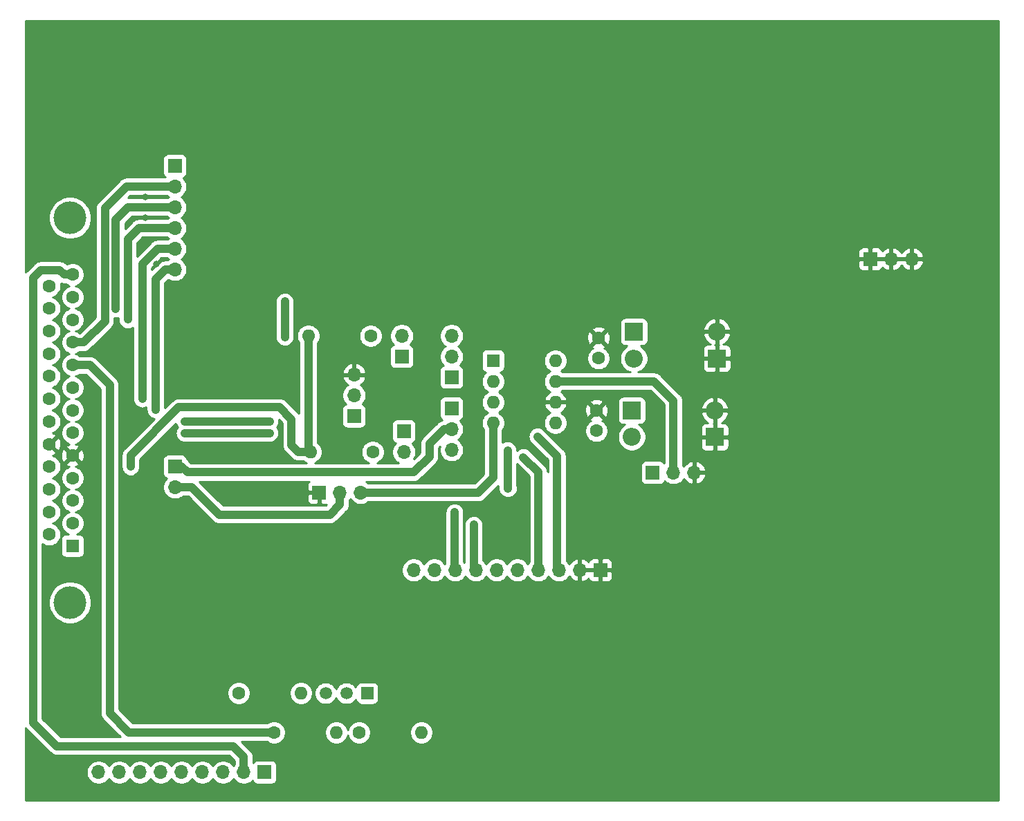
<source format=gbr>
%TF.GenerationSoftware,KiCad,Pcbnew,(5.1.6)-1*%
%TF.CreationDate,2022-12-03T16:28:51-08:00*%
%TF.ProjectId,DP1600iAuxBot,44503136-3030-4694-9175-78426f742e6b,rev?*%
%TF.SameCoordinates,Original*%
%TF.FileFunction,Copper,L2,Bot*%
%TF.FilePolarity,Positive*%
%FSLAX46Y46*%
G04 Gerber Fmt 4.6, Leading zero omitted, Abs format (unit mm)*
G04 Created by KiCad (PCBNEW (5.1.6)-1) date 2022-12-03 16:28:51*
%MOMM*%
%LPD*%
G01*
G04 APERTURE LIST*
%TA.AperFunction,ComponentPad*%
%ADD10O,1.700000X1.700000*%
%TD*%
%TA.AperFunction,ComponentPad*%
%ADD11R,1.700000X1.700000*%
%TD*%
%TA.AperFunction,ComponentPad*%
%ADD12O,2.200000X2.200000*%
%TD*%
%TA.AperFunction,ComponentPad*%
%ADD13R,2.200000X2.200000*%
%TD*%
%TA.AperFunction,ComponentPad*%
%ADD14O,1.600000X1.600000*%
%TD*%
%TA.AperFunction,ComponentPad*%
%ADD15C,1.600000*%
%TD*%
%TA.AperFunction,ComponentPad*%
%ADD16R,1.500000X1.500000*%
%TD*%
%TA.AperFunction,ComponentPad*%
%ADD17C,1.500000*%
%TD*%
%TA.AperFunction,ComponentPad*%
%ADD18R,1.600000X1.600000*%
%TD*%
%TA.AperFunction,ComponentPad*%
%ADD19C,4.000000*%
%TD*%
%TA.AperFunction,ViaPad*%
%ADD20C,0.800000*%
%TD*%
%TA.AperFunction,Conductor*%
%ADD21C,1.016000*%
%TD*%
%TA.AperFunction,Conductor*%
%ADD22C,0.254000*%
%TD*%
G04 APERTURE END LIST*
D10*
%TO.P,JP7,3*%
%TO.N,GND*%
X184200800Y-84582000D03*
%TO.P,JP7,2*%
%TO.N,Net-(IC1-Pad7)*%
X181660800Y-84582000D03*
D11*
%TO.P,JP7,1*%
%TO.N,MCU-D18*%
X179120800Y-84582000D03*
%TD*%
D10*
%TO.P,JP6,3*%
%TO.N,Net-(IC1-Pad4)*%
X143383000Y-87020400D03*
%TO.P,JP6,2*%
%TO.N,CMP-*%
X140843000Y-87020400D03*
D11*
%TO.P,JP6,1*%
%TO.N,GND*%
X138303000Y-87020400D03*
%TD*%
D10*
%TO.P,JP5,3*%
%TO.N,GND*%
X142570200Y-72567800D03*
%TO.P,JP5,2*%
%TO.N,Net-(IC1-Pad3)*%
X142570200Y-75107800D03*
D11*
%TO.P,JP5,1*%
%TO.N,Net-(JP4-Pad1)*%
X142570200Y-77647800D03*
%TD*%
D12*
%TO.P,D4,2*%
%TO.N,MCU-D18*%
X176555400Y-80213200D03*
D13*
%TO.P,D4,1*%
%TO.N,GND*%
X186715400Y-80213200D03*
%TD*%
D12*
%TO.P,D2,2*%
%TO.N,MCU-D19*%
X176809400Y-70586600D03*
D13*
%TO.P,D2,1*%
%TO.N,GND*%
X186969400Y-70586600D03*
%TD*%
D14*
%TO.P,R15,2*%
%TO.N,VDD*%
X137236200Y-82042000D03*
D15*
%TO.P,R15,1*%
%TO.N,Net-(JP2-Pad2)*%
X144856200Y-82042000D03*
%TD*%
D14*
%TO.P,R14,2*%
%TO.N,VDD*%
X136982200Y-67818000D03*
D15*
%TO.P,R14,1*%
%TO.N,Net-(JP1-Pad2)*%
X144602200Y-67818000D03*
%TD*%
D14*
%TO.P,R3,2*%
%TO.N,Net-(Q1-Pad3)*%
X136093200Y-111582200D03*
D15*
%TO.P,R3,1*%
%TO.N,Tachometer*%
X128473200Y-111582200D03*
%TD*%
D14*
%TO.P,R2,2*%
%TO.N,Net-(Q1-Pad2)*%
X140411200Y-116408200D03*
D15*
%TO.P,R2,1*%
%TO.N,D49-control*%
X132791200Y-116408200D03*
%TD*%
D14*
%TO.P,R1,2*%
%TO.N,F9-out*%
X150825200Y-116408200D03*
D15*
%TO.P,R1,1*%
%TO.N,Net-(Q1-Pad2)*%
X143205200Y-116408200D03*
%TD*%
D16*
%TO.P,Q1,1*%
%TO.N,F9-out*%
X144183100Y-111607600D03*
D17*
%TO.P,Q1,3*%
%TO.N,Net-(Q1-Pad3)*%
X139103100Y-111607600D03*
%TO.P,Q1,2*%
%TO.N,Net-(Q1-Pad2)*%
X141643100Y-111607600D03*
%TD*%
D10*
%TO.P,JP4,3*%
%TO.N,MCU-D18*%
X154508200Y-81788000D03*
%TO.P,JP4,2*%
%TO.N,CMP+*%
X154508200Y-79248000D03*
D11*
%TO.P,JP4,1*%
%TO.N,Net-(JP4-Pad1)*%
X154508200Y-76708000D03*
%TD*%
D10*
%TO.P,JP3,3*%
%TO.N,MCU-D19*%
X154508200Y-67818000D03*
%TO.P,JP3,2*%
%TO.N,CKP+*%
X154508200Y-70358000D03*
D11*
%TO.P,JP3,1*%
%TO.N,Net-(IC1-Pad2)*%
X154508200Y-72898000D03*
%TD*%
D10*
%TO.P,JP2,2*%
%TO.N,Net-(JP2-Pad2)*%
X148666200Y-82042000D03*
D11*
%TO.P,JP2,1*%
%TO.N,CMP+*%
X148666200Y-79502000D03*
%TD*%
D10*
%TO.P,JP1,2*%
%TO.N,Net-(JP1-Pad2)*%
X148412200Y-67818000D03*
D11*
%TO.P,JP1,1*%
%TO.N,CKP+*%
X148412200Y-70358000D03*
%TD*%
D10*
%TO.P,J6,10*%
%TO.N,D50-control*%
X149860000Y-96520000D03*
%TO.P,J6,9*%
%TO.N,D51-control*%
X152400000Y-96520000D03*
%TO.P,J6,8*%
%TO.N,D8-control*%
X154940000Y-96520000D03*
%TO.P,J6,7*%
%TO.N,D9-control*%
X157480000Y-96520000D03*
%TO.P,J6,6*%
%TO.N,D12-control*%
X160020000Y-96520000D03*
%TO.P,J6,5*%
%TO.N,F9-out*%
X162560000Y-96520000D03*
%TO.P,J6,4*%
%TO.N,CKP-*%
X165100000Y-96520000D03*
%TO.P,J6,3*%
%TO.N,CKP+*%
X167640000Y-96520000D03*
%TO.P,J6,2*%
%TO.N,GND*%
X170180000Y-96520000D03*
D11*
%TO.P,J6,1*%
X172720000Y-96520000D03*
%TD*%
D10*
%TO.P,J5,9*%
%TO.N,Spare-ADC*%
X111302800Y-121285000D03*
%TO.P,J5,8*%
%TO.N,O2_Sensor*%
X113842800Y-121285000D03*
%TO.P,J5,7*%
%TO.N,TPS_Sensor*%
X116382800Y-121285000D03*
%TO.P,J5,6*%
%TO.N,CLT_Sensor*%
X118922800Y-121285000D03*
%TO.P,J5,5*%
%TO.N,IAT_Sensor*%
X121462800Y-121285000D03*
%TO.P,J5,4*%
%TO.N,SigRtn*%
X124002800Y-121285000D03*
%TO.P,J5,3*%
%TO.N,VDDA*%
X126542800Y-121285000D03*
%TO.P,J5,2*%
%TO.N,12V-Raw*%
X129082800Y-121285000D03*
D11*
%TO.P,J5,1*%
%TO.N,Tachometer*%
X131622800Y-121285000D03*
%TD*%
D10*
%TO.P,J4,6*%
%TO.N,D53-control*%
X120650000Y-59690000D03*
%TO.P,J4,5*%
%TO.N,D52-control*%
X120650000Y-57150000D03*
%TO.P,J4,4*%
%TO.N,D11-control*%
X120650000Y-54610000D03*
%TO.P,J4,3*%
%TO.N,D10-control*%
X120650000Y-52070000D03*
%TO.P,J4,2*%
%TO.N,D13-control*%
X120650000Y-49530000D03*
D11*
%TO.P,J4,1*%
%TO.N,D48-control*%
X120650000Y-46990000D03*
%TD*%
D10*
%TO.P,J3,3*%
%TO.N,GND*%
X210820000Y-58420000D03*
%TO.P,J3,2*%
X208280000Y-58420000D03*
D11*
%TO.P,J3,1*%
X205740000Y-58420000D03*
%TD*%
D10*
%TO.P,J2,2*%
%TO.N,CMP-*%
X120650000Y-86360000D03*
D11*
%TO.P,J2,1*%
%TO.N,CMP+*%
X120650000Y-83820000D03*
%TD*%
D14*
%TO.P,IC1,8*%
%TO.N,MCU-D19*%
X167208200Y-70866000D03*
%TO.P,IC1,4*%
%TO.N,Net-(IC1-Pad4)*%
X159588200Y-78486000D03*
%TO.P,IC1,7*%
%TO.N,Net-(IC1-Pad7)*%
X167208200Y-73406000D03*
%TO.P,IC1,3*%
%TO.N,Net-(IC1-Pad3)*%
X159588200Y-75946000D03*
%TO.P,IC1,6*%
%TO.N,GND*%
X167208200Y-75946000D03*
%TO.P,IC1,2*%
%TO.N,Net-(IC1-Pad2)*%
X159588200Y-73406000D03*
%TO.P,IC1,5*%
%TO.N,VDD*%
X167208200Y-78486000D03*
D18*
%TO.P,IC1,1*%
%TO.N,CKP-*%
X159588200Y-70866000D03*
%TD*%
D12*
%TO.P,D3,2*%
%TO.N,GND*%
X186715400Y-76962000D03*
D13*
%TO.P,D3,1*%
%TO.N,MCU-D18*%
X176555400Y-76962000D03*
%TD*%
D12*
%TO.P,D1,2*%
%TO.N,GND*%
X186969400Y-67310000D03*
D13*
%TO.P,D1,1*%
%TO.N,MCU-D19*%
X176809400Y-67310000D03*
%TD*%
D15*
%TO.P,C2,2*%
%TO.N,MCU-D18*%
X172237400Y-79462000D03*
%TO.P,C2,1*%
%TO.N,GND*%
X172237400Y-76962000D03*
%TD*%
%TO.P,C1,2*%
%TO.N,MCU-D19*%
X172491400Y-70572000D03*
%TO.P,C1,1*%
%TO.N,GND*%
X172491400Y-68072000D03*
%TD*%
D19*
%TO.P,J1,0*%
%TO.N,N/C*%
X107827800Y-100478200D03*
X107827800Y-53378200D03*
D15*
%TO.P,J1,25*%
%TO.N,D8-control*%
X105287800Y-61693200D03*
%TO.P,J1,24*%
%TO.N,D10-control*%
X105287800Y-64463200D03*
%TO.P,J1,23*%
%TO.N,D12-control*%
X105287800Y-67233200D03*
%TO.P,J1,22*%
%TO.N,D48-control*%
X105287800Y-70003200D03*
%TO.P,J1,21*%
%TO.N,D50-control*%
X105287800Y-72773200D03*
%TO.P,J1,20*%
%TO.N,D52-control*%
X105287800Y-75543200D03*
%TO.P,J1,19*%
%TO.N,MCU-D19*%
X105287800Y-78313200D03*
%TO.P,J1,18*%
%TO.N,GND*%
X105287800Y-81083200D03*
%TO.P,J1,17*%
%TO.N,VDD*%
X105287800Y-83853200D03*
%TO.P,J1,16*%
%TO.N,SigRtn*%
X105287800Y-86623200D03*
%TO.P,J1,15*%
%TO.N,CLT_Sensor*%
X105287800Y-89393200D03*
%TO.P,J1,14*%
%TO.N,O2_Sensor*%
X105287800Y-92163200D03*
%TO.P,J1,13*%
%TO.N,12V-Raw*%
X108127800Y-60308200D03*
%TO.P,J1,12*%
%TO.N,D9-control*%
X108127800Y-63078200D03*
%TO.P,J1,11*%
%TO.N,D11-control*%
X108127800Y-65848200D03*
%TO.P,J1,10*%
%TO.N,D13-control*%
X108127800Y-68618200D03*
%TO.P,J1,9*%
%TO.N,D49-control*%
X108127800Y-71388200D03*
%TO.P,J1,8*%
%TO.N,D51-control*%
X108127800Y-74158200D03*
%TO.P,J1,7*%
%TO.N,D53-control*%
X108127800Y-76928200D03*
%TO.P,J1,6*%
%TO.N,MCU-D18*%
X108127800Y-79698200D03*
%TO.P,J1,5*%
%TO.N,GND*%
X108127800Y-82468200D03*
%TO.P,J1,4*%
%TO.N,VDDA*%
X108127800Y-85238200D03*
%TO.P,J1,3*%
%TO.N,IAT_Sensor*%
X108127800Y-88008200D03*
%TO.P,J1,2*%
%TO.N,TPS_Sensor*%
X108127800Y-90778200D03*
D18*
%TO.P,J1,1*%
%TO.N,Spare-ADC*%
X108127800Y-93548200D03*
%TD*%
D20*
%TO.N,MCU-D19*%
X121894600Y-78308200D03*
X132257800Y-78308200D03*
%TO.N,GND*%
X116992400Y-50774600D03*
X116992400Y-53314600D03*
X116738400Y-56413400D03*
X118414800Y-59004200D03*
X145669000Y-94665800D03*
X128574800Y-94462600D03*
X128676400Y-98628200D03*
X145770600Y-98526600D03*
X170129200Y-71932800D03*
X162712400Y-69596000D03*
X157149800Y-71374000D03*
X156895800Y-78282800D03*
X154559000Y-65024000D03*
X120294400Y-70967600D03*
X113588800Y-69748400D03*
X124155200Y-50800000D03*
X124206000Y-53390800D03*
X218414600Y-31978600D03*
X105765600Y-32740600D03*
X105257600Y-121818400D03*
X217398600Y-120802400D03*
%TO.N,MCU-D18*%
X121843800Y-79730600D03*
X132207000Y-79730600D03*
X132207000Y-79730600D03*
X134112000Y-67970400D03*
X134112000Y-63627000D03*
X161366200Y-81838800D03*
X161417000Y-86512400D03*
%TO.N,VDD*%
X115239800Y-83845400D03*
%TO.N,D8-control*%
X154876500Y-89446100D03*
%TO.N,D9-control*%
X157226000Y-90970100D03*
%TO.N,D10-control*%
X113411000Y-64503300D03*
%TO.N,D11-control*%
X114884200Y-65824100D03*
%TO.N,D52-control*%
X116662200Y-75526900D03*
%TO.N,D53-control*%
X118287800Y-76860400D03*
%TO.N,CKP-*%
X163296600Y-82702400D03*
X163296600Y-82702400D03*
%TO.N,CKP+*%
X165023800Y-80162400D03*
%TD*%
D21*
%TO.N,MCU-D19*%
X121894600Y-78308200D02*
X132257800Y-78308200D01*
%TO.N,MCU-D18*%
X121843800Y-79730600D02*
X132207000Y-79730600D01*
X132207000Y-79730600D02*
X132207000Y-79730600D01*
X132207000Y-79730600D02*
X132257800Y-79730600D01*
X134112000Y-67970400D02*
X134112000Y-66827400D01*
X134112000Y-66827400D02*
X134112000Y-63627000D01*
X161366200Y-81838800D02*
X161366200Y-86461600D01*
X161366200Y-86461600D02*
X161417000Y-86512400D01*
%TO.N,VDD*%
X136982200Y-81788000D02*
X137236200Y-82042000D01*
X136982200Y-67818000D02*
X136982200Y-81788000D01*
X135737600Y-82042000D02*
X137236200Y-82042000D01*
X134924800Y-81229200D02*
X135737600Y-82042000D01*
X121132600Y-76581000D02*
X133477000Y-76581000D01*
X115239800Y-83845400D02*
X115239800Y-82473800D01*
X134924800Y-78028800D02*
X134924800Y-81229200D01*
X115239800Y-82473800D02*
X121132600Y-76581000D01*
X133477000Y-76581000D02*
X134924800Y-78028800D01*
%TO.N,12V-Raw*%
X108127800Y-60308200D02*
X107653800Y-60308200D01*
X127762000Y-118097300D02*
X129082800Y-119418100D01*
X106210100Y-118097300D02*
X127762000Y-118097300D01*
X107095000Y-60308200D02*
X106565700Y-59778900D01*
X106565700Y-59778900D02*
X104228900Y-59778900D01*
X129082800Y-119418100D02*
X129082800Y-121285000D01*
X103314500Y-115201700D02*
X106210100Y-118097300D01*
X103314500Y-60693300D02*
X103314500Y-115201700D01*
X108127800Y-60308200D02*
X107095000Y-60308200D01*
X104228900Y-59778900D02*
X103314500Y-60693300D01*
%TO.N,D8-control*%
X154876500Y-96456500D02*
X154940000Y-96520000D01*
X154876500Y-89446100D02*
X154876500Y-96456500D01*
%TO.N,D9-control*%
X157226000Y-96266000D02*
X157480000Y-96520000D01*
X157226000Y-90970100D02*
X157226000Y-96266000D01*
%TO.N,D10-control*%
X114935000Y-52070000D02*
X120650000Y-52070000D01*
X113411000Y-64503300D02*
X113411000Y-53594000D01*
X113411000Y-53594000D02*
X114935000Y-52070000D01*
%TO.N,D11-control*%
X114884200Y-65824100D02*
X114884200Y-55968900D01*
X116243100Y-54610000D02*
X120650000Y-54610000D01*
X114884200Y-55968900D02*
X116243100Y-54610000D01*
%TO.N,D13-control*%
X108127800Y-68618200D02*
X109486600Y-68618200D01*
X109486600Y-68618200D02*
X112090200Y-66014600D01*
X112090200Y-66014600D02*
X112090200Y-52171600D01*
X114731800Y-49530000D02*
X120650000Y-49530000D01*
X112090200Y-52171600D02*
X114731800Y-49530000D01*
%TO.N,D49-control*%
X112674400Y-73837800D02*
X110224800Y-71388200D01*
X110224800Y-71388200D02*
X108127800Y-71388200D01*
X112674400Y-73837800D02*
X112674400Y-114046000D01*
X115036600Y-116408200D02*
X132791200Y-116408200D01*
X112674400Y-114046000D02*
X115036600Y-116408200D01*
%TO.N,D52-control*%
X116662200Y-75526900D02*
X116662200Y-59029600D01*
X118541800Y-57150000D02*
X120650000Y-57150000D01*
X116662200Y-59029600D02*
X118541800Y-57150000D01*
%TO.N,D53-control*%
X120675400Y-59715400D02*
X120650000Y-59690000D01*
X120650000Y-59690000D02*
X119456200Y-59690000D01*
X119456200Y-59690000D02*
X118287800Y-60858400D01*
X118287800Y-60858400D02*
X118287800Y-76860400D01*
%TO.N,CMP-*%
X120650000Y-86360000D02*
X122732800Y-86360000D01*
X122732800Y-86360000D02*
X126085600Y-89712800D01*
X126085600Y-89712800D02*
X139623800Y-89712800D01*
X140843000Y-88493600D02*
X140843000Y-87020400D01*
X139623800Y-89712800D02*
X140843000Y-88493600D01*
%TO.N,CKP-*%
X163296600Y-82702400D02*
X165125400Y-84531200D01*
X165125400Y-96494600D02*
X165100000Y-96520000D01*
X165125400Y-84531200D02*
X165125400Y-96494600D01*
%TO.N,CMP+*%
X120650000Y-83820000D02*
X121462800Y-83820000D01*
X121462800Y-83820000D02*
X122174000Y-84531200D01*
X122174000Y-84531200D02*
X149860000Y-84531200D01*
X149860000Y-84531200D02*
X151790400Y-82600800D01*
X151790400Y-82600800D02*
X151790400Y-81051400D01*
X153593800Y-79248000D02*
X154508200Y-79248000D01*
X151790400Y-81051400D02*
X153593800Y-79248000D01*
%TO.N,CKP+*%
X165023800Y-80162400D02*
X167411400Y-82550000D01*
X167411400Y-96291400D02*
X167640000Y-96520000D01*
X167411400Y-82550000D02*
X167411400Y-96291400D01*
%TO.N,Net-(IC1-Pad4)*%
X143383000Y-87020400D02*
X157784800Y-87020400D01*
X159588200Y-85217000D02*
X159588200Y-78486000D01*
X157784800Y-87020400D02*
X159588200Y-85217000D01*
%TO.N,Net-(IC1-Pad7)*%
X167208200Y-73406000D02*
X179298600Y-73406000D01*
X181660800Y-75768200D02*
X181660800Y-84582000D01*
X179298600Y-73406000D02*
X181660800Y-75768200D01*
%TD*%
D22*
%TO.N,GND*%
G36*
X221437601Y-124688889D02*
G01*
X102361600Y-124739111D01*
X102361600Y-115842308D01*
X102502368Y-116013833D01*
X102545978Y-116049623D01*
X105362175Y-118865821D01*
X105397967Y-118909433D01*
X105572011Y-119052268D01*
X105770577Y-119158403D01*
X105920674Y-119203935D01*
X105986032Y-119223761D01*
X106006617Y-119225788D01*
X106153954Y-119240300D01*
X106153961Y-119240300D01*
X106210100Y-119245829D01*
X106266239Y-119240300D01*
X127288554Y-119240300D01*
X127939800Y-119891547D01*
X127939800Y-120327893D01*
X127929325Y-120338368D01*
X127812800Y-120512760D01*
X127696275Y-120338368D01*
X127489432Y-120131525D01*
X127246211Y-119969010D01*
X126975958Y-119857068D01*
X126689060Y-119800000D01*
X126396540Y-119800000D01*
X126109642Y-119857068D01*
X125839389Y-119969010D01*
X125596168Y-120131525D01*
X125389325Y-120338368D01*
X125272800Y-120512760D01*
X125156275Y-120338368D01*
X124949432Y-120131525D01*
X124706211Y-119969010D01*
X124435958Y-119857068D01*
X124149060Y-119800000D01*
X123856540Y-119800000D01*
X123569642Y-119857068D01*
X123299389Y-119969010D01*
X123056168Y-120131525D01*
X122849325Y-120338368D01*
X122732800Y-120512760D01*
X122616275Y-120338368D01*
X122409432Y-120131525D01*
X122166211Y-119969010D01*
X121895958Y-119857068D01*
X121609060Y-119800000D01*
X121316540Y-119800000D01*
X121029642Y-119857068D01*
X120759389Y-119969010D01*
X120516168Y-120131525D01*
X120309325Y-120338368D01*
X120192800Y-120512760D01*
X120076275Y-120338368D01*
X119869432Y-120131525D01*
X119626211Y-119969010D01*
X119355958Y-119857068D01*
X119069060Y-119800000D01*
X118776540Y-119800000D01*
X118489642Y-119857068D01*
X118219389Y-119969010D01*
X117976168Y-120131525D01*
X117769325Y-120338368D01*
X117652800Y-120512760D01*
X117536275Y-120338368D01*
X117329432Y-120131525D01*
X117086211Y-119969010D01*
X116815958Y-119857068D01*
X116529060Y-119800000D01*
X116236540Y-119800000D01*
X115949642Y-119857068D01*
X115679389Y-119969010D01*
X115436168Y-120131525D01*
X115229325Y-120338368D01*
X115112800Y-120512760D01*
X114996275Y-120338368D01*
X114789432Y-120131525D01*
X114546211Y-119969010D01*
X114275958Y-119857068D01*
X113989060Y-119800000D01*
X113696540Y-119800000D01*
X113409642Y-119857068D01*
X113139389Y-119969010D01*
X112896168Y-120131525D01*
X112689325Y-120338368D01*
X112572800Y-120512760D01*
X112456275Y-120338368D01*
X112249432Y-120131525D01*
X112006211Y-119969010D01*
X111735958Y-119857068D01*
X111449060Y-119800000D01*
X111156540Y-119800000D01*
X110869642Y-119857068D01*
X110599389Y-119969010D01*
X110356168Y-120131525D01*
X110149325Y-120338368D01*
X109986810Y-120581589D01*
X109874868Y-120851842D01*
X109817800Y-121138740D01*
X109817800Y-121431260D01*
X109874868Y-121718158D01*
X109986810Y-121988411D01*
X110149325Y-122231632D01*
X110356168Y-122438475D01*
X110599389Y-122600990D01*
X110869642Y-122712932D01*
X111156540Y-122770000D01*
X111449060Y-122770000D01*
X111735958Y-122712932D01*
X112006211Y-122600990D01*
X112249432Y-122438475D01*
X112456275Y-122231632D01*
X112572800Y-122057240D01*
X112689325Y-122231632D01*
X112896168Y-122438475D01*
X113139389Y-122600990D01*
X113409642Y-122712932D01*
X113696540Y-122770000D01*
X113989060Y-122770000D01*
X114275958Y-122712932D01*
X114546211Y-122600990D01*
X114789432Y-122438475D01*
X114996275Y-122231632D01*
X115112800Y-122057240D01*
X115229325Y-122231632D01*
X115436168Y-122438475D01*
X115679389Y-122600990D01*
X115949642Y-122712932D01*
X116236540Y-122770000D01*
X116529060Y-122770000D01*
X116815958Y-122712932D01*
X117086211Y-122600990D01*
X117329432Y-122438475D01*
X117536275Y-122231632D01*
X117652800Y-122057240D01*
X117769325Y-122231632D01*
X117976168Y-122438475D01*
X118219389Y-122600990D01*
X118489642Y-122712932D01*
X118776540Y-122770000D01*
X119069060Y-122770000D01*
X119355958Y-122712932D01*
X119626211Y-122600990D01*
X119869432Y-122438475D01*
X120076275Y-122231632D01*
X120192800Y-122057240D01*
X120309325Y-122231632D01*
X120516168Y-122438475D01*
X120759389Y-122600990D01*
X121029642Y-122712932D01*
X121316540Y-122770000D01*
X121609060Y-122770000D01*
X121895958Y-122712932D01*
X122166211Y-122600990D01*
X122409432Y-122438475D01*
X122616275Y-122231632D01*
X122732800Y-122057240D01*
X122849325Y-122231632D01*
X123056168Y-122438475D01*
X123299389Y-122600990D01*
X123569642Y-122712932D01*
X123856540Y-122770000D01*
X124149060Y-122770000D01*
X124435958Y-122712932D01*
X124706211Y-122600990D01*
X124949432Y-122438475D01*
X125156275Y-122231632D01*
X125272800Y-122057240D01*
X125389325Y-122231632D01*
X125596168Y-122438475D01*
X125839389Y-122600990D01*
X126109642Y-122712932D01*
X126396540Y-122770000D01*
X126689060Y-122770000D01*
X126975958Y-122712932D01*
X127246211Y-122600990D01*
X127489432Y-122438475D01*
X127696275Y-122231632D01*
X127812800Y-122057240D01*
X127929325Y-122231632D01*
X128136168Y-122438475D01*
X128379389Y-122600990D01*
X128649642Y-122712932D01*
X128936540Y-122770000D01*
X129229060Y-122770000D01*
X129515958Y-122712932D01*
X129786211Y-122600990D01*
X130029432Y-122438475D01*
X130161287Y-122306620D01*
X130183298Y-122379180D01*
X130242263Y-122489494D01*
X130321615Y-122586185D01*
X130418306Y-122665537D01*
X130528620Y-122724502D01*
X130648318Y-122760812D01*
X130772800Y-122773072D01*
X132472800Y-122773072D01*
X132597282Y-122760812D01*
X132716980Y-122724502D01*
X132827294Y-122665537D01*
X132923985Y-122586185D01*
X133003337Y-122489494D01*
X133062302Y-122379180D01*
X133098612Y-122259482D01*
X133110872Y-122135000D01*
X133110872Y-120435000D01*
X133098612Y-120310518D01*
X133062302Y-120190820D01*
X133003337Y-120080506D01*
X132923985Y-119983815D01*
X132827294Y-119904463D01*
X132716980Y-119845498D01*
X132597282Y-119809188D01*
X132472800Y-119796928D01*
X130772800Y-119796928D01*
X130648318Y-119809188D01*
X130528620Y-119845498D01*
X130418306Y-119904463D01*
X130321615Y-119983815D01*
X130242263Y-120080506D01*
X130225800Y-120111306D01*
X130225800Y-119474238D01*
X130231329Y-119418099D01*
X130225800Y-119361960D01*
X130225800Y-119361954D01*
X130209261Y-119194033D01*
X130198453Y-119158402D01*
X130166257Y-119052268D01*
X130143903Y-118978577D01*
X130037768Y-118780011D01*
X130021523Y-118760217D01*
X129930724Y-118649577D01*
X129930718Y-118649571D01*
X129894933Y-118605967D01*
X129851329Y-118570182D01*
X128832345Y-117551200D01*
X131918889Y-117551200D01*
X132111473Y-117679880D01*
X132372626Y-117788053D01*
X132649865Y-117843200D01*
X132932535Y-117843200D01*
X133209774Y-117788053D01*
X133470927Y-117679880D01*
X133705959Y-117522837D01*
X133905837Y-117322959D01*
X134062880Y-117087927D01*
X134171053Y-116826774D01*
X134226200Y-116549535D01*
X134226200Y-116266865D01*
X138976200Y-116266865D01*
X138976200Y-116549535D01*
X139031347Y-116826774D01*
X139139520Y-117087927D01*
X139296563Y-117322959D01*
X139496441Y-117522837D01*
X139731473Y-117679880D01*
X139992626Y-117788053D01*
X140269865Y-117843200D01*
X140552535Y-117843200D01*
X140829774Y-117788053D01*
X141090927Y-117679880D01*
X141325959Y-117522837D01*
X141525837Y-117322959D01*
X141682880Y-117087927D01*
X141791053Y-116826774D01*
X141808200Y-116740571D01*
X141825347Y-116826774D01*
X141933520Y-117087927D01*
X142090563Y-117322959D01*
X142290441Y-117522837D01*
X142525473Y-117679880D01*
X142786626Y-117788053D01*
X143063865Y-117843200D01*
X143346535Y-117843200D01*
X143623774Y-117788053D01*
X143884927Y-117679880D01*
X144119959Y-117522837D01*
X144319837Y-117322959D01*
X144476880Y-117087927D01*
X144585053Y-116826774D01*
X144640200Y-116549535D01*
X144640200Y-116266865D01*
X149390200Y-116266865D01*
X149390200Y-116549535D01*
X149445347Y-116826774D01*
X149553520Y-117087927D01*
X149710563Y-117322959D01*
X149910441Y-117522837D01*
X150145473Y-117679880D01*
X150406626Y-117788053D01*
X150683865Y-117843200D01*
X150966535Y-117843200D01*
X151243774Y-117788053D01*
X151504927Y-117679880D01*
X151739959Y-117522837D01*
X151939837Y-117322959D01*
X152096880Y-117087927D01*
X152205053Y-116826774D01*
X152260200Y-116549535D01*
X152260200Y-116266865D01*
X152205053Y-115989626D01*
X152096880Y-115728473D01*
X151939837Y-115493441D01*
X151739959Y-115293563D01*
X151504927Y-115136520D01*
X151243774Y-115028347D01*
X150966535Y-114973200D01*
X150683865Y-114973200D01*
X150406626Y-115028347D01*
X150145473Y-115136520D01*
X149910441Y-115293563D01*
X149710563Y-115493441D01*
X149553520Y-115728473D01*
X149445347Y-115989626D01*
X149390200Y-116266865D01*
X144640200Y-116266865D01*
X144585053Y-115989626D01*
X144476880Y-115728473D01*
X144319837Y-115493441D01*
X144119959Y-115293563D01*
X143884927Y-115136520D01*
X143623774Y-115028347D01*
X143346535Y-114973200D01*
X143063865Y-114973200D01*
X142786626Y-115028347D01*
X142525473Y-115136520D01*
X142290441Y-115293563D01*
X142090563Y-115493441D01*
X141933520Y-115728473D01*
X141825347Y-115989626D01*
X141808200Y-116075829D01*
X141791053Y-115989626D01*
X141682880Y-115728473D01*
X141525837Y-115493441D01*
X141325959Y-115293563D01*
X141090927Y-115136520D01*
X140829774Y-115028347D01*
X140552535Y-114973200D01*
X140269865Y-114973200D01*
X139992626Y-115028347D01*
X139731473Y-115136520D01*
X139496441Y-115293563D01*
X139296563Y-115493441D01*
X139139520Y-115728473D01*
X139031347Y-115989626D01*
X138976200Y-116266865D01*
X134226200Y-116266865D01*
X134171053Y-115989626D01*
X134062880Y-115728473D01*
X133905837Y-115493441D01*
X133705959Y-115293563D01*
X133470927Y-115136520D01*
X133209774Y-115028347D01*
X132932535Y-114973200D01*
X132649865Y-114973200D01*
X132372626Y-115028347D01*
X132111473Y-115136520D01*
X131918889Y-115265200D01*
X115510047Y-115265200D01*
X113817400Y-113572555D01*
X113817400Y-111440865D01*
X127038200Y-111440865D01*
X127038200Y-111723535D01*
X127093347Y-112000774D01*
X127201520Y-112261927D01*
X127358563Y-112496959D01*
X127558441Y-112696837D01*
X127793473Y-112853880D01*
X128054626Y-112962053D01*
X128331865Y-113017200D01*
X128614535Y-113017200D01*
X128891774Y-112962053D01*
X129152927Y-112853880D01*
X129387959Y-112696837D01*
X129587837Y-112496959D01*
X129744880Y-112261927D01*
X129853053Y-112000774D01*
X129908200Y-111723535D01*
X129908200Y-111440865D01*
X134658200Y-111440865D01*
X134658200Y-111723535D01*
X134713347Y-112000774D01*
X134821520Y-112261927D01*
X134978563Y-112496959D01*
X135178441Y-112696837D01*
X135413473Y-112853880D01*
X135674626Y-112962053D01*
X135951865Y-113017200D01*
X136234535Y-113017200D01*
X136511774Y-112962053D01*
X136772927Y-112853880D01*
X137007959Y-112696837D01*
X137207837Y-112496959D01*
X137364880Y-112261927D01*
X137473053Y-112000774D01*
X137528200Y-111723535D01*
X137528200Y-111471189D01*
X137718100Y-111471189D01*
X137718100Y-111744011D01*
X137771325Y-112011589D01*
X137875729Y-112263643D01*
X138027301Y-112490486D01*
X138220214Y-112683399D01*
X138447057Y-112834971D01*
X138699111Y-112939375D01*
X138966689Y-112992600D01*
X139239511Y-112992600D01*
X139507089Y-112939375D01*
X139759143Y-112834971D01*
X139985986Y-112683399D01*
X140178899Y-112490486D01*
X140330471Y-112263643D01*
X140373100Y-112160727D01*
X140415729Y-112263643D01*
X140567301Y-112490486D01*
X140760214Y-112683399D01*
X140987057Y-112834971D01*
X141239111Y-112939375D01*
X141506689Y-112992600D01*
X141779511Y-112992600D01*
X142047089Y-112939375D01*
X142299143Y-112834971D01*
X142525986Y-112683399D01*
X142718899Y-112490486D01*
X142796655Y-112374117D01*
X142807288Y-112482082D01*
X142843598Y-112601780D01*
X142902563Y-112712094D01*
X142981915Y-112808785D01*
X143078606Y-112888137D01*
X143188920Y-112947102D01*
X143308618Y-112983412D01*
X143433100Y-112995672D01*
X144933100Y-112995672D01*
X145057582Y-112983412D01*
X145177280Y-112947102D01*
X145287594Y-112888137D01*
X145384285Y-112808785D01*
X145463637Y-112712094D01*
X145522602Y-112601780D01*
X145558912Y-112482082D01*
X145571172Y-112357600D01*
X145571172Y-110857600D01*
X145558912Y-110733118D01*
X145522602Y-110613420D01*
X145463637Y-110503106D01*
X145384285Y-110406415D01*
X145287594Y-110327063D01*
X145177280Y-110268098D01*
X145057582Y-110231788D01*
X144933100Y-110219528D01*
X143433100Y-110219528D01*
X143308618Y-110231788D01*
X143188920Y-110268098D01*
X143078606Y-110327063D01*
X142981915Y-110406415D01*
X142902563Y-110503106D01*
X142843598Y-110613420D01*
X142807288Y-110733118D01*
X142796655Y-110841083D01*
X142718899Y-110724714D01*
X142525986Y-110531801D01*
X142299143Y-110380229D01*
X142047089Y-110275825D01*
X141779511Y-110222600D01*
X141506689Y-110222600D01*
X141239111Y-110275825D01*
X140987057Y-110380229D01*
X140760214Y-110531801D01*
X140567301Y-110724714D01*
X140415729Y-110951557D01*
X140373100Y-111054473D01*
X140330471Y-110951557D01*
X140178899Y-110724714D01*
X139985986Y-110531801D01*
X139759143Y-110380229D01*
X139507089Y-110275825D01*
X139239511Y-110222600D01*
X138966689Y-110222600D01*
X138699111Y-110275825D01*
X138447057Y-110380229D01*
X138220214Y-110531801D01*
X138027301Y-110724714D01*
X137875729Y-110951557D01*
X137771325Y-111203611D01*
X137718100Y-111471189D01*
X137528200Y-111471189D01*
X137528200Y-111440865D01*
X137473053Y-111163626D01*
X137364880Y-110902473D01*
X137207837Y-110667441D01*
X137007959Y-110467563D01*
X136772927Y-110310520D01*
X136511774Y-110202347D01*
X136234535Y-110147200D01*
X135951865Y-110147200D01*
X135674626Y-110202347D01*
X135413473Y-110310520D01*
X135178441Y-110467563D01*
X134978563Y-110667441D01*
X134821520Y-110902473D01*
X134713347Y-111163626D01*
X134658200Y-111440865D01*
X129908200Y-111440865D01*
X129853053Y-111163626D01*
X129744880Y-110902473D01*
X129587837Y-110667441D01*
X129387959Y-110467563D01*
X129152927Y-110310520D01*
X128891774Y-110202347D01*
X128614535Y-110147200D01*
X128331865Y-110147200D01*
X128054626Y-110202347D01*
X127793473Y-110310520D01*
X127558441Y-110467563D01*
X127358563Y-110667441D01*
X127201520Y-110902473D01*
X127093347Y-111163626D01*
X127038200Y-111440865D01*
X113817400Y-111440865D01*
X113817400Y-73893939D01*
X113822929Y-73837800D01*
X113817400Y-73781661D01*
X113817400Y-73781654D01*
X113800861Y-73613733D01*
X113737846Y-73406000D01*
X113735503Y-73398276D01*
X113664086Y-73264665D01*
X113629368Y-73199711D01*
X113486533Y-73025667D01*
X113442924Y-72989878D01*
X111072727Y-70619682D01*
X111036933Y-70576067D01*
X110862889Y-70433232D01*
X110664323Y-70327097D01*
X110448867Y-70261739D01*
X110280946Y-70245200D01*
X110280939Y-70245200D01*
X110224800Y-70239671D01*
X110168661Y-70245200D01*
X109000111Y-70245200D01*
X108807527Y-70116520D01*
X108546374Y-70008347D01*
X108520499Y-70003200D01*
X108546374Y-69998053D01*
X108807527Y-69889880D01*
X109000111Y-69761200D01*
X109430461Y-69761200D01*
X109486600Y-69766729D01*
X109542739Y-69761200D01*
X109542746Y-69761200D01*
X109710667Y-69744661D01*
X109926123Y-69679303D01*
X110124689Y-69573168D01*
X110298733Y-69430333D01*
X110334527Y-69386718D01*
X112858724Y-66862522D01*
X112902333Y-66826733D01*
X113045168Y-66652689D01*
X113151303Y-66454123D01*
X113216661Y-66238667D01*
X113233200Y-66070746D01*
X113233200Y-66070740D01*
X113238729Y-66014601D01*
X113233200Y-65958462D01*
X113233200Y-65634318D01*
X113411000Y-65651830D01*
X113635066Y-65629761D01*
X113741200Y-65597566D01*
X113741200Y-65880245D01*
X113757739Y-66048166D01*
X113823097Y-66263622D01*
X113929232Y-66462188D01*
X114072067Y-66636233D01*
X114246111Y-66779068D01*
X114444677Y-66885203D01*
X114660133Y-66950561D01*
X114884200Y-66972630D01*
X115108266Y-66950561D01*
X115323722Y-66885203D01*
X115519201Y-66780718D01*
X115519200Y-75583045D01*
X115535739Y-75750966D01*
X115601097Y-75966422D01*
X115707232Y-76164988D01*
X115850067Y-76339033D01*
X116024111Y-76481868D01*
X116222677Y-76588003D01*
X116438133Y-76653361D01*
X116662200Y-76675430D01*
X116886266Y-76653361D01*
X117101722Y-76588003D01*
X117144801Y-76564977D01*
X117144801Y-76916546D01*
X117161340Y-77084467D01*
X117226698Y-77299923D01*
X117332833Y-77498489D01*
X117475668Y-77672533D01*
X117649712Y-77815368D01*
X117848278Y-77921503D01*
X118063734Y-77986861D01*
X118106119Y-77991036D01*
X114471278Y-81625877D01*
X114427668Y-81661667D01*
X114391878Y-81705277D01*
X114391876Y-81705279D01*
X114365132Y-81737867D01*
X114284833Y-81835711D01*
X114178697Y-82034277D01*
X114113339Y-82249733D01*
X114096800Y-82417654D01*
X114096800Y-82417661D01*
X114091271Y-82473800D01*
X114096800Y-82529939D01*
X114096800Y-83901545D01*
X114113339Y-84069466D01*
X114178697Y-84284922D01*
X114284832Y-84483488D01*
X114427667Y-84657533D01*
X114601711Y-84800368D01*
X114800277Y-84906503D01*
X115015733Y-84971861D01*
X115239800Y-84993930D01*
X115463866Y-84971861D01*
X115679322Y-84906503D01*
X115877888Y-84800368D01*
X116051933Y-84657533D01*
X116194768Y-84483489D01*
X116300903Y-84284923D01*
X116366261Y-84069467D01*
X116382800Y-83901546D01*
X116382800Y-82947245D01*
X120775038Y-78555008D01*
X120833497Y-78747723D01*
X120939632Y-78946289D01*
X120974233Y-78988450D01*
X120888832Y-79092511D01*
X120782697Y-79291077D01*
X120717339Y-79506533D01*
X120695270Y-79730600D01*
X120717339Y-79954667D01*
X120782697Y-80170123D01*
X120888832Y-80368689D01*
X121031667Y-80542733D01*
X121205711Y-80685568D01*
X121404277Y-80791703D01*
X121619733Y-80857061D01*
X121787654Y-80873600D01*
X132313946Y-80873600D01*
X132481867Y-80857061D01*
X132697323Y-80791703D01*
X132895889Y-80685568D01*
X133069933Y-80542733D01*
X133212768Y-80368689D01*
X133318903Y-80170123D01*
X133384261Y-79954667D01*
X133406330Y-79730600D01*
X133384261Y-79506533D01*
X133318903Y-79291077D01*
X133212768Y-79092511D01*
X133152767Y-79019400D01*
X133212768Y-78946289D01*
X133318903Y-78747723D01*
X133384261Y-78532267D01*
X133406330Y-78308200D01*
X133386509Y-78106954D01*
X133781800Y-78502246D01*
X133781801Y-81173052D01*
X133776271Y-81229200D01*
X133798339Y-81453267D01*
X133849957Y-81623426D01*
X133863698Y-81668723D01*
X133969833Y-81867289D01*
X134112668Y-82041333D01*
X134156277Y-82077123D01*
X134889677Y-82810523D01*
X134925467Y-82854133D01*
X135099511Y-82996968D01*
X135298077Y-83103103D01*
X135426049Y-83141923D01*
X135513532Y-83168461D01*
X135534117Y-83170488D01*
X135681454Y-83185000D01*
X135681461Y-83185000D01*
X135737600Y-83190529D01*
X135793739Y-83185000D01*
X136363889Y-83185000D01*
X136556473Y-83313680D01*
X136736380Y-83388200D01*
X122647445Y-83388200D01*
X122310728Y-83051483D01*
X122274933Y-83007867D01*
X122130095Y-82889000D01*
X122125812Y-82845518D01*
X122089502Y-82725820D01*
X122030537Y-82615506D01*
X121951185Y-82518815D01*
X121854494Y-82439463D01*
X121744180Y-82380498D01*
X121624482Y-82344188D01*
X121500000Y-82331928D01*
X119800000Y-82331928D01*
X119675518Y-82344188D01*
X119555820Y-82380498D01*
X119445506Y-82439463D01*
X119348815Y-82518815D01*
X119269463Y-82615506D01*
X119210498Y-82725820D01*
X119174188Y-82845518D01*
X119161928Y-82970000D01*
X119161928Y-84670000D01*
X119174188Y-84794482D01*
X119210498Y-84914180D01*
X119269463Y-85024494D01*
X119348815Y-85121185D01*
X119445506Y-85200537D01*
X119555820Y-85259502D01*
X119628380Y-85281513D01*
X119496525Y-85413368D01*
X119334010Y-85656589D01*
X119222068Y-85926842D01*
X119165000Y-86213740D01*
X119165000Y-86506260D01*
X119222068Y-86793158D01*
X119334010Y-87063411D01*
X119496525Y-87306632D01*
X119703368Y-87513475D01*
X119946589Y-87675990D01*
X120216842Y-87787932D01*
X120503740Y-87845000D01*
X120796260Y-87845000D01*
X121083158Y-87787932D01*
X121353411Y-87675990D01*
X121596632Y-87513475D01*
X121607107Y-87503000D01*
X122259355Y-87503000D01*
X125237677Y-90481323D01*
X125273467Y-90524933D01*
X125447511Y-90667768D01*
X125646077Y-90773903D01*
X125796174Y-90819435D01*
X125861532Y-90839261D01*
X125884200Y-90841494D01*
X126029454Y-90855800D01*
X126029460Y-90855800D01*
X126085599Y-90861329D01*
X126141738Y-90855800D01*
X139567661Y-90855800D01*
X139623800Y-90861329D01*
X139679939Y-90855800D01*
X139679946Y-90855800D01*
X139847867Y-90839261D01*
X140063323Y-90773903D01*
X140261889Y-90667768D01*
X140435933Y-90524933D01*
X140471727Y-90481318D01*
X141611524Y-89341522D01*
X141655133Y-89305733D01*
X141797968Y-89131689D01*
X141904103Y-88933123D01*
X141969461Y-88717667D01*
X141986000Y-88549746D01*
X141986000Y-88549740D01*
X141991529Y-88493601D01*
X141986000Y-88437462D01*
X141986000Y-87977507D01*
X141996475Y-87967032D01*
X142113000Y-87792640D01*
X142229525Y-87967032D01*
X142436368Y-88173875D01*
X142679589Y-88336390D01*
X142949842Y-88448332D01*
X143236740Y-88505400D01*
X143529260Y-88505400D01*
X143816158Y-88448332D01*
X144086411Y-88336390D01*
X144329632Y-88173875D01*
X144340107Y-88163400D01*
X157728661Y-88163400D01*
X157784800Y-88168929D01*
X157840939Y-88163400D01*
X157840946Y-88163400D01*
X158008867Y-88146861D01*
X158224323Y-88081503D01*
X158422889Y-87975368D01*
X158596933Y-87832533D01*
X158632727Y-87788918D01*
X160223201Y-86198445D01*
X160223201Y-86405451D01*
X160217671Y-86461600D01*
X160239739Y-86685667D01*
X160296913Y-86874140D01*
X160305098Y-86901123D01*
X160411233Y-87099689D01*
X160554068Y-87273733D01*
X160597678Y-87309523D01*
X160648479Y-87360324D01*
X160778912Y-87467367D01*
X160977477Y-87573502D01*
X161192933Y-87638861D01*
X161416999Y-87660929D01*
X161641067Y-87638861D01*
X161856523Y-87573502D01*
X162055088Y-87467367D01*
X162229133Y-87324533D01*
X162371967Y-87150488D01*
X162478102Y-86951923D01*
X162543461Y-86736467D01*
X162565529Y-86512399D01*
X162543461Y-86288333D01*
X162509200Y-86175392D01*
X162509200Y-83531445D01*
X163982400Y-85004646D01*
X163982401Y-95537492D01*
X163946525Y-95573368D01*
X163830000Y-95747760D01*
X163713475Y-95573368D01*
X163506632Y-95366525D01*
X163263411Y-95204010D01*
X162993158Y-95092068D01*
X162706260Y-95035000D01*
X162413740Y-95035000D01*
X162126842Y-95092068D01*
X161856589Y-95204010D01*
X161613368Y-95366525D01*
X161406525Y-95573368D01*
X161290000Y-95747760D01*
X161173475Y-95573368D01*
X160966632Y-95366525D01*
X160723411Y-95204010D01*
X160453158Y-95092068D01*
X160166260Y-95035000D01*
X159873740Y-95035000D01*
X159586842Y-95092068D01*
X159316589Y-95204010D01*
X159073368Y-95366525D01*
X158866525Y-95573368D01*
X158750000Y-95747760D01*
X158633475Y-95573368D01*
X158426632Y-95366525D01*
X158369000Y-95328017D01*
X158369000Y-90913954D01*
X158352461Y-90746033D01*
X158287103Y-90530577D01*
X158180968Y-90332011D01*
X158038133Y-90157967D01*
X157864088Y-90015132D01*
X157665522Y-89908997D01*
X157450066Y-89843639D01*
X157226000Y-89821570D01*
X157001933Y-89843639D01*
X156786477Y-89908997D01*
X156587911Y-90015132D01*
X156413867Y-90157967D01*
X156271032Y-90332012D01*
X156164897Y-90530578D01*
X156099539Y-90746034D01*
X156083000Y-90913955D01*
X156083001Y-95562894D01*
X156019500Y-95499393D01*
X156019500Y-89389954D01*
X156002961Y-89222033D01*
X155937603Y-89006577D01*
X155831468Y-88808011D01*
X155688633Y-88633967D01*
X155514588Y-88491132D01*
X155316022Y-88384997D01*
X155100566Y-88319639D01*
X154876500Y-88297570D01*
X154652433Y-88319639D01*
X154436977Y-88384997D01*
X154238411Y-88491132D01*
X154064367Y-88633967D01*
X153921532Y-88808012D01*
X153815397Y-89006578D01*
X153750039Y-89222034D01*
X153733500Y-89389955D01*
X153733501Y-95652724D01*
X153670000Y-95747760D01*
X153553475Y-95573368D01*
X153346632Y-95366525D01*
X153103411Y-95204010D01*
X152833158Y-95092068D01*
X152546260Y-95035000D01*
X152253740Y-95035000D01*
X151966842Y-95092068D01*
X151696589Y-95204010D01*
X151453368Y-95366525D01*
X151246525Y-95573368D01*
X151130000Y-95747760D01*
X151013475Y-95573368D01*
X150806632Y-95366525D01*
X150563411Y-95204010D01*
X150293158Y-95092068D01*
X150006260Y-95035000D01*
X149713740Y-95035000D01*
X149426842Y-95092068D01*
X149156589Y-95204010D01*
X148913368Y-95366525D01*
X148706525Y-95573368D01*
X148544010Y-95816589D01*
X148432068Y-96086842D01*
X148375000Y-96373740D01*
X148375000Y-96666260D01*
X148432068Y-96953158D01*
X148544010Y-97223411D01*
X148706525Y-97466632D01*
X148913368Y-97673475D01*
X149156589Y-97835990D01*
X149426842Y-97947932D01*
X149713740Y-98005000D01*
X150006260Y-98005000D01*
X150293158Y-97947932D01*
X150563411Y-97835990D01*
X150806632Y-97673475D01*
X151013475Y-97466632D01*
X151130000Y-97292240D01*
X151246525Y-97466632D01*
X151453368Y-97673475D01*
X151696589Y-97835990D01*
X151966842Y-97947932D01*
X152253740Y-98005000D01*
X152546260Y-98005000D01*
X152833158Y-97947932D01*
X153103411Y-97835990D01*
X153346632Y-97673475D01*
X153553475Y-97466632D01*
X153670000Y-97292240D01*
X153786525Y-97466632D01*
X153993368Y-97673475D01*
X154236589Y-97835990D01*
X154506842Y-97947932D01*
X154793740Y-98005000D01*
X155086260Y-98005000D01*
X155373158Y-97947932D01*
X155643411Y-97835990D01*
X155886632Y-97673475D01*
X156093475Y-97466632D01*
X156210000Y-97292240D01*
X156326525Y-97466632D01*
X156533368Y-97673475D01*
X156776589Y-97835990D01*
X157046842Y-97947932D01*
X157333740Y-98005000D01*
X157626260Y-98005000D01*
X157913158Y-97947932D01*
X158183411Y-97835990D01*
X158426632Y-97673475D01*
X158633475Y-97466632D01*
X158750000Y-97292240D01*
X158866525Y-97466632D01*
X159073368Y-97673475D01*
X159316589Y-97835990D01*
X159586842Y-97947932D01*
X159873740Y-98005000D01*
X160166260Y-98005000D01*
X160453158Y-97947932D01*
X160723411Y-97835990D01*
X160966632Y-97673475D01*
X161173475Y-97466632D01*
X161290000Y-97292240D01*
X161406525Y-97466632D01*
X161613368Y-97673475D01*
X161856589Y-97835990D01*
X162126842Y-97947932D01*
X162413740Y-98005000D01*
X162706260Y-98005000D01*
X162993158Y-97947932D01*
X163263411Y-97835990D01*
X163506632Y-97673475D01*
X163713475Y-97466632D01*
X163830000Y-97292240D01*
X163946525Y-97466632D01*
X164153368Y-97673475D01*
X164396589Y-97835990D01*
X164666842Y-97947932D01*
X164953740Y-98005000D01*
X165246260Y-98005000D01*
X165533158Y-97947932D01*
X165803411Y-97835990D01*
X166046632Y-97673475D01*
X166253475Y-97466632D01*
X166370000Y-97292240D01*
X166486525Y-97466632D01*
X166693368Y-97673475D01*
X166936589Y-97835990D01*
X167206842Y-97947932D01*
X167493740Y-98005000D01*
X167786260Y-98005000D01*
X168073158Y-97947932D01*
X168343411Y-97835990D01*
X168586632Y-97673475D01*
X168793475Y-97466632D01*
X168915195Y-97284466D01*
X168984822Y-97401355D01*
X169179731Y-97617588D01*
X169413080Y-97791641D01*
X169675901Y-97916825D01*
X169823110Y-97961476D01*
X170053000Y-97840155D01*
X170053000Y-96647000D01*
X170307000Y-96647000D01*
X170307000Y-97840155D01*
X170536890Y-97961476D01*
X170684099Y-97916825D01*
X170946920Y-97791641D01*
X171180269Y-97617588D01*
X171256034Y-97533534D01*
X171280498Y-97614180D01*
X171339463Y-97724494D01*
X171418815Y-97821185D01*
X171515506Y-97900537D01*
X171625820Y-97959502D01*
X171745518Y-97995812D01*
X171870000Y-98008072D01*
X172434250Y-98005000D01*
X172593000Y-97846250D01*
X172593000Y-96647000D01*
X172847000Y-96647000D01*
X172847000Y-97846250D01*
X173005750Y-98005000D01*
X173570000Y-98008072D01*
X173694482Y-97995812D01*
X173814180Y-97959502D01*
X173924494Y-97900537D01*
X174021185Y-97821185D01*
X174100537Y-97724494D01*
X174159502Y-97614180D01*
X174195812Y-97494482D01*
X174208072Y-97370000D01*
X174205000Y-96805750D01*
X174046250Y-96647000D01*
X172847000Y-96647000D01*
X172593000Y-96647000D01*
X170307000Y-96647000D01*
X170053000Y-96647000D01*
X170033000Y-96647000D01*
X170033000Y-96393000D01*
X170053000Y-96393000D01*
X170053000Y-95199845D01*
X170307000Y-95199845D01*
X170307000Y-96393000D01*
X172593000Y-96393000D01*
X172593000Y-95193750D01*
X172847000Y-95193750D01*
X172847000Y-96393000D01*
X174046250Y-96393000D01*
X174205000Y-96234250D01*
X174208072Y-95670000D01*
X174195812Y-95545518D01*
X174159502Y-95425820D01*
X174100537Y-95315506D01*
X174021185Y-95218815D01*
X173924494Y-95139463D01*
X173814180Y-95080498D01*
X173694482Y-95044188D01*
X173570000Y-95031928D01*
X173005750Y-95035000D01*
X172847000Y-95193750D01*
X172593000Y-95193750D01*
X172434250Y-95035000D01*
X171870000Y-95031928D01*
X171745518Y-95044188D01*
X171625820Y-95080498D01*
X171515506Y-95139463D01*
X171418815Y-95218815D01*
X171339463Y-95315506D01*
X171280498Y-95425820D01*
X171256034Y-95506466D01*
X171180269Y-95422412D01*
X170946920Y-95248359D01*
X170684099Y-95123175D01*
X170536890Y-95078524D01*
X170307000Y-95199845D01*
X170053000Y-95199845D01*
X169823110Y-95078524D01*
X169675901Y-95123175D01*
X169413080Y-95248359D01*
X169179731Y-95422412D01*
X168984822Y-95638645D01*
X168915195Y-95755534D01*
X168793475Y-95573368D01*
X168586632Y-95366525D01*
X168554400Y-95344988D01*
X168554400Y-82606138D01*
X168559929Y-82549999D01*
X168554400Y-82493860D01*
X168554400Y-82493854D01*
X168539659Y-82344188D01*
X168537861Y-82325932D01*
X168514746Y-82249733D01*
X168472503Y-82110477D01*
X168366368Y-81911911D01*
X168341431Y-81881525D01*
X168259324Y-81781477D01*
X168259318Y-81781471D01*
X168223533Y-81737867D01*
X168179929Y-81702082D01*
X165792321Y-79314476D01*
X165661888Y-79207433D01*
X165463323Y-79101298D01*
X165247867Y-79035939D01*
X165023800Y-79013871D01*
X164799733Y-79035939D01*
X164584277Y-79101298D01*
X164385712Y-79207433D01*
X164211667Y-79350267D01*
X164068833Y-79524312D01*
X163962698Y-79722877D01*
X163897339Y-79938333D01*
X163875271Y-80162400D01*
X163897339Y-80386467D01*
X163962698Y-80601923D01*
X164068833Y-80800488D01*
X164175876Y-80930921D01*
X166268400Y-83023447D01*
X166268400Y-84475054D01*
X166251861Y-84307133D01*
X166245124Y-84284922D01*
X166205984Y-84155897D01*
X166186503Y-84091677D01*
X166080368Y-83893111D01*
X165937533Y-83719067D01*
X165893924Y-83683278D01*
X164065121Y-81854476D01*
X163934688Y-81747433D01*
X163736123Y-81641298D01*
X163520667Y-81575939D01*
X163296600Y-81553871D01*
X163072533Y-81575939D01*
X162857077Y-81641298D01*
X162658512Y-81747433D01*
X162509200Y-81869969D01*
X162509200Y-81782654D01*
X162492661Y-81614733D01*
X162427303Y-81399277D01*
X162321168Y-81200711D01*
X162178333Y-81026667D01*
X162004288Y-80883832D01*
X161805722Y-80777697D01*
X161590266Y-80712339D01*
X161366200Y-80690270D01*
X161142133Y-80712339D01*
X160926677Y-80777697D01*
X160731200Y-80882181D01*
X160731200Y-79358311D01*
X160859880Y-79165727D01*
X160968053Y-78904574D01*
X161023200Y-78627335D01*
X161023200Y-78344665D01*
X165773200Y-78344665D01*
X165773200Y-78627335D01*
X165828347Y-78904574D01*
X165936520Y-79165727D01*
X166093563Y-79400759D01*
X166293441Y-79600637D01*
X166528473Y-79757680D01*
X166789626Y-79865853D01*
X167066865Y-79921000D01*
X167349535Y-79921000D01*
X167626774Y-79865853D01*
X167887927Y-79757680D01*
X168122959Y-79600637D01*
X168322837Y-79400759D01*
X168376353Y-79320665D01*
X170802400Y-79320665D01*
X170802400Y-79603335D01*
X170857547Y-79880574D01*
X170965720Y-80141727D01*
X171122763Y-80376759D01*
X171322641Y-80576637D01*
X171557673Y-80733680D01*
X171818826Y-80841853D01*
X172096065Y-80897000D01*
X172378735Y-80897000D01*
X172655974Y-80841853D01*
X172917127Y-80733680D01*
X173152159Y-80576637D01*
X173352037Y-80376759D01*
X173509080Y-80141727D01*
X173617253Y-79880574D01*
X173672400Y-79603335D01*
X173672400Y-79320665D01*
X173617253Y-79043426D01*
X173509080Y-78782273D01*
X173352037Y-78547241D01*
X173152159Y-78347363D01*
X172951531Y-78213308D01*
X172978914Y-78198671D01*
X173050497Y-77954702D01*
X172237400Y-77141605D01*
X171424303Y-77954702D01*
X171495886Y-78198671D01*
X171524741Y-78212324D01*
X171322641Y-78347363D01*
X171122763Y-78547241D01*
X170965720Y-78782273D01*
X170857547Y-79043426D01*
X170802400Y-79320665D01*
X168376353Y-79320665D01*
X168479880Y-79165727D01*
X168588053Y-78904574D01*
X168643200Y-78627335D01*
X168643200Y-78344665D01*
X168588053Y-78067426D01*
X168479880Y-77806273D01*
X168322837Y-77571241D01*
X168122959Y-77371363D01*
X167887927Y-77214320D01*
X167877335Y-77209933D01*
X168063331Y-77098385D01*
X168135972Y-77032512D01*
X170797183Y-77032512D01*
X170838613Y-77312130D01*
X170933797Y-77578292D01*
X171000729Y-77703514D01*
X171244698Y-77775097D01*
X172057795Y-76962000D01*
X172417005Y-76962000D01*
X173230102Y-77775097D01*
X173474071Y-77703514D01*
X173594971Y-77448004D01*
X173663700Y-77173816D01*
X173677617Y-76891488D01*
X173636187Y-76611870D01*
X173541003Y-76345708D01*
X173474071Y-76220486D01*
X173230102Y-76148903D01*
X172417005Y-76962000D01*
X172057795Y-76962000D01*
X171244698Y-76148903D01*
X171000729Y-76220486D01*
X170879829Y-76475996D01*
X170811100Y-76750184D01*
X170797183Y-77032512D01*
X168135972Y-77032512D01*
X168271719Y-76909414D01*
X168439237Y-76683420D01*
X168559446Y-76429087D01*
X168600104Y-76295039D01*
X168478115Y-76073000D01*
X167335200Y-76073000D01*
X167335200Y-76093000D01*
X167081200Y-76093000D01*
X167081200Y-76073000D01*
X165938285Y-76073000D01*
X165816296Y-76295039D01*
X165856954Y-76429087D01*
X165977163Y-76683420D01*
X166144681Y-76909414D01*
X166353069Y-77098385D01*
X166539065Y-77209933D01*
X166528473Y-77214320D01*
X166293441Y-77371363D01*
X166093563Y-77571241D01*
X165936520Y-77806273D01*
X165828347Y-78067426D01*
X165773200Y-78344665D01*
X161023200Y-78344665D01*
X160968053Y-78067426D01*
X160859880Y-77806273D01*
X160702837Y-77571241D01*
X160502959Y-77371363D01*
X160270441Y-77216000D01*
X160502959Y-77060637D01*
X160702837Y-76860759D01*
X160859880Y-76625727D01*
X160968053Y-76364574D01*
X161023200Y-76087335D01*
X161023200Y-75969298D01*
X171424303Y-75969298D01*
X172237400Y-76782395D01*
X173050497Y-75969298D01*
X173019015Y-75862000D01*
X174817328Y-75862000D01*
X174817328Y-78062000D01*
X174829588Y-78186482D01*
X174865898Y-78306180D01*
X174924863Y-78416494D01*
X175004215Y-78513185D01*
X175100906Y-78592537D01*
X175211220Y-78651502D01*
X175330918Y-78687812D01*
X175455400Y-78700072D01*
X175697038Y-78700072D01*
X175449402Y-78865537D01*
X175207737Y-79107202D01*
X175017863Y-79391369D01*
X174887075Y-79707119D01*
X174820400Y-80042317D01*
X174820400Y-80384083D01*
X174887075Y-80719281D01*
X175017863Y-81035031D01*
X175207737Y-81319198D01*
X175449402Y-81560863D01*
X175733569Y-81750737D01*
X176049319Y-81881525D01*
X176384517Y-81948200D01*
X176726283Y-81948200D01*
X177061481Y-81881525D01*
X177377231Y-81750737D01*
X177661398Y-81560863D01*
X177903063Y-81319198D01*
X178092937Y-81035031D01*
X178223725Y-80719281D01*
X178290400Y-80384083D01*
X178290400Y-80042317D01*
X178223725Y-79707119D01*
X178092937Y-79391369D01*
X177903063Y-79107202D01*
X177661398Y-78865537D01*
X177413762Y-78700072D01*
X177655400Y-78700072D01*
X177779882Y-78687812D01*
X177899580Y-78651502D01*
X178009894Y-78592537D01*
X178106585Y-78513185D01*
X178185937Y-78416494D01*
X178244902Y-78306180D01*
X178281212Y-78186482D01*
X178293472Y-78062000D01*
X178293472Y-75862000D01*
X178281212Y-75737518D01*
X178244902Y-75617820D01*
X178185937Y-75507506D01*
X178106585Y-75410815D01*
X178009894Y-75331463D01*
X177899580Y-75272498D01*
X177779882Y-75236188D01*
X177655400Y-75223928D01*
X175455400Y-75223928D01*
X175330918Y-75236188D01*
X175211220Y-75272498D01*
X175100906Y-75331463D01*
X175004215Y-75410815D01*
X174924863Y-75507506D01*
X174865898Y-75617820D01*
X174829588Y-75737518D01*
X174817328Y-75862000D01*
X173019015Y-75862000D01*
X172978914Y-75725329D01*
X172723404Y-75604429D01*
X172449216Y-75535700D01*
X172166888Y-75521783D01*
X171887270Y-75563213D01*
X171621108Y-75658397D01*
X171495886Y-75725329D01*
X171424303Y-75969298D01*
X161023200Y-75969298D01*
X161023200Y-75804665D01*
X160968053Y-75527426D01*
X160859880Y-75266273D01*
X160702837Y-75031241D01*
X160502959Y-74831363D01*
X160270441Y-74676000D01*
X160502959Y-74520637D01*
X160702837Y-74320759D01*
X160859880Y-74085727D01*
X160968053Y-73824574D01*
X161023200Y-73547335D01*
X161023200Y-73264665D01*
X160968053Y-72987426D01*
X160859880Y-72726273D01*
X160702837Y-72491241D01*
X160504239Y-72292643D01*
X160512682Y-72291812D01*
X160632380Y-72255502D01*
X160742694Y-72196537D01*
X160839385Y-72117185D01*
X160918737Y-72020494D01*
X160977702Y-71910180D01*
X161014012Y-71790482D01*
X161026272Y-71666000D01*
X161026272Y-70724665D01*
X165773200Y-70724665D01*
X165773200Y-71007335D01*
X165828347Y-71284574D01*
X165936520Y-71545727D01*
X166093563Y-71780759D01*
X166293441Y-71980637D01*
X166525959Y-72136000D01*
X166293441Y-72291363D01*
X166093563Y-72491241D01*
X165936520Y-72726273D01*
X165828347Y-72987426D01*
X165773200Y-73264665D01*
X165773200Y-73547335D01*
X165828347Y-73824574D01*
X165936520Y-74085727D01*
X166093563Y-74320759D01*
X166293441Y-74520637D01*
X166528473Y-74677680D01*
X166539065Y-74682067D01*
X166353069Y-74793615D01*
X166144681Y-74982586D01*
X165977163Y-75208580D01*
X165856954Y-75462913D01*
X165816296Y-75596961D01*
X165938285Y-75819000D01*
X167081200Y-75819000D01*
X167081200Y-75799000D01*
X167335200Y-75799000D01*
X167335200Y-75819000D01*
X168478115Y-75819000D01*
X168600104Y-75596961D01*
X168559446Y-75462913D01*
X168439237Y-75208580D01*
X168271719Y-74982586D01*
X168063331Y-74793615D01*
X167877335Y-74682067D01*
X167887927Y-74677680D01*
X168080511Y-74549000D01*
X178825155Y-74549000D01*
X180517800Y-76241647D01*
X180517801Y-83408307D01*
X180501337Y-83377506D01*
X180421985Y-83280815D01*
X180325294Y-83201463D01*
X180214980Y-83142498D01*
X180095282Y-83106188D01*
X179970800Y-83093928D01*
X178270800Y-83093928D01*
X178146318Y-83106188D01*
X178026620Y-83142498D01*
X177916306Y-83201463D01*
X177819615Y-83280815D01*
X177740263Y-83377506D01*
X177681298Y-83487820D01*
X177644988Y-83607518D01*
X177632728Y-83732000D01*
X177632728Y-85432000D01*
X177644988Y-85556482D01*
X177681298Y-85676180D01*
X177740263Y-85786494D01*
X177819615Y-85883185D01*
X177916306Y-85962537D01*
X178026620Y-86021502D01*
X178146318Y-86057812D01*
X178270800Y-86070072D01*
X179970800Y-86070072D01*
X180095282Y-86057812D01*
X180214980Y-86021502D01*
X180325294Y-85962537D01*
X180421985Y-85883185D01*
X180501337Y-85786494D01*
X180560302Y-85676180D01*
X180582313Y-85603620D01*
X180714168Y-85735475D01*
X180957389Y-85897990D01*
X181227642Y-86009932D01*
X181514540Y-86067000D01*
X181807060Y-86067000D01*
X182093958Y-86009932D01*
X182364211Y-85897990D01*
X182607432Y-85735475D01*
X182814275Y-85528632D01*
X182935995Y-85346466D01*
X183005622Y-85463355D01*
X183200531Y-85679588D01*
X183433880Y-85853641D01*
X183696701Y-85978825D01*
X183843910Y-86023476D01*
X184073800Y-85902155D01*
X184073800Y-84709000D01*
X184327800Y-84709000D01*
X184327800Y-85902155D01*
X184557690Y-86023476D01*
X184704899Y-85978825D01*
X184967720Y-85853641D01*
X185201069Y-85679588D01*
X185395978Y-85463355D01*
X185544957Y-85213252D01*
X185642281Y-84938891D01*
X185521614Y-84709000D01*
X184327800Y-84709000D01*
X184073800Y-84709000D01*
X184053800Y-84709000D01*
X184053800Y-84455000D01*
X184073800Y-84455000D01*
X184073800Y-83261845D01*
X184327800Y-83261845D01*
X184327800Y-84455000D01*
X185521614Y-84455000D01*
X185642281Y-84225109D01*
X185544957Y-83950748D01*
X185395978Y-83700645D01*
X185201069Y-83484412D01*
X184967720Y-83310359D01*
X184704899Y-83185175D01*
X184557690Y-83140524D01*
X184327800Y-83261845D01*
X184073800Y-83261845D01*
X183843910Y-83140524D01*
X183696701Y-83185175D01*
X183433880Y-83310359D01*
X183200531Y-83484412D01*
X183005622Y-83700645D01*
X182935995Y-83817534D01*
X182814275Y-83635368D01*
X182803800Y-83624893D01*
X182803800Y-81313200D01*
X184977328Y-81313200D01*
X184989588Y-81437682D01*
X185025898Y-81557380D01*
X185084863Y-81667694D01*
X185164215Y-81764385D01*
X185260906Y-81843737D01*
X185371220Y-81902702D01*
X185490918Y-81939012D01*
X185615400Y-81951272D01*
X186429650Y-81948200D01*
X186588400Y-81789450D01*
X186588400Y-80340200D01*
X186842400Y-80340200D01*
X186842400Y-81789450D01*
X187001150Y-81948200D01*
X187815400Y-81951272D01*
X187939882Y-81939012D01*
X188059580Y-81902702D01*
X188169894Y-81843737D01*
X188266585Y-81764385D01*
X188345937Y-81667694D01*
X188404902Y-81557380D01*
X188441212Y-81437682D01*
X188453472Y-81313200D01*
X188450400Y-80498950D01*
X188291650Y-80340200D01*
X186842400Y-80340200D01*
X186588400Y-80340200D01*
X185139150Y-80340200D01*
X184980400Y-80498950D01*
X184977328Y-81313200D01*
X182803800Y-81313200D01*
X182803800Y-79113200D01*
X184977328Y-79113200D01*
X184980400Y-79927450D01*
X185139150Y-80086200D01*
X186588400Y-80086200D01*
X186588400Y-78636950D01*
X186516474Y-78565024D01*
X186588400Y-78533600D01*
X186588400Y-77089000D01*
X186842400Y-77089000D01*
X186842400Y-78533600D01*
X186914326Y-78565024D01*
X186842400Y-78636950D01*
X186842400Y-80086200D01*
X188291650Y-80086200D01*
X188450400Y-79927450D01*
X188453472Y-79113200D01*
X188441212Y-78988718D01*
X188404902Y-78869020D01*
X188345937Y-78758706D01*
X188266585Y-78662015D01*
X188169894Y-78582663D01*
X188059580Y-78523698D01*
X187939882Y-78487388D01*
X187815400Y-78475128D01*
X187546223Y-78476144D01*
X187727791Y-78371008D01*
X187983222Y-78146427D01*
X188189931Y-77876329D01*
X188339975Y-77571094D01*
X188404575Y-77358122D01*
X188286525Y-77089000D01*
X186842400Y-77089000D01*
X186588400Y-77089000D01*
X185144275Y-77089000D01*
X185026225Y-77358122D01*
X185090825Y-77571094D01*
X185240869Y-77876329D01*
X185447578Y-78146427D01*
X185703009Y-78371008D01*
X185884577Y-78476144D01*
X185615400Y-78475128D01*
X185490918Y-78487388D01*
X185371220Y-78523698D01*
X185260906Y-78582663D01*
X185164215Y-78662015D01*
X185084863Y-78758706D01*
X185025898Y-78869020D01*
X184989588Y-78988718D01*
X184977328Y-79113200D01*
X182803800Y-79113200D01*
X182803800Y-76565878D01*
X185026225Y-76565878D01*
X185144275Y-76835000D01*
X186588400Y-76835000D01*
X186588400Y-75390400D01*
X186842400Y-75390400D01*
X186842400Y-76835000D01*
X188286525Y-76835000D01*
X188404575Y-76565878D01*
X188339975Y-76352906D01*
X188189931Y-76047671D01*
X187983222Y-75777573D01*
X187727791Y-75552992D01*
X187433454Y-75382558D01*
X187111523Y-75272821D01*
X186842400Y-75390400D01*
X186588400Y-75390400D01*
X186319277Y-75272821D01*
X185997346Y-75382558D01*
X185703009Y-75552992D01*
X185447578Y-75777573D01*
X185240869Y-76047671D01*
X185090825Y-76352906D01*
X185026225Y-76565878D01*
X182803800Y-76565878D01*
X182803800Y-75824338D01*
X182809329Y-75768199D01*
X182803800Y-75712060D01*
X182803800Y-75712054D01*
X182787261Y-75544133D01*
X182779910Y-75519898D01*
X182755066Y-75438000D01*
X182721903Y-75328677D01*
X182615768Y-75130111D01*
X182599523Y-75110317D01*
X182508724Y-74999677D01*
X182508718Y-74999671D01*
X182472933Y-74956067D01*
X182429329Y-74920282D01*
X180146527Y-72637482D01*
X180110733Y-72593867D01*
X179936689Y-72451032D01*
X179738123Y-72344897D01*
X179522667Y-72279539D01*
X179354746Y-72263000D01*
X179354739Y-72263000D01*
X179298600Y-72257471D01*
X179242461Y-72263000D01*
X177274885Y-72263000D01*
X177315481Y-72254925D01*
X177631231Y-72124137D01*
X177915398Y-71934263D01*
X178157063Y-71692598D01*
X178161070Y-71686600D01*
X185231328Y-71686600D01*
X185243588Y-71811082D01*
X185279898Y-71930780D01*
X185338863Y-72041094D01*
X185418215Y-72137785D01*
X185514906Y-72217137D01*
X185625220Y-72276102D01*
X185744918Y-72312412D01*
X185869400Y-72324672D01*
X186683650Y-72321600D01*
X186842400Y-72162850D01*
X186842400Y-70713600D01*
X187096400Y-70713600D01*
X187096400Y-72162850D01*
X187255150Y-72321600D01*
X188069400Y-72324672D01*
X188193882Y-72312412D01*
X188313580Y-72276102D01*
X188423894Y-72217137D01*
X188520585Y-72137785D01*
X188599937Y-72041094D01*
X188658902Y-71930780D01*
X188695212Y-71811082D01*
X188707472Y-71686600D01*
X188704400Y-70872350D01*
X188545650Y-70713600D01*
X187096400Y-70713600D01*
X186842400Y-70713600D01*
X185393150Y-70713600D01*
X185234400Y-70872350D01*
X185231328Y-71686600D01*
X178161070Y-71686600D01*
X178346937Y-71408431D01*
X178477725Y-71092681D01*
X178544400Y-70757483D01*
X178544400Y-70415717D01*
X178477725Y-70080519D01*
X178346937Y-69764769D01*
X178161071Y-69486600D01*
X185231328Y-69486600D01*
X185234400Y-70300850D01*
X185393150Y-70459600D01*
X186842400Y-70459600D01*
X186842400Y-69010350D01*
X186752797Y-68920747D01*
X186842400Y-68881600D01*
X186842400Y-67437000D01*
X187096400Y-67437000D01*
X187096400Y-68881600D01*
X187186003Y-68920747D01*
X187096400Y-69010350D01*
X187096400Y-70459600D01*
X188545650Y-70459600D01*
X188704400Y-70300850D01*
X188707472Y-69486600D01*
X188695212Y-69362118D01*
X188658902Y-69242420D01*
X188599937Y-69132106D01*
X188520585Y-69035415D01*
X188423894Y-68956063D01*
X188313580Y-68897098D01*
X188193882Y-68860788D01*
X188069400Y-68848528D01*
X187756070Y-68849710D01*
X187981791Y-68719008D01*
X188237222Y-68494427D01*
X188443931Y-68224329D01*
X188593975Y-67919094D01*
X188658575Y-67706122D01*
X188540525Y-67437000D01*
X187096400Y-67437000D01*
X186842400Y-67437000D01*
X185398275Y-67437000D01*
X185280225Y-67706122D01*
X185344825Y-67919094D01*
X185494869Y-68224329D01*
X185701578Y-68494427D01*
X185957009Y-68719008D01*
X186182730Y-68849710D01*
X185869400Y-68848528D01*
X185744918Y-68860788D01*
X185625220Y-68897098D01*
X185514906Y-68956063D01*
X185418215Y-69035415D01*
X185338863Y-69132106D01*
X185279898Y-69242420D01*
X185243588Y-69362118D01*
X185231328Y-69486600D01*
X178161071Y-69486600D01*
X178157063Y-69480602D01*
X177915398Y-69238937D01*
X177631231Y-69049063D01*
X177628839Y-69048072D01*
X177909400Y-69048072D01*
X178033882Y-69035812D01*
X178153580Y-68999502D01*
X178263894Y-68940537D01*
X178360585Y-68861185D01*
X178439937Y-68764494D01*
X178498902Y-68654180D01*
X178535212Y-68534482D01*
X178547472Y-68410000D01*
X178547472Y-66913878D01*
X185280225Y-66913878D01*
X185398275Y-67183000D01*
X186842400Y-67183000D01*
X186842400Y-65738400D01*
X187096400Y-65738400D01*
X187096400Y-67183000D01*
X188540525Y-67183000D01*
X188658575Y-66913878D01*
X188593975Y-66700906D01*
X188443931Y-66395671D01*
X188237222Y-66125573D01*
X187981791Y-65900992D01*
X187687454Y-65730558D01*
X187365523Y-65620821D01*
X187096400Y-65738400D01*
X186842400Y-65738400D01*
X186573277Y-65620821D01*
X186251346Y-65730558D01*
X185957009Y-65900992D01*
X185701578Y-66125573D01*
X185494869Y-66395671D01*
X185344825Y-66700906D01*
X185280225Y-66913878D01*
X178547472Y-66913878D01*
X178547472Y-66210000D01*
X178535212Y-66085518D01*
X178498902Y-65965820D01*
X178439937Y-65855506D01*
X178360585Y-65758815D01*
X178263894Y-65679463D01*
X178153580Y-65620498D01*
X178033882Y-65584188D01*
X177909400Y-65571928D01*
X175709400Y-65571928D01*
X175584918Y-65584188D01*
X175465220Y-65620498D01*
X175354906Y-65679463D01*
X175258215Y-65758815D01*
X175178863Y-65855506D01*
X175119898Y-65965820D01*
X175083588Y-66085518D01*
X175071328Y-66210000D01*
X175071328Y-68410000D01*
X175083588Y-68534482D01*
X175119898Y-68654180D01*
X175178863Y-68764494D01*
X175258215Y-68861185D01*
X175354906Y-68940537D01*
X175465220Y-68999502D01*
X175584918Y-69035812D01*
X175709400Y-69048072D01*
X175989961Y-69048072D01*
X175987569Y-69049063D01*
X175703402Y-69238937D01*
X175461737Y-69480602D01*
X175271863Y-69764769D01*
X175141075Y-70080519D01*
X175074400Y-70415717D01*
X175074400Y-70757483D01*
X175141075Y-71092681D01*
X175271863Y-71408431D01*
X175461737Y-71692598D01*
X175703402Y-71934263D01*
X175987569Y-72124137D01*
X176303319Y-72254925D01*
X176343915Y-72263000D01*
X168080511Y-72263000D01*
X167890441Y-72136000D01*
X168122959Y-71980637D01*
X168322837Y-71780759D01*
X168479880Y-71545727D01*
X168588053Y-71284574D01*
X168643200Y-71007335D01*
X168643200Y-70724665D01*
X168588053Y-70447426D01*
X168581111Y-70430665D01*
X171056400Y-70430665D01*
X171056400Y-70713335D01*
X171111547Y-70990574D01*
X171219720Y-71251727D01*
X171376763Y-71486759D01*
X171576641Y-71686637D01*
X171811673Y-71843680D01*
X172072826Y-71951853D01*
X172350065Y-72007000D01*
X172632735Y-72007000D01*
X172909974Y-71951853D01*
X173171127Y-71843680D01*
X173406159Y-71686637D01*
X173606037Y-71486759D01*
X173763080Y-71251727D01*
X173871253Y-70990574D01*
X173926400Y-70713335D01*
X173926400Y-70430665D01*
X173871253Y-70153426D01*
X173763080Y-69892273D01*
X173606037Y-69657241D01*
X173406159Y-69457363D01*
X173205531Y-69323308D01*
X173232914Y-69308671D01*
X173304497Y-69064702D01*
X172491400Y-68251605D01*
X171678303Y-69064702D01*
X171749886Y-69308671D01*
X171778741Y-69322324D01*
X171576641Y-69457363D01*
X171376763Y-69657241D01*
X171219720Y-69892273D01*
X171111547Y-70153426D01*
X171056400Y-70430665D01*
X168581111Y-70430665D01*
X168479880Y-70186273D01*
X168322837Y-69951241D01*
X168122959Y-69751363D01*
X167887927Y-69594320D01*
X167626774Y-69486147D01*
X167349535Y-69431000D01*
X167066865Y-69431000D01*
X166789626Y-69486147D01*
X166528473Y-69594320D01*
X166293441Y-69751363D01*
X166093563Y-69951241D01*
X165936520Y-70186273D01*
X165828347Y-70447426D01*
X165773200Y-70724665D01*
X161026272Y-70724665D01*
X161026272Y-70066000D01*
X161014012Y-69941518D01*
X160977702Y-69821820D01*
X160918737Y-69711506D01*
X160839385Y-69614815D01*
X160742694Y-69535463D01*
X160632380Y-69476498D01*
X160512682Y-69440188D01*
X160388200Y-69427928D01*
X158788200Y-69427928D01*
X158663718Y-69440188D01*
X158544020Y-69476498D01*
X158433706Y-69535463D01*
X158337015Y-69614815D01*
X158257663Y-69711506D01*
X158198698Y-69821820D01*
X158162388Y-69941518D01*
X158150128Y-70066000D01*
X158150128Y-71666000D01*
X158162388Y-71790482D01*
X158198698Y-71910180D01*
X158257663Y-72020494D01*
X158337015Y-72117185D01*
X158433706Y-72196537D01*
X158544020Y-72255502D01*
X158663718Y-72291812D01*
X158672161Y-72292643D01*
X158473563Y-72491241D01*
X158316520Y-72726273D01*
X158208347Y-72987426D01*
X158153200Y-73264665D01*
X158153200Y-73547335D01*
X158208347Y-73824574D01*
X158316520Y-74085727D01*
X158473563Y-74320759D01*
X158673441Y-74520637D01*
X158905959Y-74676000D01*
X158673441Y-74831363D01*
X158473563Y-75031241D01*
X158316520Y-75266273D01*
X158208347Y-75527426D01*
X158153200Y-75804665D01*
X158153200Y-76087335D01*
X158208347Y-76364574D01*
X158316520Y-76625727D01*
X158473563Y-76860759D01*
X158673441Y-77060637D01*
X158905959Y-77216000D01*
X158673441Y-77371363D01*
X158473563Y-77571241D01*
X158316520Y-77806273D01*
X158208347Y-78067426D01*
X158153200Y-78344665D01*
X158153200Y-78627335D01*
X158208347Y-78904574D01*
X158316520Y-79165727D01*
X158445201Y-79358312D01*
X158445200Y-84743554D01*
X157311355Y-85877400D01*
X144340107Y-85877400D01*
X144329632Y-85866925D01*
X144086411Y-85704410D01*
X144013477Y-85674200D01*
X149803861Y-85674200D01*
X149860000Y-85679729D01*
X149916139Y-85674200D01*
X149916146Y-85674200D01*
X150084067Y-85657661D01*
X150299523Y-85592303D01*
X150498089Y-85486168D01*
X150672133Y-85343333D01*
X150707927Y-85299718D01*
X152558924Y-83448722D01*
X152602533Y-83412933D01*
X152649960Y-83355144D01*
X152661987Y-83340488D01*
X152745368Y-83238889D01*
X152851503Y-83040323D01*
X152916861Y-82824867D01*
X152933400Y-82656946D01*
X152933400Y-82656939D01*
X152938929Y-82600800D01*
X152933400Y-82544661D01*
X152933400Y-81524845D01*
X153074523Y-81383722D01*
X153023200Y-81641740D01*
X153023200Y-81934260D01*
X153080268Y-82221158D01*
X153192210Y-82491411D01*
X153354725Y-82734632D01*
X153561568Y-82941475D01*
X153804789Y-83103990D01*
X154075042Y-83215932D01*
X154361940Y-83273000D01*
X154654460Y-83273000D01*
X154941358Y-83215932D01*
X155211611Y-83103990D01*
X155454832Y-82941475D01*
X155661675Y-82734632D01*
X155824190Y-82491411D01*
X155936132Y-82221158D01*
X155993200Y-81934260D01*
X155993200Y-81641740D01*
X155936132Y-81354842D01*
X155824190Y-81084589D01*
X155661675Y-80841368D01*
X155454832Y-80634525D01*
X155280440Y-80518000D01*
X155454832Y-80401475D01*
X155661675Y-80194632D01*
X155824190Y-79951411D01*
X155936132Y-79681158D01*
X155993200Y-79394260D01*
X155993200Y-79101740D01*
X155936132Y-78814842D01*
X155824190Y-78544589D01*
X155661675Y-78301368D01*
X155529820Y-78169513D01*
X155602380Y-78147502D01*
X155712694Y-78088537D01*
X155809385Y-78009185D01*
X155888737Y-77912494D01*
X155947702Y-77802180D01*
X155984012Y-77682482D01*
X155996272Y-77558000D01*
X155996272Y-75858000D01*
X155984012Y-75733518D01*
X155947702Y-75613820D01*
X155888737Y-75503506D01*
X155809385Y-75406815D01*
X155712694Y-75327463D01*
X155602380Y-75268498D01*
X155482682Y-75232188D01*
X155358200Y-75219928D01*
X153658200Y-75219928D01*
X153533718Y-75232188D01*
X153414020Y-75268498D01*
X153303706Y-75327463D01*
X153207015Y-75406815D01*
X153127663Y-75503506D01*
X153068698Y-75613820D01*
X153032388Y-75733518D01*
X153020128Y-75858000D01*
X153020128Y-77558000D01*
X153032388Y-77682482D01*
X153068698Y-77802180D01*
X153127663Y-77912494D01*
X153207015Y-78009185D01*
X153303706Y-78088537D01*
X153366999Y-78122368D01*
X153154276Y-78186897D01*
X153118049Y-78206261D01*
X152955711Y-78293032D01*
X152781667Y-78435867D01*
X152745877Y-78479477D01*
X151021878Y-80203477D01*
X150978268Y-80239267D01*
X150835433Y-80413311D01*
X150729298Y-80611877D01*
X150663939Y-80827333D01*
X150647400Y-80995254D01*
X150647400Y-80995261D01*
X150641871Y-81051400D01*
X150647400Y-81107539D01*
X150647400Y-82127354D01*
X149887238Y-82887516D01*
X149982190Y-82745411D01*
X150094132Y-82475158D01*
X150151200Y-82188260D01*
X150151200Y-81895740D01*
X150094132Y-81608842D01*
X149982190Y-81338589D01*
X149819675Y-81095368D01*
X149687820Y-80963513D01*
X149760380Y-80941502D01*
X149870694Y-80882537D01*
X149967385Y-80803185D01*
X150046737Y-80706494D01*
X150105702Y-80596180D01*
X150142012Y-80476482D01*
X150154272Y-80352000D01*
X150154272Y-78652000D01*
X150142012Y-78527518D01*
X150105702Y-78407820D01*
X150046737Y-78297506D01*
X149967385Y-78200815D01*
X149870694Y-78121463D01*
X149760380Y-78062498D01*
X149640682Y-78026188D01*
X149516200Y-78013928D01*
X147816200Y-78013928D01*
X147691718Y-78026188D01*
X147572020Y-78062498D01*
X147461706Y-78121463D01*
X147365015Y-78200815D01*
X147285663Y-78297506D01*
X147226698Y-78407820D01*
X147190388Y-78527518D01*
X147178128Y-78652000D01*
X147178128Y-80352000D01*
X147190388Y-80476482D01*
X147226698Y-80596180D01*
X147285663Y-80706494D01*
X147365015Y-80803185D01*
X147461706Y-80882537D01*
X147572020Y-80941502D01*
X147644580Y-80963513D01*
X147512725Y-81095368D01*
X147350210Y-81338589D01*
X147238268Y-81608842D01*
X147181200Y-81895740D01*
X147181200Y-82188260D01*
X147238268Y-82475158D01*
X147350210Y-82745411D01*
X147512725Y-82988632D01*
X147719568Y-83195475D01*
X147962789Y-83357990D01*
X148035723Y-83388200D01*
X145356020Y-83388200D01*
X145535927Y-83313680D01*
X145770959Y-83156637D01*
X145970837Y-82956759D01*
X146127880Y-82721727D01*
X146236053Y-82460574D01*
X146291200Y-82183335D01*
X146291200Y-81900665D01*
X146236053Y-81623426D01*
X146127880Y-81362273D01*
X145970837Y-81127241D01*
X145770959Y-80927363D01*
X145535927Y-80770320D01*
X145274774Y-80662147D01*
X144997535Y-80607000D01*
X144714865Y-80607000D01*
X144437626Y-80662147D01*
X144176473Y-80770320D01*
X143941441Y-80927363D01*
X143741563Y-81127241D01*
X143584520Y-81362273D01*
X143476347Y-81623426D01*
X143421200Y-81900665D01*
X143421200Y-82183335D01*
X143476347Y-82460574D01*
X143584520Y-82721727D01*
X143741563Y-82956759D01*
X143941441Y-83156637D01*
X144176473Y-83313680D01*
X144356380Y-83388200D01*
X137736020Y-83388200D01*
X137915927Y-83313680D01*
X138150959Y-83156637D01*
X138350837Y-82956759D01*
X138507880Y-82721727D01*
X138616053Y-82460574D01*
X138671200Y-82183335D01*
X138671200Y-81900665D01*
X138616053Y-81623426D01*
X138507880Y-81362273D01*
X138350837Y-81127241D01*
X138150959Y-80927363D01*
X138125200Y-80910151D01*
X138125200Y-76797800D01*
X141082128Y-76797800D01*
X141082128Y-78497800D01*
X141094388Y-78622282D01*
X141130698Y-78741980D01*
X141189663Y-78852294D01*
X141269015Y-78948985D01*
X141365706Y-79028337D01*
X141476020Y-79087302D01*
X141595718Y-79123612D01*
X141720200Y-79135872D01*
X143420200Y-79135872D01*
X143544682Y-79123612D01*
X143664380Y-79087302D01*
X143774694Y-79028337D01*
X143871385Y-78948985D01*
X143950737Y-78852294D01*
X144009702Y-78741980D01*
X144046012Y-78622282D01*
X144058272Y-78497800D01*
X144058272Y-76797800D01*
X144046012Y-76673318D01*
X144009702Y-76553620D01*
X143950737Y-76443306D01*
X143871385Y-76346615D01*
X143774694Y-76267263D01*
X143664380Y-76208298D01*
X143591820Y-76186287D01*
X143723675Y-76054432D01*
X143886190Y-75811211D01*
X143998132Y-75540958D01*
X144055200Y-75254060D01*
X144055200Y-74961540D01*
X143998132Y-74674642D01*
X143886190Y-74404389D01*
X143723675Y-74161168D01*
X143516832Y-73954325D01*
X143334666Y-73832605D01*
X143451555Y-73762978D01*
X143667788Y-73568069D01*
X143841841Y-73334720D01*
X143967025Y-73071899D01*
X144011676Y-72924690D01*
X143890355Y-72694800D01*
X142697200Y-72694800D01*
X142697200Y-72714800D01*
X142443200Y-72714800D01*
X142443200Y-72694800D01*
X141250045Y-72694800D01*
X141128724Y-72924690D01*
X141173375Y-73071899D01*
X141298559Y-73334720D01*
X141472612Y-73568069D01*
X141688845Y-73762978D01*
X141805734Y-73832605D01*
X141623568Y-73954325D01*
X141416725Y-74161168D01*
X141254210Y-74404389D01*
X141142268Y-74674642D01*
X141085200Y-74961540D01*
X141085200Y-75254060D01*
X141142268Y-75540958D01*
X141254210Y-75811211D01*
X141416725Y-76054432D01*
X141548580Y-76186287D01*
X141476020Y-76208298D01*
X141365706Y-76267263D01*
X141269015Y-76346615D01*
X141189663Y-76443306D01*
X141130698Y-76553620D01*
X141094388Y-76673318D01*
X141082128Y-76797800D01*
X138125200Y-76797800D01*
X138125200Y-72210910D01*
X141128724Y-72210910D01*
X141250045Y-72440800D01*
X142443200Y-72440800D01*
X142443200Y-71246986D01*
X142697200Y-71246986D01*
X142697200Y-72440800D01*
X143890355Y-72440800D01*
X144011676Y-72210910D01*
X143967025Y-72063701D01*
X143959547Y-72048000D01*
X153020128Y-72048000D01*
X153020128Y-73748000D01*
X153032388Y-73872482D01*
X153068698Y-73992180D01*
X153127663Y-74102494D01*
X153207015Y-74199185D01*
X153303706Y-74278537D01*
X153414020Y-74337502D01*
X153533718Y-74373812D01*
X153658200Y-74386072D01*
X155358200Y-74386072D01*
X155482682Y-74373812D01*
X155602380Y-74337502D01*
X155712694Y-74278537D01*
X155809385Y-74199185D01*
X155888737Y-74102494D01*
X155947702Y-73992180D01*
X155984012Y-73872482D01*
X155996272Y-73748000D01*
X155996272Y-72048000D01*
X155984012Y-71923518D01*
X155947702Y-71803820D01*
X155888737Y-71693506D01*
X155809385Y-71596815D01*
X155712694Y-71517463D01*
X155602380Y-71458498D01*
X155529820Y-71436487D01*
X155661675Y-71304632D01*
X155824190Y-71061411D01*
X155936132Y-70791158D01*
X155993200Y-70504260D01*
X155993200Y-70211740D01*
X155936132Y-69924842D01*
X155824190Y-69654589D01*
X155661675Y-69411368D01*
X155454832Y-69204525D01*
X155280440Y-69088000D01*
X155454832Y-68971475D01*
X155661675Y-68764632D01*
X155824190Y-68521411D01*
X155936132Y-68251158D01*
X155957743Y-68142512D01*
X171051183Y-68142512D01*
X171092613Y-68422130D01*
X171187797Y-68688292D01*
X171254729Y-68813514D01*
X171498698Y-68885097D01*
X172311795Y-68072000D01*
X172671005Y-68072000D01*
X173484102Y-68885097D01*
X173728071Y-68813514D01*
X173848971Y-68558004D01*
X173917700Y-68283816D01*
X173931617Y-68001488D01*
X173890187Y-67721870D01*
X173795003Y-67455708D01*
X173728071Y-67330486D01*
X173484102Y-67258903D01*
X172671005Y-68072000D01*
X172311795Y-68072000D01*
X171498698Y-67258903D01*
X171254729Y-67330486D01*
X171133829Y-67585996D01*
X171065100Y-67860184D01*
X171051183Y-68142512D01*
X155957743Y-68142512D01*
X155993200Y-67964260D01*
X155993200Y-67671740D01*
X155936132Y-67384842D01*
X155824190Y-67114589D01*
X155800610Y-67079298D01*
X171678303Y-67079298D01*
X172491400Y-67892395D01*
X173304497Y-67079298D01*
X173232914Y-66835329D01*
X172977404Y-66714429D01*
X172703216Y-66645700D01*
X172420888Y-66631783D01*
X172141270Y-66673213D01*
X171875108Y-66768397D01*
X171749886Y-66835329D01*
X171678303Y-67079298D01*
X155800610Y-67079298D01*
X155661675Y-66871368D01*
X155454832Y-66664525D01*
X155211611Y-66502010D01*
X154941358Y-66390068D01*
X154654460Y-66333000D01*
X154361940Y-66333000D01*
X154075042Y-66390068D01*
X153804789Y-66502010D01*
X153561568Y-66664525D01*
X153354725Y-66871368D01*
X153192210Y-67114589D01*
X153080268Y-67384842D01*
X153023200Y-67671740D01*
X153023200Y-67964260D01*
X153080268Y-68251158D01*
X153192210Y-68521411D01*
X153354725Y-68764632D01*
X153561568Y-68971475D01*
X153735960Y-69088000D01*
X153561568Y-69204525D01*
X153354725Y-69411368D01*
X153192210Y-69654589D01*
X153080268Y-69924842D01*
X153023200Y-70211740D01*
X153023200Y-70504260D01*
X153080268Y-70791158D01*
X153192210Y-71061411D01*
X153354725Y-71304632D01*
X153486580Y-71436487D01*
X153414020Y-71458498D01*
X153303706Y-71517463D01*
X153207015Y-71596815D01*
X153127663Y-71693506D01*
X153068698Y-71803820D01*
X153032388Y-71923518D01*
X153020128Y-72048000D01*
X143959547Y-72048000D01*
X143841841Y-71800880D01*
X143667788Y-71567531D01*
X143451555Y-71372622D01*
X143201452Y-71223643D01*
X142927091Y-71126319D01*
X142697200Y-71246986D01*
X142443200Y-71246986D01*
X142213309Y-71126319D01*
X141938948Y-71223643D01*
X141688845Y-71372622D01*
X141472612Y-71567531D01*
X141298559Y-71800880D01*
X141173375Y-72063701D01*
X141128724Y-72210910D01*
X138125200Y-72210910D01*
X138125200Y-69508000D01*
X146924128Y-69508000D01*
X146924128Y-71208000D01*
X146936388Y-71332482D01*
X146972698Y-71452180D01*
X147031663Y-71562494D01*
X147111015Y-71659185D01*
X147207706Y-71738537D01*
X147318020Y-71797502D01*
X147437718Y-71833812D01*
X147562200Y-71846072D01*
X149262200Y-71846072D01*
X149386682Y-71833812D01*
X149506380Y-71797502D01*
X149616694Y-71738537D01*
X149713385Y-71659185D01*
X149792737Y-71562494D01*
X149851702Y-71452180D01*
X149888012Y-71332482D01*
X149900272Y-71208000D01*
X149900272Y-69508000D01*
X149888012Y-69383518D01*
X149851702Y-69263820D01*
X149792737Y-69153506D01*
X149713385Y-69056815D01*
X149616694Y-68977463D01*
X149506380Y-68918498D01*
X149433820Y-68896487D01*
X149565675Y-68764632D01*
X149728190Y-68521411D01*
X149840132Y-68251158D01*
X149897200Y-67964260D01*
X149897200Y-67671740D01*
X149840132Y-67384842D01*
X149728190Y-67114589D01*
X149565675Y-66871368D01*
X149358832Y-66664525D01*
X149115611Y-66502010D01*
X148845358Y-66390068D01*
X148558460Y-66333000D01*
X148265940Y-66333000D01*
X147979042Y-66390068D01*
X147708789Y-66502010D01*
X147465568Y-66664525D01*
X147258725Y-66871368D01*
X147096210Y-67114589D01*
X146984268Y-67384842D01*
X146927200Y-67671740D01*
X146927200Y-67964260D01*
X146984268Y-68251158D01*
X147096210Y-68521411D01*
X147258725Y-68764632D01*
X147390580Y-68896487D01*
X147318020Y-68918498D01*
X147207706Y-68977463D01*
X147111015Y-69056815D01*
X147031663Y-69153506D01*
X146972698Y-69263820D01*
X146936388Y-69383518D01*
X146924128Y-69508000D01*
X138125200Y-69508000D01*
X138125200Y-68690311D01*
X138253880Y-68497727D01*
X138362053Y-68236574D01*
X138417200Y-67959335D01*
X138417200Y-67676665D01*
X143167200Y-67676665D01*
X143167200Y-67959335D01*
X143222347Y-68236574D01*
X143330520Y-68497727D01*
X143487563Y-68732759D01*
X143687441Y-68932637D01*
X143922473Y-69089680D01*
X144183626Y-69197853D01*
X144460865Y-69253000D01*
X144743535Y-69253000D01*
X145020774Y-69197853D01*
X145281927Y-69089680D01*
X145516959Y-68932637D01*
X145716837Y-68732759D01*
X145873880Y-68497727D01*
X145982053Y-68236574D01*
X146037200Y-67959335D01*
X146037200Y-67676665D01*
X145982053Y-67399426D01*
X145873880Y-67138273D01*
X145716837Y-66903241D01*
X145516959Y-66703363D01*
X145281927Y-66546320D01*
X145020774Y-66438147D01*
X144743535Y-66383000D01*
X144460865Y-66383000D01*
X144183626Y-66438147D01*
X143922473Y-66546320D01*
X143687441Y-66703363D01*
X143487563Y-66903241D01*
X143330520Y-67138273D01*
X143222347Y-67399426D01*
X143167200Y-67676665D01*
X138417200Y-67676665D01*
X138362053Y-67399426D01*
X138253880Y-67138273D01*
X138096837Y-66903241D01*
X137896959Y-66703363D01*
X137661927Y-66546320D01*
X137400774Y-66438147D01*
X137123535Y-66383000D01*
X136840865Y-66383000D01*
X136563626Y-66438147D01*
X136302473Y-66546320D01*
X136067441Y-66703363D01*
X135867563Y-66903241D01*
X135710520Y-67138273D01*
X135602347Y-67399426D01*
X135547200Y-67676665D01*
X135547200Y-67959335D01*
X135602347Y-68236574D01*
X135710520Y-68497727D01*
X135839200Y-68690311D01*
X135839201Y-77341280D01*
X135736933Y-77216667D01*
X135693324Y-77180878D01*
X134324927Y-75812482D01*
X134289133Y-75768867D01*
X134115089Y-75626032D01*
X133916523Y-75519897D01*
X133701067Y-75454539D01*
X133533146Y-75438000D01*
X133533139Y-75438000D01*
X133477000Y-75432471D01*
X133420861Y-75438000D01*
X121188739Y-75438000D01*
X121132600Y-75432471D01*
X121076461Y-75438000D01*
X121076454Y-75438000D01*
X120929117Y-75452512D01*
X120908532Y-75454539D01*
X120693076Y-75519897D01*
X120663511Y-75535700D01*
X120494511Y-75626032D01*
X120320467Y-75768867D01*
X120284677Y-75812477D01*
X119430800Y-76666354D01*
X119430800Y-66771254D01*
X132969000Y-66771254D01*
X132969000Y-68026545D01*
X132985539Y-68194466D01*
X133050897Y-68409922D01*
X133157032Y-68608488D01*
X133299867Y-68782533D01*
X133473911Y-68925368D01*
X133672477Y-69031503D01*
X133887933Y-69096861D01*
X134112000Y-69118930D01*
X134336066Y-69096861D01*
X134551522Y-69031503D01*
X134750088Y-68925368D01*
X134924133Y-68782533D01*
X135066968Y-68608489D01*
X135173103Y-68409923D01*
X135238461Y-68194467D01*
X135255000Y-68026546D01*
X135255000Y-63570854D01*
X135238461Y-63402933D01*
X135173103Y-63187477D01*
X135066968Y-62988911D01*
X134924133Y-62814867D01*
X134750089Y-62672032D01*
X134551523Y-62565897D01*
X134336067Y-62500539D01*
X134112000Y-62478470D01*
X133887934Y-62500539D01*
X133672478Y-62565897D01*
X133473912Y-62672032D01*
X133299868Y-62814867D01*
X133157033Y-62988911D01*
X133050898Y-63187477D01*
X132985540Y-63402933D01*
X132969001Y-63570854D01*
X132969000Y-66771254D01*
X119430800Y-66771254D01*
X119430800Y-61331845D01*
X119832732Y-60929913D01*
X119946589Y-61005990D01*
X120216842Y-61117932D01*
X120503740Y-61175000D01*
X120796260Y-61175000D01*
X121083158Y-61117932D01*
X121353411Y-61005990D01*
X121596632Y-60843475D01*
X121803475Y-60636632D01*
X121965990Y-60393411D01*
X122077932Y-60123158D01*
X122135000Y-59836260D01*
X122135000Y-59543740D01*
X122080550Y-59270000D01*
X204251928Y-59270000D01*
X204264188Y-59394482D01*
X204300498Y-59514180D01*
X204359463Y-59624494D01*
X204438815Y-59721185D01*
X204535506Y-59800537D01*
X204645820Y-59859502D01*
X204765518Y-59895812D01*
X204890000Y-59908072D01*
X205454250Y-59905000D01*
X205613000Y-59746250D01*
X205613000Y-58547000D01*
X205867000Y-58547000D01*
X205867000Y-59746250D01*
X206025750Y-59905000D01*
X206590000Y-59908072D01*
X206714482Y-59895812D01*
X206834180Y-59859502D01*
X206944494Y-59800537D01*
X207041185Y-59721185D01*
X207120537Y-59624494D01*
X207179502Y-59514180D01*
X207203966Y-59433534D01*
X207279731Y-59517588D01*
X207513080Y-59691641D01*
X207775901Y-59816825D01*
X207923110Y-59861476D01*
X208153000Y-59740155D01*
X208153000Y-58547000D01*
X208407000Y-58547000D01*
X208407000Y-59740155D01*
X208636890Y-59861476D01*
X208784099Y-59816825D01*
X209046920Y-59691641D01*
X209280269Y-59517588D01*
X209475178Y-59301355D01*
X209550000Y-59175745D01*
X209624822Y-59301355D01*
X209819731Y-59517588D01*
X210053080Y-59691641D01*
X210315901Y-59816825D01*
X210463110Y-59861476D01*
X210693000Y-59740155D01*
X210693000Y-58547000D01*
X210947000Y-58547000D01*
X210947000Y-59740155D01*
X211176890Y-59861476D01*
X211324099Y-59816825D01*
X211586920Y-59691641D01*
X211820269Y-59517588D01*
X212015178Y-59301355D01*
X212164157Y-59051252D01*
X212261481Y-58776891D01*
X212140814Y-58547000D01*
X210947000Y-58547000D01*
X210693000Y-58547000D01*
X208407000Y-58547000D01*
X208153000Y-58547000D01*
X205867000Y-58547000D01*
X205613000Y-58547000D01*
X204413750Y-58547000D01*
X204255000Y-58705750D01*
X204251928Y-59270000D01*
X122080550Y-59270000D01*
X122077932Y-59256842D01*
X121965990Y-58986589D01*
X121803475Y-58743368D01*
X121596632Y-58536525D01*
X121422240Y-58420000D01*
X121596632Y-58303475D01*
X121803475Y-58096632D01*
X121965990Y-57853411D01*
X122077932Y-57583158D01*
X122080549Y-57570000D01*
X204251928Y-57570000D01*
X204255000Y-58134250D01*
X204413750Y-58293000D01*
X205613000Y-58293000D01*
X205613000Y-57093750D01*
X205867000Y-57093750D01*
X205867000Y-58293000D01*
X208153000Y-58293000D01*
X208153000Y-57099845D01*
X208407000Y-57099845D01*
X208407000Y-58293000D01*
X210693000Y-58293000D01*
X210693000Y-57099845D01*
X210947000Y-57099845D01*
X210947000Y-58293000D01*
X212140814Y-58293000D01*
X212261481Y-58063109D01*
X212164157Y-57788748D01*
X212015178Y-57538645D01*
X211820269Y-57322412D01*
X211586920Y-57148359D01*
X211324099Y-57023175D01*
X211176890Y-56978524D01*
X210947000Y-57099845D01*
X210693000Y-57099845D01*
X210463110Y-56978524D01*
X210315901Y-57023175D01*
X210053080Y-57148359D01*
X209819731Y-57322412D01*
X209624822Y-57538645D01*
X209550000Y-57664255D01*
X209475178Y-57538645D01*
X209280269Y-57322412D01*
X209046920Y-57148359D01*
X208784099Y-57023175D01*
X208636890Y-56978524D01*
X208407000Y-57099845D01*
X208153000Y-57099845D01*
X207923110Y-56978524D01*
X207775901Y-57023175D01*
X207513080Y-57148359D01*
X207279731Y-57322412D01*
X207203966Y-57406466D01*
X207179502Y-57325820D01*
X207120537Y-57215506D01*
X207041185Y-57118815D01*
X206944494Y-57039463D01*
X206834180Y-56980498D01*
X206714482Y-56944188D01*
X206590000Y-56931928D01*
X206025750Y-56935000D01*
X205867000Y-57093750D01*
X205613000Y-57093750D01*
X205454250Y-56935000D01*
X204890000Y-56931928D01*
X204765518Y-56944188D01*
X204645820Y-56980498D01*
X204535506Y-57039463D01*
X204438815Y-57118815D01*
X204359463Y-57215506D01*
X204300498Y-57325820D01*
X204264188Y-57445518D01*
X204251928Y-57570000D01*
X122080549Y-57570000D01*
X122135000Y-57296260D01*
X122135000Y-57003740D01*
X122077932Y-56716842D01*
X121965990Y-56446589D01*
X121803475Y-56203368D01*
X121596632Y-55996525D01*
X121422240Y-55880000D01*
X121596632Y-55763475D01*
X121803475Y-55556632D01*
X121965990Y-55313411D01*
X122077932Y-55043158D01*
X122135000Y-54756260D01*
X122135000Y-54463740D01*
X122077932Y-54176842D01*
X121965990Y-53906589D01*
X121803475Y-53663368D01*
X121596632Y-53456525D01*
X121422240Y-53340000D01*
X121596632Y-53223475D01*
X121803475Y-53016632D01*
X121965990Y-52773411D01*
X122077932Y-52503158D01*
X122135000Y-52216260D01*
X122135000Y-51923740D01*
X122077932Y-51636842D01*
X121965990Y-51366589D01*
X121803475Y-51123368D01*
X121596632Y-50916525D01*
X121422240Y-50800000D01*
X121596632Y-50683475D01*
X121803475Y-50476632D01*
X121965990Y-50233411D01*
X122077932Y-49963158D01*
X122135000Y-49676260D01*
X122135000Y-49383740D01*
X122077932Y-49096842D01*
X121965990Y-48826589D01*
X121803475Y-48583368D01*
X121671620Y-48451513D01*
X121744180Y-48429502D01*
X121854494Y-48370537D01*
X121951185Y-48291185D01*
X122030537Y-48194494D01*
X122089502Y-48084180D01*
X122125812Y-47964482D01*
X122138072Y-47840000D01*
X122138072Y-46140000D01*
X122125812Y-46015518D01*
X122089502Y-45895820D01*
X122030537Y-45785506D01*
X121951185Y-45688815D01*
X121854494Y-45609463D01*
X121744180Y-45550498D01*
X121624482Y-45514188D01*
X121500000Y-45501928D01*
X119800000Y-45501928D01*
X119675518Y-45514188D01*
X119555820Y-45550498D01*
X119445506Y-45609463D01*
X119348815Y-45688815D01*
X119269463Y-45785506D01*
X119210498Y-45895820D01*
X119174188Y-46015518D01*
X119161928Y-46140000D01*
X119161928Y-47840000D01*
X119174188Y-47964482D01*
X119210498Y-48084180D01*
X119269463Y-48194494D01*
X119348815Y-48291185D01*
X119445506Y-48370537D01*
X119476306Y-48387000D01*
X114787939Y-48387000D01*
X114731800Y-48381471D01*
X114675661Y-48387000D01*
X114675654Y-48387000D01*
X114507733Y-48403539D01*
X114292276Y-48468897D01*
X114223111Y-48505867D01*
X114093711Y-48575032D01*
X113919667Y-48717867D01*
X113883877Y-48761477D01*
X111321678Y-51323677D01*
X111278068Y-51359467D01*
X111135233Y-51533511D01*
X111083404Y-51630477D01*
X111029098Y-51732077D01*
X110963739Y-51947533D01*
X110941671Y-52171600D01*
X110947201Y-52227749D01*
X110947200Y-65541154D01*
X109013155Y-67475200D01*
X109000111Y-67475200D01*
X108807527Y-67346520D01*
X108546374Y-67238347D01*
X108520499Y-67233200D01*
X108546374Y-67228053D01*
X108807527Y-67119880D01*
X109042559Y-66962837D01*
X109242437Y-66762959D01*
X109399480Y-66527927D01*
X109507653Y-66266774D01*
X109562800Y-65989535D01*
X109562800Y-65706865D01*
X109507653Y-65429626D01*
X109399480Y-65168473D01*
X109242437Y-64933441D01*
X109042559Y-64733563D01*
X108807527Y-64576520D01*
X108546374Y-64468347D01*
X108520499Y-64463200D01*
X108546374Y-64458053D01*
X108807527Y-64349880D01*
X109042559Y-64192837D01*
X109242437Y-63992959D01*
X109399480Y-63757927D01*
X109507653Y-63496774D01*
X109562800Y-63219535D01*
X109562800Y-62936865D01*
X109507653Y-62659626D01*
X109399480Y-62398473D01*
X109242437Y-62163441D01*
X109042559Y-61963563D01*
X108807527Y-61806520D01*
X108546374Y-61698347D01*
X108520499Y-61693200D01*
X108546374Y-61688053D01*
X108807527Y-61579880D01*
X109042559Y-61422837D01*
X109242437Y-61222959D01*
X109399480Y-60987927D01*
X109507653Y-60726774D01*
X109562800Y-60449535D01*
X109562800Y-60166865D01*
X109507653Y-59889626D01*
X109399480Y-59628473D01*
X109242437Y-59393441D01*
X109042559Y-59193563D01*
X108807527Y-59036520D01*
X108546374Y-58928347D01*
X108269135Y-58873200D01*
X107986465Y-58873200D01*
X107709226Y-58928347D01*
X107448073Y-59036520D01*
X107443093Y-59039848D01*
X107413627Y-59010382D01*
X107377833Y-58966767D01*
X107203789Y-58823932D01*
X107005223Y-58717797D01*
X106789767Y-58652439D01*
X106621846Y-58635900D01*
X106621839Y-58635900D01*
X106565700Y-58630371D01*
X106509561Y-58635900D01*
X104285039Y-58635900D01*
X104228900Y-58630371D01*
X104172761Y-58635900D01*
X104172754Y-58635900D01*
X104025417Y-58650412D01*
X104004832Y-58652439D01*
X103939474Y-58672265D01*
X103789377Y-58717797D01*
X103590811Y-58823932D01*
X103480431Y-58914519D01*
X103463582Y-58928347D01*
X103416767Y-58966767D01*
X103380977Y-59010377D01*
X102545982Y-59845373D01*
X102502367Y-59881167D01*
X102361600Y-60052692D01*
X102361600Y-53118675D01*
X105192800Y-53118675D01*
X105192800Y-53637725D01*
X105294061Y-54146801D01*
X105492693Y-54626341D01*
X105781062Y-55057915D01*
X106148085Y-55424938D01*
X106579659Y-55713307D01*
X107059199Y-55911939D01*
X107568275Y-56013200D01*
X108087325Y-56013200D01*
X108596401Y-55911939D01*
X109075941Y-55713307D01*
X109507515Y-55424938D01*
X109874538Y-55057915D01*
X110162907Y-54626341D01*
X110361539Y-54146801D01*
X110462800Y-53637725D01*
X110462800Y-53118675D01*
X110361539Y-52609599D01*
X110162907Y-52130059D01*
X109874538Y-51698485D01*
X109507515Y-51331462D01*
X109075941Y-51043093D01*
X108596401Y-50844461D01*
X108087325Y-50743200D01*
X107568275Y-50743200D01*
X107059199Y-50844461D01*
X106579659Y-51043093D01*
X106148085Y-51331462D01*
X105781062Y-51698485D01*
X105492693Y-52130059D01*
X105294061Y-52609599D01*
X105192800Y-53118675D01*
X102361600Y-53118675D01*
X102361600Y-29235132D01*
X221437600Y-29184847D01*
X221437601Y-124688889D01*
G37*
X221437601Y-124688889D02*
X102361600Y-124739111D01*
X102361600Y-115842308D01*
X102502368Y-116013833D01*
X102545978Y-116049623D01*
X105362175Y-118865821D01*
X105397967Y-118909433D01*
X105572011Y-119052268D01*
X105770577Y-119158403D01*
X105920674Y-119203935D01*
X105986032Y-119223761D01*
X106006617Y-119225788D01*
X106153954Y-119240300D01*
X106153961Y-119240300D01*
X106210100Y-119245829D01*
X106266239Y-119240300D01*
X127288554Y-119240300D01*
X127939800Y-119891547D01*
X127939800Y-120327893D01*
X127929325Y-120338368D01*
X127812800Y-120512760D01*
X127696275Y-120338368D01*
X127489432Y-120131525D01*
X127246211Y-119969010D01*
X126975958Y-119857068D01*
X126689060Y-119800000D01*
X126396540Y-119800000D01*
X126109642Y-119857068D01*
X125839389Y-119969010D01*
X125596168Y-120131525D01*
X125389325Y-120338368D01*
X125272800Y-120512760D01*
X125156275Y-120338368D01*
X124949432Y-120131525D01*
X124706211Y-119969010D01*
X124435958Y-119857068D01*
X124149060Y-119800000D01*
X123856540Y-119800000D01*
X123569642Y-119857068D01*
X123299389Y-119969010D01*
X123056168Y-120131525D01*
X122849325Y-120338368D01*
X122732800Y-120512760D01*
X122616275Y-120338368D01*
X122409432Y-120131525D01*
X122166211Y-119969010D01*
X121895958Y-119857068D01*
X121609060Y-119800000D01*
X121316540Y-119800000D01*
X121029642Y-119857068D01*
X120759389Y-119969010D01*
X120516168Y-120131525D01*
X120309325Y-120338368D01*
X120192800Y-120512760D01*
X120076275Y-120338368D01*
X119869432Y-120131525D01*
X119626211Y-119969010D01*
X119355958Y-119857068D01*
X119069060Y-119800000D01*
X118776540Y-119800000D01*
X118489642Y-119857068D01*
X118219389Y-119969010D01*
X117976168Y-120131525D01*
X117769325Y-120338368D01*
X117652800Y-120512760D01*
X117536275Y-120338368D01*
X117329432Y-120131525D01*
X117086211Y-119969010D01*
X116815958Y-119857068D01*
X116529060Y-119800000D01*
X116236540Y-119800000D01*
X115949642Y-119857068D01*
X115679389Y-119969010D01*
X115436168Y-120131525D01*
X115229325Y-120338368D01*
X115112800Y-120512760D01*
X114996275Y-120338368D01*
X114789432Y-120131525D01*
X114546211Y-119969010D01*
X114275958Y-119857068D01*
X113989060Y-119800000D01*
X113696540Y-119800000D01*
X113409642Y-119857068D01*
X113139389Y-119969010D01*
X112896168Y-120131525D01*
X112689325Y-120338368D01*
X112572800Y-120512760D01*
X112456275Y-120338368D01*
X112249432Y-120131525D01*
X112006211Y-119969010D01*
X111735958Y-119857068D01*
X111449060Y-119800000D01*
X111156540Y-119800000D01*
X110869642Y-119857068D01*
X110599389Y-119969010D01*
X110356168Y-120131525D01*
X110149325Y-120338368D01*
X109986810Y-120581589D01*
X109874868Y-120851842D01*
X109817800Y-121138740D01*
X109817800Y-121431260D01*
X109874868Y-121718158D01*
X109986810Y-121988411D01*
X110149325Y-122231632D01*
X110356168Y-122438475D01*
X110599389Y-122600990D01*
X110869642Y-122712932D01*
X111156540Y-122770000D01*
X111449060Y-122770000D01*
X111735958Y-122712932D01*
X112006211Y-122600990D01*
X112249432Y-122438475D01*
X112456275Y-122231632D01*
X112572800Y-122057240D01*
X112689325Y-122231632D01*
X112896168Y-122438475D01*
X113139389Y-122600990D01*
X113409642Y-122712932D01*
X113696540Y-122770000D01*
X113989060Y-122770000D01*
X114275958Y-122712932D01*
X114546211Y-122600990D01*
X114789432Y-122438475D01*
X114996275Y-122231632D01*
X115112800Y-122057240D01*
X115229325Y-122231632D01*
X115436168Y-122438475D01*
X115679389Y-122600990D01*
X115949642Y-122712932D01*
X116236540Y-122770000D01*
X116529060Y-122770000D01*
X116815958Y-122712932D01*
X117086211Y-122600990D01*
X117329432Y-122438475D01*
X117536275Y-122231632D01*
X117652800Y-122057240D01*
X117769325Y-122231632D01*
X117976168Y-122438475D01*
X118219389Y-122600990D01*
X118489642Y-122712932D01*
X118776540Y-122770000D01*
X119069060Y-122770000D01*
X119355958Y-122712932D01*
X119626211Y-122600990D01*
X119869432Y-122438475D01*
X120076275Y-122231632D01*
X120192800Y-122057240D01*
X120309325Y-122231632D01*
X120516168Y-122438475D01*
X120759389Y-122600990D01*
X121029642Y-122712932D01*
X121316540Y-122770000D01*
X121609060Y-122770000D01*
X121895958Y-122712932D01*
X122166211Y-122600990D01*
X122409432Y-122438475D01*
X122616275Y-122231632D01*
X122732800Y-122057240D01*
X122849325Y-122231632D01*
X123056168Y-122438475D01*
X123299389Y-122600990D01*
X123569642Y-122712932D01*
X123856540Y-122770000D01*
X124149060Y-122770000D01*
X124435958Y-122712932D01*
X124706211Y-122600990D01*
X124949432Y-122438475D01*
X125156275Y-122231632D01*
X125272800Y-122057240D01*
X125389325Y-122231632D01*
X125596168Y-122438475D01*
X125839389Y-122600990D01*
X126109642Y-122712932D01*
X126396540Y-122770000D01*
X126689060Y-122770000D01*
X126975958Y-122712932D01*
X127246211Y-122600990D01*
X127489432Y-122438475D01*
X127696275Y-122231632D01*
X127812800Y-122057240D01*
X127929325Y-122231632D01*
X128136168Y-122438475D01*
X128379389Y-122600990D01*
X128649642Y-122712932D01*
X128936540Y-122770000D01*
X129229060Y-122770000D01*
X129515958Y-122712932D01*
X129786211Y-122600990D01*
X130029432Y-122438475D01*
X130161287Y-122306620D01*
X130183298Y-122379180D01*
X130242263Y-122489494D01*
X130321615Y-122586185D01*
X130418306Y-122665537D01*
X130528620Y-122724502D01*
X130648318Y-122760812D01*
X130772800Y-122773072D01*
X132472800Y-122773072D01*
X132597282Y-122760812D01*
X132716980Y-122724502D01*
X132827294Y-122665537D01*
X132923985Y-122586185D01*
X133003337Y-122489494D01*
X133062302Y-122379180D01*
X133098612Y-122259482D01*
X133110872Y-122135000D01*
X133110872Y-120435000D01*
X133098612Y-120310518D01*
X133062302Y-120190820D01*
X133003337Y-120080506D01*
X132923985Y-119983815D01*
X132827294Y-119904463D01*
X132716980Y-119845498D01*
X132597282Y-119809188D01*
X132472800Y-119796928D01*
X130772800Y-119796928D01*
X130648318Y-119809188D01*
X130528620Y-119845498D01*
X130418306Y-119904463D01*
X130321615Y-119983815D01*
X130242263Y-120080506D01*
X130225800Y-120111306D01*
X130225800Y-119474238D01*
X130231329Y-119418099D01*
X130225800Y-119361960D01*
X130225800Y-119361954D01*
X130209261Y-119194033D01*
X130198453Y-119158402D01*
X130166257Y-119052268D01*
X130143903Y-118978577D01*
X130037768Y-118780011D01*
X130021523Y-118760217D01*
X129930724Y-118649577D01*
X129930718Y-118649571D01*
X129894933Y-118605967D01*
X129851329Y-118570182D01*
X128832345Y-117551200D01*
X131918889Y-117551200D01*
X132111473Y-117679880D01*
X132372626Y-117788053D01*
X132649865Y-117843200D01*
X132932535Y-117843200D01*
X133209774Y-117788053D01*
X133470927Y-117679880D01*
X133705959Y-117522837D01*
X133905837Y-117322959D01*
X134062880Y-117087927D01*
X134171053Y-116826774D01*
X134226200Y-116549535D01*
X134226200Y-116266865D01*
X138976200Y-116266865D01*
X138976200Y-116549535D01*
X139031347Y-116826774D01*
X139139520Y-117087927D01*
X139296563Y-117322959D01*
X139496441Y-117522837D01*
X139731473Y-117679880D01*
X139992626Y-117788053D01*
X140269865Y-117843200D01*
X140552535Y-117843200D01*
X140829774Y-117788053D01*
X141090927Y-117679880D01*
X141325959Y-117522837D01*
X141525837Y-117322959D01*
X141682880Y-117087927D01*
X141791053Y-116826774D01*
X141808200Y-116740571D01*
X141825347Y-116826774D01*
X141933520Y-117087927D01*
X142090563Y-117322959D01*
X142290441Y-117522837D01*
X142525473Y-117679880D01*
X142786626Y-117788053D01*
X143063865Y-117843200D01*
X143346535Y-117843200D01*
X143623774Y-117788053D01*
X143884927Y-117679880D01*
X144119959Y-117522837D01*
X144319837Y-117322959D01*
X144476880Y-117087927D01*
X144585053Y-116826774D01*
X144640200Y-116549535D01*
X144640200Y-116266865D01*
X149390200Y-116266865D01*
X149390200Y-116549535D01*
X149445347Y-116826774D01*
X149553520Y-117087927D01*
X149710563Y-117322959D01*
X149910441Y-117522837D01*
X150145473Y-117679880D01*
X150406626Y-117788053D01*
X150683865Y-117843200D01*
X150966535Y-117843200D01*
X151243774Y-117788053D01*
X151504927Y-117679880D01*
X151739959Y-117522837D01*
X151939837Y-117322959D01*
X152096880Y-117087927D01*
X152205053Y-116826774D01*
X152260200Y-116549535D01*
X152260200Y-116266865D01*
X152205053Y-115989626D01*
X152096880Y-115728473D01*
X151939837Y-115493441D01*
X151739959Y-115293563D01*
X151504927Y-115136520D01*
X151243774Y-115028347D01*
X150966535Y-114973200D01*
X150683865Y-114973200D01*
X150406626Y-115028347D01*
X150145473Y-115136520D01*
X149910441Y-115293563D01*
X149710563Y-115493441D01*
X149553520Y-115728473D01*
X149445347Y-115989626D01*
X149390200Y-116266865D01*
X144640200Y-116266865D01*
X144585053Y-115989626D01*
X144476880Y-115728473D01*
X144319837Y-115493441D01*
X144119959Y-115293563D01*
X143884927Y-115136520D01*
X143623774Y-115028347D01*
X143346535Y-114973200D01*
X143063865Y-114973200D01*
X142786626Y-115028347D01*
X142525473Y-115136520D01*
X142290441Y-115293563D01*
X142090563Y-115493441D01*
X141933520Y-115728473D01*
X141825347Y-115989626D01*
X141808200Y-116075829D01*
X141791053Y-115989626D01*
X141682880Y-115728473D01*
X141525837Y-115493441D01*
X141325959Y-115293563D01*
X141090927Y-115136520D01*
X140829774Y-115028347D01*
X140552535Y-114973200D01*
X140269865Y-114973200D01*
X139992626Y-115028347D01*
X139731473Y-115136520D01*
X139496441Y-115293563D01*
X139296563Y-115493441D01*
X139139520Y-115728473D01*
X139031347Y-115989626D01*
X138976200Y-116266865D01*
X134226200Y-116266865D01*
X134171053Y-115989626D01*
X134062880Y-115728473D01*
X133905837Y-115493441D01*
X133705959Y-115293563D01*
X133470927Y-115136520D01*
X133209774Y-115028347D01*
X132932535Y-114973200D01*
X132649865Y-114973200D01*
X132372626Y-115028347D01*
X132111473Y-115136520D01*
X131918889Y-115265200D01*
X115510047Y-115265200D01*
X113817400Y-113572555D01*
X113817400Y-111440865D01*
X127038200Y-111440865D01*
X127038200Y-111723535D01*
X127093347Y-112000774D01*
X127201520Y-112261927D01*
X127358563Y-112496959D01*
X127558441Y-112696837D01*
X127793473Y-112853880D01*
X128054626Y-112962053D01*
X128331865Y-113017200D01*
X128614535Y-113017200D01*
X128891774Y-112962053D01*
X129152927Y-112853880D01*
X129387959Y-112696837D01*
X129587837Y-112496959D01*
X129744880Y-112261927D01*
X129853053Y-112000774D01*
X129908200Y-111723535D01*
X129908200Y-111440865D01*
X134658200Y-111440865D01*
X134658200Y-111723535D01*
X134713347Y-112000774D01*
X134821520Y-112261927D01*
X134978563Y-112496959D01*
X135178441Y-112696837D01*
X135413473Y-112853880D01*
X135674626Y-112962053D01*
X135951865Y-113017200D01*
X136234535Y-113017200D01*
X136511774Y-112962053D01*
X136772927Y-112853880D01*
X137007959Y-112696837D01*
X137207837Y-112496959D01*
X137364880Y-112261927D01*
X137473053Y-112000774D01*
X137528200Y-111723535D01*
X137528200Y-111471189D01*
X137718100Y-111471189D01*
X137718100Y-111744011D01*
X137771325Y-112011589D01*
X137875729Y-112263643D01*
X138027301Y-112490486D01*
X138220214Y-112683399D01*
X138447057Y-112834971D01*
X138699111Y-112939375D01*
X138966689Y-112992600D01*
X139239511Y-112992600D01*
X139507089Y-112939375D01*
X139759143Y-112834971D01*
X139985986Y-112683399D01*
X140178899Y-112490486D01*
X140330471Y-112263643D01*
X140373100Y-112160727D01*
X140415729Y-112263643D01*
X140567301Y-112490486D01*
X140760214Y-112683399D01*
X140987057Y-112834971D01*
X141239111Y-112939375D01*
X141506689Y-112992600D01*
X141779511Y-112992600D01*
X142047089Y-112939375D01*
X142299143Y-112834971D01*
X142525986Y-112683399D01*
X142718899Y-112490486D01*
X142796655Y-112374117D01*
X142807288Y-112482082D01*
X142843598Y-112601780D01*
X142902563Y-112712094D01*
X142981915Y-112808785D01*
X143078606Y-112888137D01*
X143188920Y-112947102D01*
X143308618Y-112983412D01*
X143433100Y-112995672D01*
X144933100Y-112995672D01*
X145057582Y-112983412D01*
X145177280Y-112947102D01*
X145287594Y-112888137D01*
X145384285Y-112808785D01*
X145463637Y-112712094D01*
X145522602Y-112601780D01*
X145558912Y-112482082D01*
X145571172Y-112357600D01*
X145571172Y-110857600D01*
X145558912Y-110733118D01*
X145522602Y-110613420D01*
X145463637Y-110503106D01*
X145384285Y-110406415D01*
X145287594Y-110327063D01*
X145177280Y-110268098D01*
X145057582Y-110231788D01*
X144933100Y-110219528D01*
X143433100Y-110219528D01*
X143308618Y-110231788D01*
X143188920Y-110268098D01*
X143078606Y-110327063D01*
X142981915Y-110406415D01*
X142902563Y-110503106D01*
X142843598Y-110613420D01*
X142807288Y-110733118D01*
X142796655Y-110841083D01*
X142718899Y-110724714D01*
X142525986Y-110531801D01*
X142299143Y-110380229D01*
X142047089Y-110275825D01*
X141779511Y-110222600D01*
X141506689Y-110222600D01*
X141239111Y-110275825D01*
X140987057Y-110380229D01*
X140760214Y-110531801D01*
X140567301Y-110724714D01*
X140415729Y-110951557D01*
X140373100Y-111054473D01*
X140330471Y-110951557D01*
X140178899Y-110724714D01*
X139985986Y-110531801D01*
X139759143Y-110380229D01*
X139507089Y-110275825D01*
X139239511Y-110222600D01*
X138966689Y-110222600D01*
X138699111Y-110275825D01*
X138447057Y-110380229D01*
X138220214Y-110531801D01*
X138027301Y-110724714D01*
X137875729Y-110951557D01*
X137771325Y-111203611D01*
X137718100Y-111471189D01*
X137528200Y-111471189D01*
X137528200Y-111440865D01*
X137473053Y-111163626D01*
X137364880Y-110902473D01*
X137207837Y-110667441D01*
X137007959Y-110467563D01*
X136772927Y-110310520D01*
X136511774Y-110202347D01*
X136234535Y-110147200D01*
X135951865Y-110147200D01*
X135674626Y-110202347D01*
X135413473Y-110310520D01*
X135178441Y-110467563D01*
X134978563Y-110667441D01*
X134821520Y-110902473D01*
X134713347Y-111163626D01*
X134658200Y-111440865D01*
X129908200Y-111440865D01*
X129853053Y-111163626D01*
X129744880Y-110902473D01*
X129587837Y-110667441D01*
X129387959Y-110467563D01*
X129152927Y-110310520D01*
X128891774Y-110202347D01*
X128614535Y-110147200D01*
X128331865Y-110147200D01*
X128054626Y-110202347D01*
X127793473Y-110310520D01*
X127558441Y-110467563D01*
X127358563Y-110667441D01*
X127201520Y-110902473D01*
X127093347Y-111163626D01*
X127038200Y-111440865D01*
X113817400Y-111440865D01*
X113817400Y-73893939D01*
X113822929Y-73837800D01*
X113817400Y-73781661D01*
X113817400Y-73781654D01*
X113800861Y-73613733D01*
X113737846Y-73406000D01*
X113735503Y-73398276D01*
X113664086Y-73264665D01*
X113629368Y-73199711D01*
X113486533Y-73025667D01*
X113442924Y-72989878D01*
X111072727Y-70619682D01*
X111036933Y-70576067D01*
X110862889Y-70433232D01*
X110664323Y-70327097D01*
X110448867Y-70261739D01*
X110280946Y-70245200D01*
X110280939Y-70245200D01*
X110224800Y-70239671D01*
X110168661Y-70245200D01*
X109000111Y-70245200D01*
X108807527Y-70116520D01*
X108546374Y-70008347D01*
X108520499Y-70003200D01*
X108546374Y-69998053D01*
X108807527Y-69889880D01*
X109000111Y-69761200D01*
X109430461Y-69761200D01*
X109486600Y-69766729D01*
X109542739Y-69761200D01*
X109542746Y-69761200D01*
X109710667Y-69744661D01*
X109926123Y-69679303D01*
X110124689Y-69573168D01*
X110298733Y-69430333D01*
X110334527Y-69386718D01*
X112858724Y-66862522D01*
X112902333Y-66826733D01*
X113045168Y-66652689D01*
X113151303Y-66454123D01*
X113216661Y-66238667D01*
X113233200Y-66070746D01*
X113233200Y-66070740D01*
X113238729Y-66014601D01*
X113233200Y-65958462D01*
X113233200Y-65634318D01*
X113411000Y-65651830D01*
X113635066Y-65629761D01*
X113741200Y-65597566D01*
X113741200Y-65880245D01*
X113757739Y-66048166D01*
X113823097Y-66263622D01*
X113929232Y-66462188D01*
X114072067Y-66636233D01*
X114246111Y-66779068D01*
X114444677Y-66885203D01*
X114660133Y-66950561D01*
X114884200Y-66972630D01*
X115108266Y-66950561D01*
X115323722Y-66885203D01*
X115519201Y-66780718D01*
X115519200Y-75583045D01*
X115535739Y-75750966D01*
X115601097Y-75966422D01*
X115707232Y-76164988D01*
X115850067Y-76339033D01*
X116024111Y-76481868D01*
X116222677Y-76588003D01*
X116438133Y-76653361D01*
X116662200Y-76675430D01*
X116886266Y-76653361D01*
X117101722Y-76588003D01*
X117144801Y-76564977D01*
X117144801Y-76916546D01*
X117161340Y-77084467D01*
X117226698Y-77299923D01*
X117332833Y-77498489D01*
X117475668Y-77672533D01*
X117649712Y-77815368D01*
X117848278Y-77921503D01*
X118063734Y-77986861D01*
X118106119Y-77991036D01*
X114471278Y-81625877D01*
X114427668Y-81661667D01*
X114391878Y-81705277D01*
X114391876Y-81705279D01*
X114365132Y-81737867D01*
X114284833Y-81835711D01*
X114178697Y-82034277D01*
X114113339Y-82249733D01*
X114096800Y-82417654D01*
X114096800Y-82417661D01*
X114091271Y-82473800D01*
X114096800Y-82529939D01*
X114096800Y-83901545D01*
X114113339Y-84069466D01*
X114178697Y-84284922D01*
X114284832Y-84483488D01*
X114427667Y-84657533D01*
X114601711Y-84800368D01*
X114800277Y-84906503D01*
X115015733Y-84971861D01*
X115239800Y-84993930D01*
X115463866Y-84971861D01*
X115679322Y-84906503D01*
X115877888Y-84800368D01*
X116051933Y-84657533D01*
X116194768Y-84483489D01*
X116300903Y-84284923D01*
X116366261Y-84069467D01*
X116382800Y-83901546D01*
X116382800Y-82947245D01*
X120775038Y-78555008D01*
X120833497Y-78747723D01*
X120939632Y-78946289D01*
X120974233Y-78988450D01*
X120888832Y-79092511D01*
X120782697Y-79291077D01*
X120717339Y-79506533D01*
X120695270Y-79730600D01*
X120717339Y-79954667D01*
X120782697Y-80170123D01*
X120888832Y-80368689D01*
X121031667Y-80542733D01*
X121205711Y-80685568D01*
X121404277Y-80791703D01*
X121619733Y-80857061D01*
X121787654Y-80873600D01*
X132313946Y-80873600D01*
X132481867Y-80857061D01*
X132697323Y-80791703D01*
X132895889Y-80685568D01*
X133069933Y-80542733D01*
X133212768Y-80368689D01*
X133318903Y-80170123D01*
X133384261Y-79954667D01*
X133406330Y-79730600D01*
X133384261Y-79506533D01*
X133318903Y-79291077D01*
X133212768Y-79092511D01*
X133152767Y-79019400D01*
X133212768Y-78946289D01*
X133318903Y-78747723D01*
X133384261Y-78532267D01*
X133406330Y-78308200D01*
X133386509Y-78106954D01*
X133781800Y-78502246D01*
X133781801Y-81173052D01*
X133776271Y-81229200D01*
X133798339Y-81453267D01*
X133849957Y-81623426D01*
X133863698Y-81668723D01*
X133969833Y-81867289D01*
X134112668Y-82041333D01*
X134156277Y-82077123D01*
X134889677Y-82810523D01*
X134925467Y-82854133D01*
X135099511Y-82996968D01*
X135298077Y-83103103D01*
X135426049Y-83141923D01*
X135513532Y-83168461D01*
X135534117Y-83170488D01*
X135681454Y-83185000D01*
X135681461Y-83185000D01*
X135737600Y-83190529D01*
X135793739Y-83185000D01*
X136363889Y-83185000D01*
X136556473Y-83313680D01*
X136736380Y-83388200D01*
X122647445Y-83388200D01*
X122310728Y-83051483D01*
X122274933Y-83007867D01*
X122130095Y-82889000D01*
X122125812Y-82845518D01*
X122089502Y-82725820D01*
X122030537Y-82615506D01*
X121951185Y-82518815D01*
X121854494Y-82439463D01*
X121744180Y-82380498D01*
X121624482Y-82344188D01*
X121500000Y-82331928D01*
X119800000Y-82331928D01*
X119675518Y-82344188D01*
X119555820Y-82380498D01*
X119445506Y-82439463D01*
X119348815Y-82518815D01*
X119269463Y-82615506D01*
X119210498Y-82725820D01*
X119174188Y-82845518D01*
X119161928Y-82970000D01*
X119161928Y-84670000D01*
X119174188Y-84794482D01*
X119210498Y-84914180D01*
X119269463Y-85024494D01*
X119348815Y-85121185D01*
X119445506Y-85200537D01*
X119555820Y-85259502D01*
X119628380Y-85281513D01*
X119496525Y-85413368D01*
X119334010Y-85656589D01*
X119222068Y-85926842D01*
X119165000Y-86213740D01*
X119165000Y-86506260D01*
X119222068Y-86793158D01*
X119334010Y-87063411D01*
X119496525Y-87306632D01*
X119703368Y-87513475D01*
X119946589Y-87675990D01*
X120216842Y-87787932D01*
X120503740Y-87845000D01*
X120796260Y-87845000D01*
X121083158Y-87787932D01*
X121353411Y-87675990D01*
X121596632Y-87513475D01*
X121607107Y-87503000D01*
X122259355Y-87503000D01*
X125237677Y-90481323D01*
X125273467Y-90524933D01*
X125447511Y-90667768D01*
X125646077Y-90773903D01*
X125796174Y-90819435D01*
X125861532Y-90839261D01*
X125884200Y-90841494D01*
X126029454Y-90855800D01*
X126029460Y-90855800D01*
X126085599Y-90861329D01*
X126141738Y-90855800D01*
X139567661Y-90855800D01*
X139623800Y-90861329D01*
X139679939Y-90855800D01*
X139679946Y-90855800D01*
X139847867Y-90839261D01*
X140063323Y-90773903D01*
X140261889Y-90667768D01*
X140435933Y-90524933D01*
X140471727Y-90481318D01*
X141611524Y-89341522D01*
X141655133Y-89305733D01*
X141797968Y-89131689D01*
X141904103Y-88933123D01*
X141969461Y-88717667D01*
X141986000Y-88549746D01*
X141986000Y-88549740D01*
X141991529Y-88493601D01*
X141986000Y-88437462D01*
X141986000Y-87977507D01*
X141996475Y-87967032D01*
X142113000Y-87792640D01*
X142229525Y-87967032D01*
X142436368Y-88173875D01*
X142679589Y-88336390D01*
X142949842Y-88448332D01*
X143236740Y-88505400D01*
X143529260Y-88505400D01*
X143816158Y-88448332D01*
X144086411Y-88336390D01*
X144329632Y-88173875D01*
X144340107Y-88163400D01*
X157728661Y-88163400D01*
X157784800Y-88168929D01*
X157840939Y-88163400D01*
X157840946Y-88163400D01*
X158008867Y-88146861D01*
X158224323Y-88081503D01*
X158422889Y-87975368D01*
X158596933Y-87832533D01*
X158632727Y-87788918D01*
X160223201Y-86198445D01*
X160223201Y-86405451D01*
X160217671Y-86461600D01*
X160239739Y-86685667D01*
X160296913Y-86874140D01*
X160305098Y-86901123D01*
X160411233Y-87099689D01*
X160554068Y-87273733D01*
X160597678Y-87309523D01*
X160648479Y-87360324D01*
X160778912Y-87467367D01*
X160977477Y-87573502D01*
X161192933Y-87638861D01*
X161416999Y-87660929D01*
X161641067Y-87638861D01*
X161856523Y-87573502D01*
X162055088Y-87467367D01*
X162229133Y-87324533D01*
X162371967Y-87150488D01*
X162478102Y-86951923D01*
X162543461Y-86736467D01*
X162565529Y-86512399D01*
X162543461Y-86288333D01*
X162509200Y-86175392D01*
X162509200Y-83531445D01*
X163982400Y-85004646D01*
X163982401Y-95537492D01*
X163946525Y-95573368D01*
X163830000Y-95747760D01*
X163713475Y-95573368D01*
X163506632Y-95366525D01*
X163263411Y-95204010D01*
X162993158Y-95092068D01*
X162706260Y-95035000D01*
X162413740Y-95035000D01*
X162126842Y-95092068D01*
X161856589Y-95204010D01*
X161613368Y-95366525D01*
X161406525Y-95573368D01*
X161290000Y-95747760D01*
X161173475Y-95573368D01*
X160966632Y-95366525D01*
X160723411Y-95204010D01*
X160453158Y-95092068D01*
X160166260Y-95035000D01*
X159873740Y-95035000D01*
X159586842Y-95092068D01*
X159316589Y-95204010D01*
X159073368Y-95366525D01*
X158866525Y-95573368D01*
X158750000Y-95747760D01*
X158633475Y-95573368D01*
X158426632Y-95366525D01*
X158369000Y-95328017D01*
X158369000Y-90913954D01*
X158352461Y-90746033D01*
X158287103Y-90530577D01*
X158180968Y-90332011D01*
X158038133Y-90157967D01*
X157864088Y-90015132D01*
X157665522Y-89908997D01*
X157450066Y-89843639D01*
X157226000Y-89821570D01*
X157001933Y-89843639D01*
X156786477Y-89908997D01*
X156587911Y-90015132D01*
X156413867Y-90157967D01*
X156271032Y-90332012D01*
X156164897Y-90530578D01*
X156099539Y-90746034D01*
X156083000Y-90913955D01*
X156083001Y-95562894D01*
X156019500Y-95499393D01*
X156019500Y-89389954D01*
X156002961Y-89222033D01*
X155937603Y-89006577D01*
X155831468Y-88808011D01*
X155688633Y-88633967D01*
X155514588Y-88491132D01*
X155316022Y-88384997D01*
X155100566Y-88319639D01*
X154876500Y-88297570D01*
X154652433Y-88319639D01*
X154436977Y-88384997D01*
X154238411Y-88491132D01*
X154064367Y-88633967D01*
X153921532Y-88808012D01*
X153815397Y-89006578D01*
X153750039Y-89222034D01*
X153733500Y-89389955D01*
X153733501Y-95652724D01*
X153670000Y-95747760D01*
X153553475Y-95573368D01*
X153346632Y-95366525D01*
X153103411Y-95204010D01*
X152833158Y-95092068D01*
X152546260Y-95035000D01*
X152253740Y-95035000D01*
X151966842Y-95092068D01*
X151696589Y-95204010D01*
X151453368Y-95366525D01*
X151246525Y-95573368D01*
X151130000Y-95747760D01*
X151013475Y-95573368D01*
X150806632Y-95366525D01*
X150563411Y-95204010D01*
X150293158Y-95092068D01*
X150006260Y-95035000D01*
X149713740Y-95035000D01*
X149426842Y-95092068D01*
X149156589Y-95204010D01*
X148913368Y-95366525D01*
X148706525Y-95573368D01*
X148544010Y-95816589D01*
X148432068Y-96086842D01*
X148375000Y-96373740D01*
X148375000Y-96666260D01*
X148432068Y-96953158D01*
X148544010Y-97223411D01*
X148706525Y-97466632D01*
X148913368Y-97673475D01*
X149156589Y-97835990D01*
X149426842Y-97947932D01*
X149713740Y-98005000D01*
X150006260Y-98005000D01*
X150293158Y-97947932D01*
X150563411Y-97835990D01*
X150806632Y-97673475D01*
X151013475Y-97466632D01*
X151130000Y-97292240D01*
X151246525Y-97466632D01*
X151453368Y-97673475D01*
X151696589Y-97835990D01*
X151966842Y-97947932D01*
X152253740Y-98005000D01*
X152546260Y-98005000D01*
X152833158Y-97947932D01*
X153103411Y-97835990D01*
X153346632Y-97673475D01*
X153553475Y-97466632D01*
X153670000Y-97292240D01*
X153786525Y-97466632D01*
X153993368Y-97673475D01*
X154236589Y-97835990D01*
X154506842Y-97947932D01*
X154793740Y-98005000D01*
X155086260Y-98005000D01*
X155373158Y-97947932D01*
X155643411Y-97835990D01*
X155886632Y-97673475D01*
X156093475Y-97466632D01*
X156210000Y-97292240D01*
X156326525Y-97466632D01*
X156533368Y-97673475D01*
X156776589Y-97835990D01*
X157046842Y-97947932D01*
X157333740Y-98005000D01*
X157626260Y-98005000D01*
X157913158Y-97947932D01*
X158183411Y-97835990D01*
X158426632Y-97673475D01*
X158633475Y-97466632D01*
X158750000Y-97292240D01*
X158866525Y-97466632D01*
X159073368Y-97673475D01*
X159316589Y-97835990D01*
X159586842Y-97947932D01*
X159873740Y-98005000D01*
X160166260Y-98005000D01*
X160453158Y-97947932D01*
X160723411Y-97835990D01*
X160966632Y-97673475D01*
X161173475Y-97466632D01*
X161290000Y-97292240D01*
X161406525Y-97466632D01*
X161613368Y-97673475D01*
X161856589Y-97835990D01*
X162126842Y-97947932D01*
X162413740Y-98005000D01*
X162706260Y-98005000D01*
X162993158Y-97947932D01*
X163263411Y-97835990D01*
X163506632Y-97673475D01*
X163713475Y-97466632D01*
X163830000Y-97292240D01*
X163946525Y-97466632D01*
X164153368Y-97673475D01*
X164396589Y-97835990D01*
X164666842Y-97947932D01*
X164953740Y-98005000D01*
X165246260Y-98005000D01*
X165533158Y-97947932D01*
X165803411Y-97835990D01*
X166046632Y-97673475D01*
X166253475Y-97466632D01*
X166370000Y-97292240D01*
X166486525Y-97466632D01*
X166693368Y-97673475D01*
X166936589Y-97835990D01*
X167206842Y-97947932D01*
X167493740Y-98005000D01*
X167786260Y-98005000D01*
X168073158Y-97947932D01*
X168343411Y-97835990D01*
X168586632Y-97673475D01*
X168793475Y-97466632D01*
X168915195Y-97284466D01*
X168984822Y-97401355D01*
X169179731Y-97617588D01*
X169413080Y-97791641D01*
X169675901Y-97916825D01*
X169823110Y-97961476D01*
X170053000Y-97840155D01*
X170053000Y-96647000D01*
X170307000Y-96647000D01*
X170307000Y-97840155D01*
X170536890Y-97961476D01*
X170684099Y-97916825D01*
X170946920Y-97791641D01*
X171180269Y-97617588D01*
X171256034Y-97533534D01*
X171280498Y-97614180D01*
X171339463Y-97724494D01*
X171418815Y-97821185D01*
X171515506Y-97900537D01*
X171625820Y-97959502D01*
X171745518Y-97995812D01*
X171870000Y-98008072D01*
X172434250Y-98005000D01*
X172593000Y-97846250D01*
X172593000Y-96647000D01*
X172847000Y-96647000D01*
X172847000Y-97846250D01*
X173005750Y-98005000D01*
X173570000Y-98008072D01*
X173694482Y-97995812D01*
X173814180Y-97959502D01*
X173924494Y-97900537D01*
X174021185Y-97821185D01*
X174100537Y-97724494D01*
X174159502Y-97614180D01*
X174195812Y-97494482D01*
X174208072Y-97370000D01*
X174205000Y-96805750D01*
X174046250Y-96647000D01*
X172847000Y-96647000D01*
X172593000Y-96647000D01*
X170307000Y-96647000D01*
X170053000Y-96647000D01*
X170033000Y-96647000D01*
X170033000Y-96393000D01*
X170053000Y-96393000D01*
X170053000Y-95199845D01*
X170307000Y-95199845D01*
X170307000Y-96393000D01*
X172593000Y-96393000D01*
X172593000Y-95193750D01*
X172847000Y-95193750D01*
X172847000Y-96393000D01*
X174046250Y-96393000D01*
X174205000Y-96234250D01*
X174208072Y-95670000D01*
X174195812Y-95545518D01*
X174159502Y-95425820D01*
X174100537Y-95315506D01*
X174021185Y-95218815D01*
X173924494Y-95139463D01*
X173814180Y-95080498D01*
X173694482Y-95044188D01*
X173570000Y-95031928D01*
X173005750Y-95035000D01*
X172847000Y-95193750D01*
X172593000Y-95193750D01*
X172434250Y-95035000D01*
X171870000Y-95031928D01*
X171745518Y-95044188D01*
X171625820Y-95080498D01*
X171515506Y-95139463D01*
X171418815Y-95218815D01*
X171339463Y-95315506D01*
X171280498Y-95425820D01*
X171256034Y-95506466D01*
X171180269Y-95422412D01*
X170946920Y-95248359D01*
X170684099Y-95123175D01*
X170536890Y-95078524D01*
X170307000Y-95199845D01*
X170053000Y-95199845D01*
X169823110Y-95078524D01*
X169675901Y-95123175D01*
X169413080Y-95248359D01*
X169179731Y-95422412D01*
X168984822Y-95638645D01*
X168915195Y-95755534D01*
X168793475Y-95573368D01*
X168586632Y-95366525D01*
X168554400Y-95344988D01*
X168554400Y-82606138D01*
X168559929Y-82549999D01*
X168554400Y-82493860D01*
X168554400Y-82493854D01*
X168539659Y-82344188D01*
X168537861Y-82325932D01*
X168514746Y-82249733D01*
X168472503Y-82110477D01*
X168366368Y-81911911D01*
X168341431Y-81881525D01*
X168259324Y-81781477D01*
X168259318Y-81781471D01*
X168223533Y-81737867D01*
X168179929Y-81702082D01*
X165792321Y-79314476D01*
X165661888Y-79207433D01*
X165463323Y-79101298D01*
X165247867Y-79035939D01*
X165023800Y-79013871D01*
X164799733Y-79035939D01*
X164584277Y-79101298D01*
X164385712Y-79207433D01*
X164211667Y-79350267D01*
X164068833Y-79524312D01*
X163962698Y-79722877D01*
X163897339Y-79938333D01*
X163875271Y-80162400D01*
X163897339Y-80386467D01*
X163962698Y-80601923D01*
X164068833Y-80800488D01*
X164175876Y-80930921D01*
X166268400Y-83023447D01*
X166268400Y-84475054D01*
X166251861Y-84307133D01*
X166245124Y-84284922D01*
X166205984Y-84155897D01*
X166186503Y-84091677D01*
X166080368Y-83893111D01*
X165937533Y-83719067D01*
X165893924Y-83683278D01*
X164065121Y-81854476D01*
X163934688Y-81747433D01*
X163736123Y-81641298D01*
X163520667Y-81575939D01*
X163296600Y-81553871D01*
X163072533Y-81575939D01*
X162857077Y-81641298D01*
X162658512Y-81747433D01*
X162509200Y-81869969D01*
X162509200Y-81782654D01*
X162492661Y-81614733D01*
X162427303Y-81399277D01*
X162321168Y-81200711D01*
X162178333Y-81026667D01*
X162004288Y-80883832D01*
X161805722Y-80777697D01*
X161590266Y-80712339D01*
X161366200Y-80690270D01*
X161142133Y-80712339D01*
X160926677Y-80777697D01*
X160731200Y-80882181D01*
X160731200Y-79358311D01*
X160859880Y-79165727D01*
X160968053Y-78904574D01*
X161023200Y-78627335D01*
X161023200Y-78344665D01*
X165773200Y-78344665D01*
X165773200Y-78627335D01*
X165828347Y-78904574D01*
X165936520Y-79165727D01*
X166093563Y-79400759D01*
X166293441Y-79600637D01*
X166528473Y-79757680D01*
X166789626Y-79865853D01*
X167066865Y-79921000D01*
X167349535Y-79921000D01*
X167626774Y-79865853D01*
X167887927Y-79757680D01*
X168122959Y-79600637D01*
X168322837Y-79400759D01*
X168376353Y-79320665D01*
X170802400Y-79320665D01*
X170802400Y-79603335D01*
X170857547Y-79880574D01*
X170965720Y-80141727D01*
X171122763Y-80376759D01*
X171322641Y-80576637D01*
X171557673Y-80733680D01*
X171818826Y-80841853D01*
X172096065Y-80897000D01*
X172378735Y-80897000D01*
X172655974Y-80841853D01*
X172917127Y-80733680D01*
X173152159Y-80576637D01*
X173352037Y-80376759D01*
X173509080Y-80141727D01*
X173617253Y-79880574D01*
X173672400Y-79603335D01*
X173672400Y-79320665D01*
X173617253Y-79043426D01*
X173509080Y-78782273D01*
X173352037Y-78547241D01*
X173152159Y-78347363D01*
X172951531Y-78213308D01*
X172978914Y-78198671D01*
X173050497Y-77954702D01*
X172237400Y-77141605D01*
X171424303Y-77954702D01*
X171495886Y-78198671D01*
X171524741Y-78212324D01*
X171322641Y-78347363D01*
X171122763Y-78547241D01*
X170965720Y-78782273D01*
X170857547Y-79043426D01*
X170802400Y-79320665D01*
X168376353Y-79320665D01*
X168479880Y-79165727D01*
X168588053Y-78904574D01*
X168643200Y-78627335D01*
X168643200Y-78344665D01*
X168588053Y-78067426D01*
X168479880Y-77806273D01*
X168322837Y-77571241D01*
X168122959Y-77371363D01*
X167887927Y-77214320D01*
X167877335Y-77209933D01*
X168063331Y-77098385D01*
X168135972Y-77032512D01*
X170797183Y-77032512D01*
X170838613Y-77312130D01*
X170933797Y-77578292D01*
X171000729Y-77703514D01*
X171244698Y-77775097D01*
X172057795Y-76962000D01*
X172417005Y-76962000D01*
X173230102Y-77775097D01*
X173474071Y-77703514D01*
X173594971Y-77448004D01*
X173663700Y-77173816D01*
X173677617Y-76891488D01*
X173636187Y-76611870D01*
X173541003Y-76345708D01*
X173474071Y-76220486D01*
X173230102Y-76148903D01*
X172417005Y-76962000D01*
X172057795Y-76962000D01*
X171244698Y-76148903D01*
X171000729Y-76220486D01*
X170879829Y-76475996D01*
X170811100Y-76750184D01*
X170797183Y-77032512D01*
X168135972Y-77032512D01*
X168271719Y-76909414D01*
X168439237Y-76683420D01*
X168559446Y-76429087D01*
X168600104Y-76295039D01*
X168478115Y-76073000D01*
X167335200Y-76073000D01*
X167335200Y-76093000D01*
X167081200Y-76093000D01*
X167081200Y-76073000D01*
X165938285Y-76073000D01*
X165816296Y-76295039D01*
X165856954Y-76429087D01*
X165977163Y-76683420D01*
X166144681Y-76909414D01*
X166353069Y-77098385D01*
X166539065Y-77209933D01*
X166528473Y-77214320D01*
X166293441Y-77371363D01*
X166093563Y-77571241D01*
X165936520Y-77806273D01*
X165828347Y-78067426D01*
X165773200Y-78344665D01*
X161023200Y-78344665D01*
X160968053Y-78067426D01*
X160859880Y-77806273D01*
X160702837Y-77571241D01*
X160502959Y-77371363D01*
X160270441Y-77216000D01*
X160502959Y-77060637D01*
X160702837Y-76860759D01*
X160859880Y-76625727D01*
X160968053Y-76364574D01*
X161023200Y-76087335D01*
X161023200Y-75969298D01*
X171424303Y-75969298D01*
X172237400Y-76782395D01*
X173050497Y-75969298D01*
X173019015Y-75862000D01*
X174817328Y-75862000D01*
X174817328Y-78062000D01*
X174829588Y-78186482D01*
X174865898Y-78306180D01*
X174924863Y-78416494D01*
X175004215Y-78513185D01*
X175100906Y-78592537D01*
X175211220Y-78651502D01*
X175330918Y-78687812D01*
X175455400Y-78700072D01*
X175697038Y-78700072D01*
X175449402Y-78865537D01*
X175207737Y-79107202D01*
X175017863Y-79391369D01*
X174887075Y-79707119D01*
X174820400Y-80042317D01*
X174820400Y-80384083D01*
X174887075Y-80719281D01*
X175017863Y-81035031D01*
X175207737Y-81319198D01*
X175449402Y-81560863D01*
X175733569Y-81750737D01*
X176049319Y-81881525D01*
X176384517Y-81948200D01*
X176726283Y-81948200D01*
X177061481Y-81881525D01*
X177377231Y-81750737D01*
X177661398Y-81560863D01*
X177903063Y-81319198D01*
X178092937Y-81035031D01*
X178223725Y-80719281D01*
X178290400Y-80384083D01*
X178290400Y-80042317D01*
X178223725Y-79707119D01*
X178092937Y-79391369D01*
X177903063Y-79107202D01*
X177661398Y-78865537D01*
X177413762Y-78700072D01*
X177655400Y-78700072D01*
X177779882Y-78687812D01*
X177899580Y-78651502D01*
X178009894Y-78592537D01*
X178106585Y-78513185D01*
X178185937Y-78416494D01*
X178244902Y-78306180D01*
X178281212Y-78186482D01*
X178293472Y-78062000D01*
X178293472Y-75862000D01*
X178281212Y-75737518D01*
X178244902Y-75617820D01*
X178185937Y-75507506D01*
X178106585Y-75410815D01*
X178009894Y-75331463D01*
X177899580Y-75272498D01*
X177779882Y-75236188D01*
X177655400Y-75223928D01*
X175455400Y-75223928D01*
X175330918Y-75236188D01*
X175211220Y-75272498D01*
X175100906Y-75331463D01*
X175004215Y-75410815D01*
X174924863Y-75507506D01*
X174865898Y-75617820D01*
X174829588Y-75737518D01*
X174817328Y-75862000D01*
X173019015Y-75862000D01*
X172978914Y-75725329D01*
X172723404Y-75604429D01*
X172449216Y-75535700D01*
X172166888Y-75521783D01*
X171887270Y-75563213D01*
X171621108Y-75658397D01*
X171495886Y-75725329D01*
X171424303Y-75969298D01*
X161023200Y-75969298D01*
X161023200Y-75804665D01*
X160968053Y-75527426D01*
X160859880Y-75266273D01*
X160702837Y-75031241D01*
X160502959Y-74831363D01*
X160270441Y-74676000D01*
X160502959Y-74520637D01*
X160702837Y-74320759D01*
X160859880Y-74085727D01*
X160968053Y-73824574D01*
X161023200Y-73547335D01*
X161023200Y-73264665D01*
X160968053Y-72987426D01*
X160859880Y-72726273D01*
X160702837Y-72491241D01*
X160504239Y-72292643D01*
X160512682Y-72291812D01*
X160632380Y-72255502D01*
X160742694Y-72196537D01*
X160839385Y-72117185D01*
X160918737Y-72020494D01*
X160977702Y-71910180D01*
X161014012Y-71790482D01*
X161026272Y-71666000D01*
X161026272Y-70724665D01*
X165773200Y-70724665D01*
X165773200Y-71007335D01*
X165828347Y-71284574D01*
X165936520Y-71545727D01*
X166093563Y-71780759D01*
X166293441Y-71980637D01*
X166525959Y-72136000D01*
X166293441Y-72291363D01*
X166093563Y-72491241D01*
X165936520Y-72726273D01*
X165828347Y-72987426D01*
X165773200Y-73264665D01*
X165773200Y-73547335D01*
X165828347Y-73824574D01*
X165936520Y-74085727D01*
X166093563Y-74320759D01*
X166293441Y-74520637D01*
X166528473Y-74677680D01*
X166539065Y-74682067D01*
X166353069Y-74793615D01*
X166144681Y-74982586D01*
X165977163Y-75208580D01*
X165856954Y-75462913D01*
X165816296Y-75596961D01*
X165938285Y-75819000D01*
X167081200Y-75819000D01*
X167081200Y-75799000D01*
X167335200Y-75799000D01*
X167335200Y-75819000D01*
X168478115Y-75819000D01*
X168600104Y-75596961D01*
X168559446Y-75462913D01*
X168439237Y-75208580D01*
X168271719Y-74982586D01*
X168063331Y-74793615D01*
X167877335Y-74682067D01*
X167887927Y-74677680D01*
X168080511Y-74549000D01*
X178825155Y-74549000D01*
X180517800Y-76241647D01*
X180517801Y-83408307D01*
X180501337Y-83377506D01*
X180421985Y-83280815D01*
X180325294Y-83201463D01*
X180214980Y-83142498D01*
X180095282Y-83106188D01*
X179970800Y-83093928D01*
X178270800Y-83093928D01*
X178146318Y-83106188D01*
X178026620Y-83142498D01*
X177916306Y-83201463D01*
X177819615Y-83280815D01*
X177740263Y-83377506D01*
X177681298Y-83487820D01*
X177644988Y-83607518D01*
X177632728Y-83732000D01*
X177632728Y-85432000D01*
X177644988Y-85556482D01*
X177681298Y-85676180D01*
X177740263Y-85786494D01*
X177819615Y-85883185D01*
X177916306Y-85962537D01*
X178026620Y-86021502D01*
X178146318Y-86057812D01*
X178270800Y-86070072D01*
X179970800Y-86070072D01*
X180095282Y-86057812D01*
X180214980Y-86021502D01*
X180325294Y-85962537D01*
X180421985Y-85883185D01*
X180501337Y-85786494D01*
X180560302Y-85676180D01*
X180582313Y-85603620D01*
X180714168Y-85735475D01*
X180957389Y-85897990D01*
X181227642Y-86009932D01*
X181514540Y-86067000D01*
X181807060Y-86067000D01*
X182093958Y-86009932D01*
X182364211Y-85897990D01*
X182607432Y-85735475D01*
X182814275Y-85528632D01*
X182935995Y-85346466D01*
X183005622Y-85463355D01*
X183200531Y-85679588D01*
X183433880Y-85853641D01*
X183696701Y-85978825D01*
X183843910Y-86023476D01*
X184073800Y-85902155D01*
X184073800Y-84709000D01*
X184327800Y-84709000D01*
X184327800Y-85902155D01*
X184557690Y-86023476D01*
X184704899Y-85978825D01*
X184967720Y-85853641D01*
X185201069Y-85679588D01*
X185395978Y-85463355D01*
X185544957Y-85213252D01*
X185642281Y-84938891D01*
X185521614Y-84709000D01*
X184327800Y-84709000D01*
X184073800Y-84709000D01*
X184053800Y-84709000D01*
X184053800Y-84455000D01*
X184073800Y-84455000D01*
X184073800Y-83261845D01*
X184327800Y-83261845D01*
X184327800Y-84455000D01*
X185521614Y-84455000D01*
X185642281Y-84225109D01*
X185544957Y-83950748D01*
X185395978Y-83700645D01*
X185201069Y-83484412D01*
X184967720Y-83310359D01*
X184704899Y-83185175D01*
X184557690Y-83140524D01*
X184327800Y-83261845D01*
X184073800Y-83261845D01*
X183843910Y-83140524D01*
X183696701Y-83185175D01*
X183433880Y-83310359D01*
X183200531Y-83484412D01*
X183005622Y-83700645D01*
X182935995Y-83817534D01*
X182814275Y-83635368D01*
X182803800Y-83624893D01*
X182803800Y-81313200D01*
X184977328Y-81313200D01*
X184989588Y-81437682D01*
X185025898Y-81557380D01*
X185084863Y-81667694D01*
X185164215Y-81764385D01*
X185260906Y-81843737D01*
X185371220Y-81902702D01*
X185490918Y-81939012D01*
X185615400Y-81951272D01*
X186429650Y-81948200D01*
X186588400Y-81789450D01*
X186588400Y-80340200D01*
X186842400Y-80340200D01*
X186842400Y-81789450D01*
X187001150Y-81948200D01*
X187815400Y-81951272D01*
X187939882Y-81939012D01*
X188059580Y-81902702D01*
X188169894Y-81843737D01*
X188266585Y-81764385D01*
X188345937Y-81667694D01*
X188404902Y-81557380D01*
X188441212Y-81437682D01*
X188453472Y-81313200D01*
X188450400Y-80498950D01*
X188291650Y-80340200D01*
X186842400Y-80340200D01*
X186588400Y-80340200D01*
X185139150Y-80340200D01*
X184980400Y-80498950D01*
X184977328Y-81313200D01*
X182803800Y-81313200D01*
X182803800Y-79113200D01*
X184977328Y-79113200D01*
X184980400Y-79927450D01*
X185139150Y-80086200D01*
X186588400Y-80086200D01*
X186588400Y-78636950D01*
X186516474Y-78565024D01*
X186588400Y-78533600D01*
X186588400Y-77089000D01*
X186842400Y-77089000D01*
X186842400Y-78533600D01*
X186914326Y-78565024D01*
X186842400Y-78636950D01*
X186842400Y-80086200D01*
X188291650Y-80086200D01*
X188450400Y-79927450D01*
X188453472Y-79113200D01*
X188441212Y-78988718D01*
X188404902Y-78869020D01*
X188345937Y-78758706D01*
X188266585Y-78662015D01*
X188169894Y-78582663D01*
X188059580Y-78523698D01*
X187939882Y-78487388D01*
X187815400Y-78475128D01*
X187546223Y-78476144D01*
X187727791Y-78371008D01*
X187983222Y-78146427D01*
X188189931Y-77876329D01*
X188339975Y-77571094D01*
X188404575Y-77358122D01*
X188286525Y-77089000D01*
X186842400Y-77089000D01*
X186588400Y-77089000D01*
X185144275Y-77089000D01*
X185026225Y-77358122D01*
X185090825Y-77571094D01*
X185240869Y-77876329D01*
X185447578Y-78146427D01*
X185703009Y-78371008D01*
X185884577Y-78476144D01*
X185615400Y-78475128D01*
X185490918Y-78487388D01*
X185371220Y-78523698D01*
X185260906Y-78582663D01*
X185164215Y-78662015D01*
X185084863Y-78758706D01*
X185025898Y-78869020D01*
X184989588Y-78988718D01*
X184977328Y-79113200D01*
X182803800Y-79113200D01*
X182803800Y-76565878D01*
X185026225Y-76565878D01*
X185144275Y-76835000D01*
X186588400Y-76835000D01*
X186588400Y-75390400D01*
X186842400Y-75390400D01*
X186842400Y-76835000D01*
X188286525Y-76835000D01*
X188404575Y-76565878D01*
X188339975Y-76352906D01*
X188189931Y-76047671D01*
X187983222Y-75777573D01*
X187727791Y-75552992D01*
X187433454Y-75382558D01*
X187111523Y-75272821D01*
X186842400Y-75390400D01*
X186588400Y-75390400D01*
X186319277Y-75272821D01*
X185997346Y-75382558D01*
X185703009Y-75552992D01*
X185447578Y-75777573D01*
X185240869Y-76047671D01*
X185090825Y-76352906D01*
X185026225Y-76565878D01*
X182803800Y-76565878D01*
X182803800Y-75824338D01*
X182809329Y-75768199D01*
X182803800Y-75712060D01*
X182803800Y-75712054D01*
X182787261Y-75544133D01*
X182779910Y-75519898D01*
X182755066Y-75438000D01*
X182721903Y-75328677D01*
X182615768Y-75130111D01*
X182599523Y-75110317D01*
X182508724Y-74999677D01*
X182508718Y-74999671D01*
X182472933Y-74956067D01*
X182429329Y-74920282D01*
X180146527Y-72637482D01*
X180110733Y-72593867D01*
X179936689Y-72451032D01*
X179738123Y-72344897D01*
X179522667Y-72279539D01*
X179354746Y-72263000D01*
X179354739Y-72263000D01*
X179298600Y-72257471D01*
X179242461Y-72263000D01*
X177274885Y-72263000D01*
X177315481Y-72254925D01*
X177631231Y-72124137D01*
X177915398Y-71934263D01*
X178157063Y-71692598D01*
X178161070Y-71686600D01*
X185231328Y-71686600D01*
X185243588Y-71811082D01*
X185279898Y-71930780D01*
X185338863Y-72041094D01*
X185418215Y-72137785D01*
X185514906Y-72217137D01*
X185625220Y-72276102D01*
X185744918Y-72312412D01*
X185869400Y-72324672D01*
X186683650Y-72321600D01*
X186842400Y-72162850D01*
X186842400Y-70713600D01*
X187096400Y-70713600D01*
X187096400Y-72162850D01*
X187255150Y-72321600D01*
X188069400Y-72324672D01*
X188193882Y-72312412D01*
X188313580Y-72276102D01*
X188423894Y-72217137D01*
X188520585Y-72137785D01*
X188599937Y-72041094D01*
X188658902Y-71930780D01*
X188695212Y-71811082D01*
X188707472Y-71686600D01*
X188704400Y-70872350D01*
X188545650Y-70713600D01*
X187096400Y-70713600D01*
X186842400Y-70713600D01*
X185393150Y-70713600D01*
X185234400Y-70872350D01*
X185231328Y-71686600D01*
X178161070Y-71686600D01*
X178346937Y-71408431D01*
X178477725Y-71092681D01*
X178544400Y-70757483D01*
X178544400Y-70415717D01*
X178477725Y-70080519D01*
X178346937Y-69764769D01*
X178161071Y-69486600D01*
X185231328Y-69486600D01*
X185234400Y-70300850D01*
X185393150Y-70459600D01*
X186842400Y-70459600D01*
X186842400Y-69010350D01*
X186752797Y-68920747D01*
X186842400Y-68881600D01*
X186842400Y-67437000D01*
X187096400Y-67437000D01*
X187096400Y-68881600D01*
X187186003Y-68920747D01*
X187096400Y-69010350D01*
X187096400Y-70459600D01*
X188545650Y-70459600D01*
X188704400Y-70300850D01*
X188707472Y-69486600D01*
X188695212Y-69362118D01*
X188658902Y-69242420D01*
X188599937Y-69132106D01*
X188520585Y-69035415D01*
X188423894Y-68956063D01*
X188313580Y-68897098D01*
X188193882Y-68860788D01*
X188069400Y-68848528D01*
X187756070Y-68849710D01*
X187981791Y-68719008D01*
X188237222Y-68494427D01*
X188443931Y-68224329D01*
X188593975Y-67919094D01*
X188658575Y-67706122D01*
X188540525Y-67437000D01*
X187096400Y-67437000D01*
X186842400Y-67437000D01*
X185398275Y-67437000D01*
X185280225Y-67706122D01*
X185344825Y-67919094D01*
X185494869Y-68224329D01*
X185701578Y-68494427D01*
X185957009Y-68719008D01*
X186182730Y-68849710D01*
X185869400Y-68848528D01*
X185744918Y-68860788D01*
X185625220Y-68897098D01*
X185514906Y-68956063D01*
X185418215Y-69035415D01*
X185338863Y-69132106D01*
X185279898Y-69242420D01*
X185243588Y-69362118D01*
X185231328Y-69486600D01*
X178161071Y-69486600D01*
X178157063Y-69480602D01*
X177915398Y-69238937D01*
X177631231Y-69049063D01*
X177628839Y-69048072D01*
X177909400Y-69048072D01*
X178033882Y-69035812D01*
X178153580Y-68999502D01*
X178263894Y-68940537D01*
X178360585Y-68861185D01*
X178439937Y-68764494D01*
X178498902Y-68654180D01*
X178535212Y-68534482D01*
X178547472Y-68410000D01*
X178547472Y-66913878D01*
X185280225Y-66913878D01*
X185398275Y-67183000D01*
X186842400Y-67183000D01*
X186842400Y-65738400D01*
X187096400Y-65738400D01*
X187096400Y-67183000D01*
X188540525Y-67183000D01*
X188658575Y-66913878D01*
X188593975Y-66700906D01*
X188443931Y-66395671D01*
X188237222Y-66125573D01*
X187981791Y-65900992D01*
X187687454Y-65730558D01*
X187365523Y-65620821D01*
X187096400Y-65738400D01*
X186842400Y-65738400D01*
X186573277Y-65620821D01*
X186251346Y-65730558D01*
X185957009Y-65900992D01*
X185701578Y-66125573D01*
X185494869Y-66395671D01*
X185344825Y-66700906D01*
X185280225Y-66913878D01*
X178547472Y-66913878D01*
X178547472Y-66210000D01*
X178535212Y-66085518D01*
X178498902Y-65965820D01*
X178439937Y-65855506D01*
X178360585Y-65758815D01*
X178263894Y-65679463D01*
X178153580Y-65620498D01*
X178033882Y-65584188D01*
X177909400Y-65571928D01*
X175709400Y-65571928D01*
X175584918Y-65584188D01*
X175465220Y-65620498D01*
X175354906Y-65679463D01*
X175258215Y-65758815D01*
X175178863Y-65855506D01*
X175119898Y-65965820D01*
X175083588Y-66085518D01*
X175071328Y-66210000D01*
X175071328Y-68410000D01*
X175083588Y-68534482D01*
X175119898Y-68654180D01*
X175178863Y-68764494D01*
X175258215Y-68861185D01*
X175354906Y-68940537D01*
X175465220Y-68999502D01*
X175584918Y-69035812D01*
X175709400Y-69048072D01*
X175989961Y-69048072D01*
X175987569Y-69049063D01*
X175703402Y-69238937D01*
X175461737Y-69480602D01*
X175271863Y-69764769D01*
X175141075Y-70080519D01*
X175074400Y-70415717D01*
X175074400Y-70757483D01*
X175141075Y-71092681D01*
X175271863Y-71408431D01*
X175461737Y-71692598D01*
X175703402Y-71934263D01*
X175987569Y-72124137D01*
X176303319Y-72254925D01*
X176343915Y-72263000D01*
X168080511Y-72263000D01*
X167890441Y-72136000D01*
X168122959Y-71980637D01*
X168322837Y-71780759D01*
X168479880Y-71545727D01*
X168588053Y-71284574D01*
X168643200Y-71007335D01*
X168643200Y-70724665D01*
X168588053Y-70447426D01*
X168581111Y-70430665D01*
X171056400Y-70430665D01*
X171056400Y-70713335D01*
X171111547Y-70990574D01*
X171219720Y-71251727D01*
X171376763Y-71486759D01*
X171576641Y-71686637D01*
X171811673Y-71843680D01*
X172072826Y-71951853D01*
X172350065Y-72007000D01*
X172632735Y-72007000D01*
X172909974Y-71951853D01*
X173171127Y-71843680D01*
X173406159Y-71686637D01*
X173606037Y-71486759D01*
X173763080Y-71251727D01*
X173871253Y-70990574D01*
X173926400Y-70713335D01*
X173926400Y-70430665D01*
X173871253Y-70153426D01*
X173763080Y-69892273D01*
X173606037Y-69657241D01*
X173406159Y-69457363D01*
X173205531Y-69323308D01*
X173232914Y-69308671D01*
X173304497Y-69064702D01*
X172491400Y-68251605D01*
X171678303Y-69064702D01*
X171749886Y-69308671D01*
X171778741Y-69322324D01*
X171576641Y-69457363D01*
X171376763Y-69657241D01*
X171219720Y-69892273D01*
X171111547Y-70153426D01*
X171056400Y-70430665D01*
X168581111Y-70430665D01*
X168479880Y-70186273D01*
X168322837Y-69951241D01*
X168122959Y-69751363D01*
X167887927Y-69594320D01*
X167626774Y-69486147D01*
X167349535Y-69431000D01*
X167066865Y-69431000D01*
X166789626Y-69486147D01*
X166528473Y-69594320D01*
X166293441Y-69751363D01*
X166093563Y-69951241D01*
X165936520Y-70186273D01*
X165828347Y-70447426D01*
X165773200Y-70724665D01*
X161026272Y-70724665D01*
X161026272Y-70066000D01*
X161014012Y-69941518D01*
X160977702Y-69821820D01*
X160918737Y-69711506D01*
X160839385Y-69614815D01*
X160742694Y-69535463D01*
X160632380Y-69476498D01*
X160512682Y-69440188D01*
X160388200Y-69427928D01*
X158788200Y-69427928D01*
X158663718Y-69440188D01*
X158544020Y-69476498D01*
X158433706Y-69535463D01*
X158337015Y-69614815D01*
X158257663Y-69711506D01*
X158198698Y-69821820D01*
X158162388Y-69941518D01*
X158150128Y-70066000D01*
X158150128Y-71666000D01*
X158162388Y-71790482D01*
X158198698Y-71910180D01*
X158257663Y-72020494D01*
X158337015Y-72117185D01*
X158433706Y-72196537D01*
X158544020Y-72255502D01*
X158663718Y-72291812D01*
X158672161Y-72292643D01*
X158473563Y-72491241D01*
X158316520Y-72726273D01*
X158208347Y-72987426D01*
X158153200Y-73264665D01*
X158153200Y-73547335D01*
X158208347Y-73824574D01*
X158316520Y-74085727D01*
X158473563Y-74320759D01*
X158673441Y-74520637D01*
X158905959Y-74676000D01*
X158673441Y-74831363D01*
X158473563Y-75031241D01*
X158316520Y-75266273D01*
X158208347Y-75527426D01*
X158153200Y-75804665D01*
X158153200Y-76087335D01*
X158208347Y-76364574D01*
X158316520Y-76625727D01*
X158473563Y-76860759D01*
X158673441Y-77060637D01*
X158905959Y-77216000D01*
X158673441Y-77371363D01*
X158473563Y-77571241D01*
X158316520Y-77806273D01*
X158208347Y-78067426D01*
X158153200Y-78344665D01*
X158153200Y-78627335D01*
X158208347Y-78904574D01*
X158316520Y-79165727D01*
X158445201Y-79358312D01*
X158445200Y-84743554D01*
X157311355Y-85877400D01*
X144340107Y-85877400D01*
X144329632Y-85866925D01*
X144086411Y-85704410D01*
X144013477Y-85674200D01*
X149803861Y-85674200D01*
X149860000Y-85679729D01*
X149916139Y-85674200D01*
X149916146Y-85674200D01*
X150084067Y-85657661D01*
X150299523Y-85592303D01*
X150498089Y-85486168D01*
X150672133Y-85343333D01*
X150707927Y-85299718D01*
X152558924Y-83448722D01*
X152602533Y-83412933D01*
X152649960Y-83355144D01*
X152661987Y-83340488D01*
X152745368Y-83238889D01*
X152851503Y-83040323D01*
X152916861Y-82824867D01*
X152933400Y-82656946D01*
X152933400Y-82656939D01*
X152938929Y-82600800D01*
X152933400Y-82544661D01*
X152933400Y-81524845D01*
X153074523Y-81383722D01*
X153023200Y-81641740D01*
X153023200Y-81934260D01*
X153080268Y-82221158D01*
X153192210Y-82491411D01*
X153354725Y-82734632D01*
X153561568Y-82941475D01*
X153804789Y-83103990D01*
X154075042Y-83215932D01*
X154361940Y-83273000D01*
X154654460Y-83273000D01*
X154941358Y-83215932D01*
X155211611Y-83103990D01*
X155454832Y-82941475D01*
X155661675Y-82734632D01*
X155824190Y-82491411D01*
X155936132Y-82221158D01*
X155993200Y-81934260D01*
X155993200Y-81641740D01*
X155936132Y-81354842D01*
X155824190Y-81084589D01*
X155661675Y-80841368D01*
X155454832Y-80634525D01*
X155280440Y-80518000D01*
X155454832Y-80401475D01*
X155661675Y-80194632D01*
X155824190Y-79951411D01*
X155936132Y-79681158D01*
X155993200Y-79394260D01*
X155993200Y-79101740D01*
X155936132Y-78814842D01*
X155824190Y-78544589D01*
X155661675Y-78301368D01*
X155529820Y-78169513D01*
X155602380Y-78147502D01*
X155712694Y-78088537D01*
X155809385Y-78009185D01*
X155888737Y-77912494D01*
X155947702Y-77802180D01*
X155984012Y-77682482D01*
X155996272Y-77558000D01*
X155996272Y-75858000D01*
X155984012Y-75733518D01*
X155947702Y-75613820D01*
X155888737Y-75503506D01*
X155809385Y-75406815D01*
X155712694Y-75327463D01*
X155602380Y-75268498D01*
X155482682Y-75232188D01*
X155358200Y-75219928D01*
X153658200Y-75219928D01*
X153533718Y-75232188D01*
X153414020Y-75268498D01*
X153303706Y-75327463D01*
X153207015Y-75406815D01*
X153127663Y-75503506D01*
X153068698Y-75613820D01*
X153032388Y-75733518D01*
X153020128Y-75858000D01*
X153020128Y-77558000D01*
X153032388Y-77682482D01*
X153068698Y-77802180D01*
X153127663Y-77912494D01*
X153207015Y-78009185D01*
X153303706Y-78088537D01*
X153366999Y-78122368D01*
X153154276Y-78186897D01*
X153118049Y-78206261D01*
X152955711Y-78293032D01*
X152781667Y-78435867D01*
X152745877Y-78479477D01*
X151021878Y-80203477D01*
X150978268Y-80239267D01*
X150835433Y-80413311D01*
X150729298Y-80611877D01*
X150663939Y-80827333D01*
X150647400Y-80995254D01*
X150647400Y-80995261D01*
X150641871Y-81051400D01*
X150647400Y-81107539D01*
X150647400Y-82127354D01*
X149887238Y-82887516D01*
X149982190Y-82745411D01*
X150094132Y-82475158D01*
X150151200Y-82188260D01*
X150151200Y-81895740D01*
X150094132Y-81608842D01*
X149982190Y-81338589D01*
X149819675Y-81095368D01*
X149687820Y-80963513D01*
X149760380Y-80941502D01*
X149870694Y-80882537D01*
X149967385Y-80803185D01*
X150046737Y-80706494D01*
X150105702Y-80596180D01*
X150142012Y-80476482D01*
X150154272Y-80352000D01*
X150154272Y-78652000D01*
X150142012Y-78527518D01*
X150105702Y-78407820D01*
X150046737Y-78297506D01*
X149967385Y-78200815D01*
X149870694Y-78121463D01*
X149760380Y-78062498D01*
X149640682Y-78026188D01*
X149516200Y-78013928D01*
X147816200Y-78013928D01*
X147691718Y-78026188D01*
X147572020Y-78062498D01*
X147461706Y-78121463D01*
X147365015Y-78200815D01*
X147285663Y-78297506D01*
X147226698Y-78407820D01*
X147190388Y-78527518D01*
X147178128Y-78652000D01*
X147178128Y-80352000D01*
X147190388Y-80476482D01*
X147226698Y-80596180D01*
X147285663Y-80706494D01*
X147365015Y-80803185D01*
X147461706Y-80882537D01*
X147572020Y-80941502D01*
X147644580Y-80963513D01*
X147512725Y-81095368D01*
X147350210Y-81338589D01*
X147238268Y-81608842D01*
X147181200Y-81895740D01*
X147181200Y-82188260D01*
X147238268Y-82475158D01*
X147350210Y-82745411D01*
X147512725Y-82988632D01*
X147719568Y-83195475D01*
X147962789Y-83357990D01*
X148035723Y-83388200D01*
X145356020Y-83388200D01*
X145535927Y-83313680D01*
X145770959Y-83156637D01*
X145970837Y-82956759D01*
X146127880Y-82721727D01*
X146236053Y-82460574D01*
X146291200Y-82183335D01*
X146291200Y-81900665D01*
X146236053Y-81623426D01*
X146127880Y-81362273D01*
X145970837Y-81127241D01*
X145770959Y-80927363D01*
X145535927Y-80770320D01*
X145274774Y-80662147D01*
X144997535Y-80607000D01*
X144714865Y-80607000D01*
X144437626Y-80662147D01*
X144176473Y-80770320D01*
X143941441Y-80927363D01*
X143741563Y-81127241D01*
X143584520Y-81362273D01*
X143476347Y-81623426D01*
X143421200Y-81900665D01*
X143421200Y-82183335D01*
X143476347Y-82460574D01*
X143584520Y-82721727D01*
X143741563Y-82956759D01*
X143941441Y-83156637D01*
X144176473Y-83313680D01*
X144356380Y-83388200D01*
X137736020Y-83388200D01*
X137915927Y-83313680D01*
X138150959Y-83156637D01*
X138350837Y-82956759D01*
X138507880Y-82721727D01*
X138616053Y-82460574D01*
X138671200Y-82183335D01*
X138671200Y-81900665D01*
X138616053Y-81623426D01*
X138507880Y-81362273D01*
X138350837Y-81127241D01*
X138150959Y-80927363D01*
X138125200Y-80910151D01*
X138125200Y-76797800D01*
X141082128Y-76797800D01*
X141082128Y-78497800D01*
X141094388Y-78622282D01*
X141130698Y-78741980D01*
X141189663Y-78852294D01*
X141269015Y-78948985D01*
X141365706Y-79028337D01*
X141476020Y-79087302D01*
X141595718Y-79123612D01*
X141720200Y-79135872D01*
X143420200Y-79135872D01*
X143544682Y-79123612D01*
X143664380Y-79087302D01*
X143774694Y-79028337D01*
X143871385Y-78948985D01*
X143950737Y-78852294D01*
X144009702Y-78741980D01*
X144046012Y-78622282D01*
X144058272Y-78497800D01*
X144058272Y-76797800D01*
X144046012Y-76673318D01*
X144009702Y-76553620D01*
X143950737Y-76443306D01*
X143871385Y-76346615D01*
X143774694Y-76267263D01*
X143664380Y-76208298D01*
X143591820Y-76186287D01*
X143723675Y-76054432D01*
X143886190Y-75811211D01*
X143998132Y-75540958D01*
X144055200Y-75254060D01*
X144055200Y-74961540D01*
X143998132Y-74674642D01*
X143886190Y-74404389D01*
X143723675Y-74161168D01*
X143516832Y-73954325D01*
X143334666Y-73832605D01*
X143451555Y-73762978D01*
X143667788Y-73568069D01*
X143841841Y-73334720D01*
X143967025Y-73071899D01*
X144011676Y-72924690D01*
X143890355Y-72694800D01*
X142697200Y-72694800D01*
X142697200Y-72714800D01*
X142443200Y-72714800D01*
X142443200Y-72694800D01*
X141250045Y-72694800D01*
X141128724Y-72924690D01*
X141173375Y-73071899D01*
X141298559Y-73334720D01*
X141472612Y-73568069D01*
X141688845Y-73762978D01*
X141805734Y-73832605D01*
X141623568Y-73954325D01*
X141416725Y-74161168D01*
X141254210Y-74404389D01*
X141142268Y-74674642D01*
X141085200Y-74961540D01*
X141085200Y-75254060D01*
X141142268Y-75540958D01*
X141254210Y-75811211D01*
X141416725Y-76054432D01*
X141548580Y-76186287D01*
X141476020Y-76208298D01*
X141365706Y-76267263D01*
X141269015Y-76346615D01*
X141189663Y-76443306D01*
X141130698Y-76553620D01*
X141094388Y-76673318D01*
X141082128Y-76797800D01*
X138125200Y-76797800D01*
X138125200Y-72210910D01*
X141128724Y-72210910D01*
X141250045Y-72440800D01*
X142443200Y-72440800D01*
X142443200Y-71246986D01*
X142697200Y-71246986D01*
X142697200Y-72440800D01*
X143890355Y-72440800D01*
X144011676Y-72210910D01*
X143967025Y-72063701D01*
X143959547Y-72048000D01*
X153020128Y-72048000D01*
X153020128Y-73748000D01*
X153032388Y-73872482D01*
X153068698Y-73992180D01*
X153127663Y-74102494D01*
X153207015Y-74199185D01*
X153303706Y-74278537D01*
X153414020Y-74337502D01*
X153533718Y-74373812D01*
X153658200Y-74386072D01*
X155358200Y-74386072D01*
X155482682Y-74373812D01*
X155602380Y-74337502D01*
X155712694Y-74278537D01*
X155809385Y-74199185D01*
X155888737Y-74102494D01*
X155947702Y-73992180D01*
X155984012Y-73872482D01*
X155996272Y-73748000D01*
X155996272Y-72048000D01*
X155984012Y-71923518D01*
X155947702Y-71803820D01*
X155888737Y-71693506D01*
X155809385Y-71596815D01*
X155712694Y-71517463D01*
X155602380Y-71458498D01*
X155529820Y-71436487D01*
X155661675Y-71304632D01*
X155824190Y-71061411D01*
X155936132Y-70791158D01*
X155993200Y-70504260D01*
X155993200Y-70211740D01*
X155936132Y-69924842D01*
X155824190Y-69654589D01*
X155661675Y-69411368D01*
X155454832Y-69204525D01*
X155280440Y-69088000D01*
X155454832Y-68971475D01*
X155661675Y-68764632D01*
X155824190Y-68521411D01*
X155936132Y-68251158D01*
X155957743Y-68142512D01*
X171051183Y-68142512D01*
X171092613Y-68422130D01*
X171187797Y-68688292D01*
X171254729Y-68813514D01*
X171498698Y-68885097D01*
X172311795Y-68072000D01*
X172671005Y-68072000D01*
X173484102Y-68885097D01*
X173728071Y-68813514D01*
X173848971Y-68558004D01*
X173917700Y-68283816D01*
X173931617Y-68001488D01*
X173890187Y-67721870D01*
X173795003Y-67455708D01*
X173728071Y-67330486D01*
X173484102Y-67258903D01*
X172671005Y-68072000D01*
X172311795Y-68072000D01*
X171498698Y-67258903D01*
X171254729Y-67330486D01*
X171133829Y-67585996D01*
X171065100Y-67860184D01*
X171051183Y-68142512D01*
X155957743Y-68142512D01*
X155993200Y-67964260D01*
X155993200Y-67671740D01*
X155936132Y-67384842D01*
X155824190Y-67114589D01*
X155800610Y-67079298D01*
X171678303Y-67079298D01*
X172491400Y-67892395D01*
X173304497Y-67079298D01*
X173232914Y-66835329D01*
X172977404Y-66714429D01*
X172703216Y-66645700D01*
X172420888Y-66631783D01*
X172141270Y-66673213D01*
X171875108Y-66768397D01*
X171749886Y-66835329D01*
X171678303Y-67079298D01*
X155800610Y-67079298D01*
X155661675Y-66871368D01*
X155454832Y-66664525D01*
X155211611Y-66502010D01*
X154941358Y-66390068D01*
X154654460Y-66333000D01*
X154361940Y-66333000D01*
X154075042Y-66390068D01*
X153804789Y-66502010D01*
X153561568Y-66664525D01*
X153354725Y-66871368D01*
X153192210Y-67114589D01*
X153080268Y-67384842D01*
X153023200Y-67671740D01*
X153023200Y-67964260D01*
X153080268Y-68251158D01*
X153192210Y-68521411D01*
X153354725Y-68764632D01*
X153561568Y-68971475D01*
X153735960Y-69088000D01*
X153561568Y-69204525D01*
X153354725Y-69411368D01*
X153192210Y-69654589D01*
X153080268Y-69924842D01*
X153023200Y-70211740D01*
X153023200Y-70504260D01*
X153080268Y-70791158D01*
X153192210Y-71061411D01*
X153354725Y-71304632D01*
X153486580Y-71436487D01*
X153414020Y-71458498D01*
X153303706Y-71517463D01*
X153207015Y-71596815D01*
X153127663Y-71693506D01*
X153068698Y-71803820D01*
X153032388Y-71923518D01*
X153020128Y-72048000D01*
X143959547Y-72048000D01*
X143841841Y-71800880D01*
X143667788Y-71567531D01*
X143451555Y-71372622D01*
X143201452Y-71223643D01*
X142927091Y-71126319D01*
X142697200Y-71246986D01*
X142443200Y-71246986D01*
X142213309Y-71126319D01*
X141938948Y-71223643D01*
X141688845Y-71372622D01*
X141472612Y-71567531D01*
X141298559Y-71800880D01*
X141173375Y-72063701D01*
X141128724Y-72210910D01*
X138125200Y-72210910D01*
X138125200Y-69508000D01*
X146924128Y-69508000D01*
X146924128Y-71208000D01*
X146936388Y-71332482D01*
X146972698Y-71452180D01*
X147031663Y-71562494D01*
X147111015Y-71659185D01*
X147207706Y-71738537D01*
X147318020Y-71797502D01*
X147437718Y-71833812D01*
X147562200Y-71846072D01*
X149262200Y-71846072D01*
X149386682Y-71833812D01*
X149506380Y-71797502D01*
X149616694Y-71738537D01*
X149713385Y-71659185D01*
X149792737Y-71562494D01*
X149851702Y-71452180D01*
X149888012Y-71332482D01*
X149900272Y-71208000D01*
X149900272Y-69508000D01*
X149888012Y-69383518D01*
X149851702Y-69263820D01*
X149792737Y-69153506D01*
X149713385Y-69056815D01*
X149616694Y-68977463D01*
X149506380Y-68918498D01*
X149433820Y-68896487D01*
X149565675Y-68764632D01*
X149728190Y-68521411D01*
X149840132Y-68251158D01*
X149897200Y-67964260D01*
X149897200Y-67671740D01*
X149840132Y-67384842D01*
X149728190Y-67114589D01*
X149565675Y-66871368D01*
X149358832Y-66664525D01*
X149115611Y-66502010D01*
X148845358Y-66390068D01*
X148558460Y-66333000D01*
X148265940Y-66333000D01*
X147979042Y-66390068D01*
X147708789Y-66502010D01*
X147465568Y-66664525D01*
X147258725Y-66871368D01*
X147096210Y-67114589D01*
X146984268Y-67384842D01*
X146927200Y-67671740D01*
X146927200Y-67964260D01*
X146984268Y-68251158D01*
X147096210Y-68521411D01*
X147258725Y-68764632D01*
X147390580Y-68896487D01*
X147318020Y-68918498D01*
X147207706Y-68977463D01*
X147111015Y-69056815D01*
X147031663Y-69153506D01*
X146972698Y-69263820D01*
X146936388Y-69383518D01*
X146924128Y-69508000D01*
X138125200Y-69508000D01*
X138125200Y-68690311D01*
X138253880Y-68497727D01*
X138362053Y-68236574D01*
X138417200Y-67959335D01*
X138417200Y-67676665D01*
X143167200Y-67676665D01*
X143167200Y-67959335D01*
X143222347Y-68236574D01*
X143330520Y-68497727D01*
X143487563Y-68732759D01*
X143687441Y-68932637D01*
X143922473Y-69089680D01*
X144183626Y-69197853D01*
X144460865Y-69253000D01*
X144743535Y-69253000D01*
X145020774Y-69197853D01*
X145281927Y-69089680D01*
X145516959Y-68932637D01*
X145716837Y-68732759D01*
X145873880Y-68497727D01*
X145982053Y-68236574D01*
X146037200Y-67959335D01*
X146037200Y-67676665D01*
X145982053Y-67399426D01*
X145873880Y-67138273D01*
X145716837Y-66903241D01*
X145516959Y-66703363D01*
X145281927Y-66546320D01*
X145020774Y-66438147D01*
X144743535Y-66383000D01*
X144460865Y-66383000D01*
X144183626Y-66438147D01*
X143922473Y-66546320D01*
X143687441Y-66703363D01*
X143487563Y-66903241D01*
X143330520Y-67138273D01*
X143222347Y-67399426D01*
X143167200Y-67676665D01*
X138417200Y-67676665D01*
X138362053Y-67399426D01*
X138253880Y-67138273D01*
X138096837Y-66903241D01*
X137896959Y-66703363D01*
X137661927Y-66546320D01*
X137400774Y-66438147D01*
X137123535Y-66383000D01*
X136840865Y-66383000D01*
X136563626Y-66438147D01*
X136302473Y-66546320D01*
X136067441Y-66703363D01*
X135867563Y-66903241D01*
X135710520Y-67138273D01*
X135602347Y-67399426D01*
X135547200Y-67676665D01*
X135547200Y-67959335D01*
X135602347Y-68236574D01*
X135710520Y-68497727D01*
X135839200Y-68690311D01*
X135839201Y-77341280D01*
X135736933Y-77216667D01*
X135693324Y-77180878D01*
X134324927Y-75812482D01*
X134289133Y-75768867D01*
X134115089Y-75626032D01*
X133916523Y-75519897D01*
X133701067Y-75454539D01*
X133533146Y-75438000D01*
X133533139Y-75438000D01*
X133477000Y-75432471D01*
X133420861Y-75438000D01*
X121188739Y-75438000D01*
X121132600Y-75432471D01*
X121076461Y-75438000D01*
X121076454Y-75438000D01*
X120929117Y-75452512D01*
X120908532Y-75454539D01*
X120693076Y-75519897D01*
X120663511Y-75535700D01*
X120494511Y-75626032D01*
X120320467Y-75768867D01*
X120284677Y-75812477D01*
X119430800Y-76666354D01*
X119430800Y-66771254D01*
X132969000Y-66771254D01*
X132969000Y-68026545D01*
X132985539Y-68194466D01*
X133050897Y-68409922D01*
X133157032Y-68608488D01*
X133299867Y-68782533D01*
X133473911Y-68925368D01*
X133672477Y-69031503D01*
X133887933Y-69096861D01*
X134112000Y-69118930D01*
X134336066Y-69096861D01*
X134551522Y-69031503D01*
X134750088Y-68925368D01*
X134924133Y-68782533D01*
X135066968Y-68608489D01*
X135173103Y-68409923D01*
X135238461Y-68194467D01*
X135255000Y-68026546D01*
X135255000Y-63570854D01*
X135238461Y-63402933D01*
X135173103Y-63187477D01*
X135066968Y-62988911D01*
X134924133Y-62814867D01*
X134750089Y-62672032D01*
X134551523Y-62565897D01*
X134336067Y-62500539D01*
X134112000Y-62478470D01*
X133887934Y-62500539D01*
X133672478Y-62565897D01*
X133473912Y-62672032D01*
X133299868Y-62814867D01*
X133157033Y-62988911D01*
X133050898Y-63187477D01*
X132985540Y-63402933D01*
X132969001Y-63570854D01*
X132969000Y-66771254D01*
X119430800Y-66771254D01*
X119430800Y-61331845D01*
X119832732Y-60929913D01*
X119946589Y-61005990D01*
X120216842Y-61117932D01*
X120503740Y-61175000D01*
X120796260Y-61175000D01*
X121083158Y-61117932D01*
X121353411Y-61005990D01*
X121596632Y-60843475D01*
X121803475Y-60636632D01*
X121965990Y-60393411D01*
X122077932Y-60123158D01*
X122135000Y-59836260D01*
X122135000Y-59543740D01*
X122080550Y-59270000D01*
X204251928Y-59270000D01*
X204264188Y-59394482D01*
X204300498Y-59514180D01*
X204359463Y-59624494D01*
X204438815Y-59721185D01*
X204535506Y-59800537D01*
X204645820Y-59859502D01*
X204765518Y-59895812D01*
X204890000Y-59908072D01*
X205454250Y-59905000D01*
X205613000Y-59746250D01*
X205613000Y-58547000D01*
X205867000Y-58547000D01*
X205867000Y-59746250D01*
X206025750Y-59905000D01*
X206590000Y-59908072D01*
X206714482Y-59895812D01*
X206834180Y-59859502D01*
X206944494Y-59800537D01*
X207041185Y-59721185D01*
X207120537Y-59624494D01*
X207179502Y-59514180D01*
X207203966Y-59433534D01*
X207279731Y-59517588D01*
X207513080Y-59691641D01*
X207775901Y-59816825D01*
X207923110Y-59861476D01*
X208153000Y-59740155D01*
X208153000Y-58547000D01*
X208407000Y-58547000D01*
X208407000Y-59740155D01*
X208636890Y-59861476D01*
X208784099Y-59816825D01*
X209046920Y-59691641D01*
X209280269Y-59517588D01*
X209475178Y-59301355D01*
X209550000Y-59175745D01*
X209624822Y-59301355D01*
X209819731Y-59517588D01*
X210053080Y-59691641D01*
X210315901Y-59816825D01*
X210463110Y-59861476D01*
X210693000Y-59740155D01*
X210693000Y-58547000D01*
X210947000Y-58547000D01*
X210947000Y-59740155D01*
X211176890Y-59861476D01*
X211324099Y-59816825D01*
X211586920Y-59691641D01*
X211820269Y-59517588D01*
X212015178Y-59301355D01*
X212164157Y-59051252D01*
X212261481Y-58776891D01*
X212140814Y-58547000D01*
X210947000Y-58547000D01*
X210693000Y-58547000D01*
X208407000Y-58547000D01*
X208153000Y-58547000D01*
X205867000Y-58547000D01*
X205613000Y-58547000D01*
X204413750Y-58547000D01*
X204255000Y-58705750D01*
X204251928Y-59270000D01*
X122080550Y-59270000D01*
X122077932Y-59256842D01*
X121965990Y-58986589D01*
X121803475Y-58743368D01*
X121596632Y-58536525D01*
X121422240Y-58420000D01*
X121596632Y-58303475D01*
X121803475Y-58096632D01*
X121965990Y-57853411D01*
X122077932Y-57583158D01*
X122080549Y-57570000D01*
X204251928Y-57570000D01*
X204255000Y-58134250D01*
X204413750Y-58293000D01*
X205613000Y-58293000D01*
X205613000Y-57093750D01*
X205867000Y-57093750D01*
X205867000Y-58293000D01*
X208153000Y-58293000D01*
X208153000Y-57099845D01*
X208407000Y-57099845D01*
X208407000Y-58293000D01*
X210693000Y-58293000D01*
X210693000Y-57099845D01*
X210947000Y-57099845D01*
X210947000Y-58293000D01*
X212140814Y-58293000D01*
X212261481Y-58063109D01*
X212164157Y-57788748D01*
X212015178Y-57538645D01*
X211820269Y-57322412D01*
X211586920Y-57148359D01*
X211324099Y-57023175D01*
X211176890Y-56978524D01*
X210947000Y-57099845D01*
X210693000Y-57099845D01*
X210463110Y-56978524D01*
X210315901Y-57023175D01*
X210053080Y-57148359D01*
X209819731Y-57322412D01*
X209624822Y-57538645D01*
X209550000Y-57664255D01*
X209475178Y-57538645D01*
X209280269Y-57322412D01*
X209046920Y-57148359D01*
X208784099Y-57023175D01*
X208636890Y-56978524D01*
X208407000Y-57099845D01*
X208153000Y-57099845D01*
X207923110Y-56978524D01*
X207775901Y-57023175D01*
X207513080Y-57148359D01*
X207279731Y-57322412D01*
X207203966Y-57406466D01*
X207179502Y-57325820D01*
X207120537Y-57215506D01*
X207041185Y-57118815D01*
X206944494Y-57039463D01*
X206834180Y-56980498D01*
X206714482Y-56944188D01*
X206590000Y-56931928D01*
X206025750Y-56935000D01*
X205867000Y-57093750D01*
X205613000Y-57093750D01*
X205454250Y-56935000D01*
X204890000Y-56931928D01*
X204765518Y-56944188D01*
X204645820Y-56980498D01*
X204535506Y-57039463D01*
X204438815Y-57118815D01*
X204359463Y-57215506D01*
X204300498Y-57325820D01*
X204264188Y-57445518D01*
X204251928Y-57570000D01*
X122080549Y-57570000D01*
X122135000Y-57296260D01*
X122135000Y-57003740D01*
X122077932Y-56716842D01*
X121965990Y-56446589D01*
X121803475Y-56203368D01*
X121596632Y-55996525D01*
X121422240Y-55880000D01*
X121596632Y-55763475D01*
X121803475Y-55556632D01*
X121965990Y-55313411D01*
X122077932Y-55043158D01*
X122135000Y-54756260D01*
X122135000Y-54463740D01*
X122077932Y-54176842D01*
X121965990Y-53906589D01*
X121803475Y-53663368D01*
X121596632Y-53456525D01*
X121422240Y-53340000D01*
X121596632Y-53223475D01*
X121803475Y-53016632D01*
X121965990Y-52773411D01*
X122077932Y-52503158D01*
X122135000Y-52216260D01*
X122135000Y-51923740D01*
X122077932Y-51636842D01*
X121965990Y-51366589D01*
X121803475Y-51123368D01*
X121596632Y-50916525D01*
X121422240Y-50800000D01*
X121596632Y-50683475D01*
X121803475Y-50476632D01*
X121965990Y-50233411D01*
X122077932Y-49963158D01*
X122135000Y-49676260D01*
X122135000Y-49383740D01*
X122077932Y-49096842D01*
X121965990Y-48826589D01*
X121803475Y-48583368D01*
X121671620Y-48451513D01*
X121744180Y-48429502D01*
X121854494Y-48370537D01*
X121951185Y-48291185D01*
X122030537Y-48194494D01*
X122089502Y-48084180D01*
X122125812Y-47964482D01*
X122138072Y-47840000D01*
X122138072Y-46140000D01*
X122125812Y-46015518D01*
X122089502Y-45895820D01*
X122030537Y-45785506D01*
X121951185Y-45688815D01*
X121854494Y-45609463D01*
X121744180Y-45550498D01*
X121624482Y-45514188D01*
X121500000Y-45501928D01*
X119800000Y-45501928D01*
X119675518Y-45514188D01*
X119555820Y-45550498D01*
X119445506Y-45609463D01*
X119348815Y-45688815D01*
X119269463Y-45785506D01*
X119210498Y-45895820D01*
X119174188Y-46015518D01*
X119161928Y-46140000D01*
X119161928Y-47840000D01*
X119174188Y-47964482D01*
X119210498Y-48084180D01*
X119269463Y-48194494D01*
X119348815Y-48291185D01*
X119445506Y-48370537D01*
X119476306Y-48387000D01*
X114787939Y-48387000D01*
X114731800Y-48381471D01*
X114675661Y-48387000D01*
X114675654Y-48387000D01*
X114507733Y-48403539D01*
X114292276Y-48468897D01*
X114223111Y-48505867D01*
X114093711Y-48575032D01*
X113919667Y-48717867D01*
X113883877Y-48761477D01*
X111321678Y-51323677D01*
X111278068Y-51359467D01*
X111135233Y-51533511D01*
X111083404Y-51630477D01*
X111029098Y-51732077D01*
X110963739Y-51947533D01*
X110941671Y-52171600D01*
X110947201Y-52227749D01*
X110947200Y-65541154D01*
X109013155Y-67475200D01*
X109000111Y-67475200D01*
X108807527Y-67346520D01*
X108546374Y-67238347D01*
X108520499Y-67233200D01*
X108546374Y-67228053D01*
X108807527Y-67119880D01*
X109042559Y-66962837D01*
X109242437Y-66762959D01*
X109399480Y-66527927D01*
X109507653Y-66266774D01*
X109562800Y-65989535D01*
X109562800Y-65706865D01*
X109507653Y-65429626D01*
X109399480Y-65168473D01*
X109242437Y-64933441D01*
X109042559Y-64733563D01*
X108807527Y-64576520D01*
X108546374Y-64468347D01*
X108520499Y-64463200D01*
X108546374Y-64458053D01*
X108807527Y-64349880D01*
X109042559Y-64192837D01*
X109242437Y-63992959D01*
X109399480Y-63757927D01*
X109507653Y-63496774D01*
X109562800Y-63219535D01*
X109562800Y-62936865D01*
X109507653Y-62659626D01*
X109399480Y-62398473D01*
X109242437Y-62163441D01*
X109042559Y-61963563D01*
X108807527Y-61806520D01*
X108546374Y-61698347D01*
X108520499Y-61693200D01*
X108546374Y-61688053D01*
X108807527Y-61579880D01*
X109042559Y-61422837D01*
X109242437Y-61222959D01*
X109399480Y-60987927D01*
X109507653Y-60726774D01*
X109562800Y-60449535D01*
X109562800Y-60166865D01*
X109507653Y-59889626D01*
X109399480Y-59628473D01*
X109242437Y-59393441D01*
X109042559Y-59193563D01*
X108807527Y-59036520D01*
X108546374Y-58928347D01*
X108269135Y-58873200D01*
X107986465Y-58873200D01*
X107709226Y-58928347D01*
X107448073Y-59036520D01*
X107443093Y-59039848D01*
X107413627Y-59010382D01*
X107377833Y-58966767D01*
X107203789Y-58823932D01*
X107005223Y-58717797D01*
X106789767Y-58652439D01*
X106621846Y-58635900D01*
X106621839Y-58635900D01*
X106565700Y-58630371D01*
X106509561Y-58635900D01*
X104285039Y-58635900D01*
X104228900Y-58630371D01*
X104172761Y-58635900D01*
X104172754Y-58635900D01*
X104025417Y-58650412D01*
X104004832Y-58652439D01*
X103939474Y-58672265D01*
X103789377Y-58717797D01*
X103590811Y-58823932D01*
X103480431Y-58914519D01*
X103463582Y-58928347D01*
X103416767Y-58966767D01*
X103380977Y-59010377D01*
X102545982Y-59845373D01*
X102502367Y-59881167D01*
X102361600Y-60052692D01*
X102361600Y-53118675D01*
X105192800Y-53118675D01*
X105192800Y-53637725D01*
X105294061Y-54146801D01*
X105492693Y-54626341D01*
X105781062Y-55057915D01*
X106148085Y-55424938D01*
X106579659Y-55713307D01*
X107059199Y-55911939D01*
X107568275Y-56013200D01*
X108087325Y-56013200D01*
X108596401Y-55911939D01*
X109075941Y-55713307D01*
X109507515Y-55424938D01*
X109874538Y-55057915D01*
X110162907Y-54626341D01*
X110361539Y-54146801D01*
X110462800Y-53637725D01*
X110462800Y-53118675D01*
X110361539Y-52609599D01*
X110162907Y-52130059D01*
X109874538Y-51698485D01*
X109507515Y-51331462D01*
X109075941Y-51043093D01*
X108596401Y-50844461D01*
X108087325Y-50743200D01*
X107568275Y-50743200D01*
X107059199Y-50844461D01*
X106579659Y-51043093D01*
X106148085Y-51331462D01*
X105781062Y-51698485D01*
X105492693Y-52130059D01*
X105294061Y-52609599D01*
X105192800Y-53118675D01*
X102361600Y-53118675D01*
X102361600Y-29235132D01*
X221437600Y-29184847D01*
X221437601Y-124688889D01*
G36*
X106805574Y-61414835D02*
G01*
X106870932Y-61434661D01*
X106893600Y-61436894D01*
X107038854Y-61451200D01*
X107038860Y-61451200D01*
X107094999Y-61456729D01*
X107151138Y-61451200D01*
X107255489Y-61451200D01*
X107448073Y-61579880D01*
X107709226Y-61688053D01*
X107735101Y-61693200D01*
X107709226Y-61698347D01*
X107448073Y-61806520D01*
X107213041Y-61963563D01*
X107013163Y-62163441D01*
X106856120Y-62398473D01*
X106747947Y-62659626D01*
X106692800Y-62936865D01*
X106692800Y-63219535D01*
X106747947Y-63496774D01*
X106856120Y-63757927D01*
X107013163Y-63992959D01*
X107213041Y-64192837D01*
X107448073Y-64349880D01*
X107709226Y-64458053D01*
X107735101Y-64463200D01*
X107709226Y-64468347D01*
X107448073Y-64576520D01*
X107213041Y-64733563D01*
X107013163Y-64933441D01*
X106856120Y-65168473D01*
X106747947Y-65429626D01*
X106692800Y-65706865D01*
X106692800Y-65989535D01*
X106747947Y-66266774D01*
X106856120Y-66527927D01*
X107013163Y-66762959D01*
X107213041Y-66962837D01*
X107448073Y-67119880D01*
X107709226Y-67228053D01*
X107735101Y-67233200D01*
X107709226Y-67238347D01*
X107448073Y-67346520D01*
X107213041Y-67503563D01*
X107013163Y-67703441D01*
X106856120Y-67938473D01*
X106747947Y-68199626D01*
X106692800Y-68476865D01*
X106692800Y-68759535D01*
X106747947Y-69036774D01*
X106856120Y-69297927D01*
X107013163Y-69532959D01*
X107213041Y-69732837D01*
X107448073Y-69889880D01*
X107709226Y-69998053D01*
X107735101Y-70003200D01*
X107709226Y-70008347D01*
X107448073Y-70116520D01*
X107213041Y-70273563D01*
X107013163Y-70473441D01*
X106856120Y-70708473D01*
X106747947Y-70969626D01*
X106692800Y-71246865D01*
X106692800Y-71529535D01*
X106747947Y-71806774D01*
X106856120Y-72067927D01*
X107013163Y-72302959D01*
X107213041Y-72502837D01*
X107448073Y-72659880D01*
X107709226Y-72768053D01*
X107735101Y-72773200D01*
X107709226Y-72778347D01*
X107448073Y-72886520D01*
X107213041Y-73043563D01*
X107013163Y-73243441D01*
X106856120Y-73478473D01*
X106747947Y-73739626D01*
X106692800Y-74016865D01*
X106692800Y-74299535D01*
X106747947Y-74576774D01*
X106856120Y-74837927D01*
X107013163Y-75072959D01*
X107213041Y-75272837D01*
X107448073Y-75429880D01*
X107709226Y-75538053D01*
X107735101Y-75543200D01*
X107709226Y-75548347D01*
X107448073Y-75656520D01*
X107213041Y-75813563D01*
X107013163Y-76013441D01*
X106856120Y-76248473D01*
X106747947Y-76509626D01*
X106692800Y-76786865D01*
X106692800Y-77069535D01*
X106747947Y-77346774D01*
X106856120Y-77607927D01*
X107013163Y-77842959D01*
X107213041Y-78042837D01*
X107448073Y-78199880D01*
X107709226Y-78308053D01*
X107735101Y-78313200D01*
X107709226Y-78318347D01*
X107448073Y-78426520D01*
X107213041Y-78583563D01*
X107013163Y-78783441D01*
X106856120Y-79018473D01*
X106747947Y-79279626D01*
X106692800Y-79556865D01*
X106692800Y-79839535D01*
X106747947Y-80116774D01*
X106856120Y-80377927D01*
X107013163Y-80612959D01*
X107213041Y-80812837D01*
X107448073Y-80969880D01*
X107709226Y-81078053D01*
X107737682Y-81083713D01*
X107511508Y-81164597D01*
X107386286Y-81231529D01*
X107314703Y-81475498D01*
X108127800Y-82288595D01*
X108940897Y-81475498D01*
X108869314Y-81231529D01*
X108613804Y-81110629D01*
X108511511Y-81084988D01*
X108546374Y-81078053D01*
X108807527Y-80969880D01*
X109042559Y-80812837D01*
X109242437Y-80612959D01*
X109399480Y-80377927D01*
X109507653Y-80116774D01*
X109562800Y-79839535D01*
X109562800Y-79556865D01*
X109507653Y-79279626D01*
X109399480Y-79018473D01*
X109242437Y-78783441D01*
X109042559Y-78583563D01*
X108807527Y-78426520D01*
X108546374Y-78318347D01*
X108520499Y-78313200D01*
X108546374Y-78308053D01*
X108807527Y-78199880D01*
X109042559Y-78042837D01*
X109242437Y-77842959D01*
X109399480Y-77607927D01*
X109507653Y-77346774D01*
X109562800Y-77069535D01*
X109562800Y-76786865D01*
X109507653Y-76509626D01*
X109399480Y-76248473D01*
X109242437Y-76013441D01*
X109042559Y-75813563D01*
X108807527Y-75656520D01*
X108546374Y-75548347D01*
X108520499Y-75543200D01*
X108546374Y-75538053D01*
X108807527Y-75429880D01*
X109042559Y-75272837D01*
X109242437Y-75072959D01*
X109399480Y-74837927D01*
X109507653Y-74576774D01*
X109562800Y-74299535D01*
X109562800Y-74016865D01*
X109507653Y-73739626D01*
X109399480Y-73478473D01*
X109242437Y-73243441D01*
X109042559Y-73043563D01*
X108807527Y-72886520D01*
X108546374Y-72778347D01*
X108520499Y-72773200D01*
X108546374Y-72768053D01*
X108807527Y-72659880D01*
X109000111Y-72531200D01*
X109751355Y-72531200D01*
X111531400Y-74311246D01*
X111531401Y-113989851D01*
X111525871Y-114046000D01*
X111547939Y-114270067D01*
X111584190Y-114389567D01*
X111613298Y-114485523D01*
X111719433Y-114684089D01*
X111862268Y-114858133D01*
X111905878Y-114893923D01*
X113966253Y-116954300D01*
X106683546Y-116954300D01*
X104457500Y-114728255D01*
X104457500Y-100218675D01*
X105192800Y-100218675D01*
X105192800Y-100737725D01*
X105294061Y-101246801D01*
X105492693Y-101726341D01*
X105781062Y-102157915D01*
X106148085Y-102524938D01*
X106579659Y-102813307D01*
X107059199Y-103011939D01*
X107568275Y-103113200D01*
X108087325Y-103113200D01*
X108596401Y-103011939D01*
X109075941Y-102813307D01*
X109507515Y-102524938D01*
X109874538Y-102157915D01*
X110162907Y-101726341D01*
X110361539Y-101246801D01*
X110462800Y-100737725D01*
X110462800Y-100218675D01*
X110361539Y-99709599D01*
X110162907Y-99230059D01*
X109874538Y-98798485D01*
X109507515Y-98431462D01*
X109075941Y-98143093D01*
X108596401Y-97944461D01*
X108087325Y-97843200D01*
X107568275Y-97843200D01*
X107059199Y-97944461D01*
X106579659Y-98143093D01*
X106148085Y-98431462D01*
X105781062Y-98798485D01*
X105492693Y-99230059D01*
X105294061Y-99709599D01*
X105192800Y-100218675D01*
X104457500Y-100218675D01*
X104457500Y-93334271D01*
X104608073Y-93434880D01*
X104869226Y-93543053D01*
X105146465Y-93598200D01*
X105429135Y-93598200D01*
X105706374Y-93543053D01*
X105967527Y-93434880D01*
X106202559Y-93277837D01*
X106402437Y-93077959D01*
X106559480Y-92842927D01*
X106598717Y-92748200D01*
X106689728Y-92748200D01*
X106689728Y-94348200D01*
X106701988Y-94472682D01*
X106738298Y-94592380D01*
X106797263Y-94702694D01*
X106876615Y-94799385D01*
X106973306Y-94878737D01*
X107083620Y-94937702D01*
X107203318Y-94974012D01*
X107327800Y-94986272D01*
X108927800Y-94986272D01*
X109052282Y-94974012D01*
X109171980Y-94937702D01*
X109282294Y-94878737D01*
X109378985Y-94799385D01*
X109458337Y-94702694D01*
X109517302Y-94592380D01*
X109553612Y-94472682D01*
X109565872Y-94348200D01*
X109565872Y-92748200D01*
X109553612Y-92623718D01*
X109517302Y-92504020D01*
X109458337Y-92393706D01*
X109378985Y-92297015D01*
X109282294Y-92217663D01*
X109171980Y-92158698D01*
X109052282Y-92122388D01*
X108927800Y-92110128D01*
X108662075Y-92110128D01*
X108807527Y-92049880D01*
X109042559Y-91892837D01*
X109242437Y-91692959D01*
X109399480Y-91457927D01*
X109507653Y-91196774D01*
X109562800Y-90919535D01*
X109562800Y-90636865D01*
X109507653Y-90359626D01*
X109399480Y-90098473D01*
X109242437Y-89863441D01*
X109042559Y-89663563D01*
X108807527Y-89506520D01*
X108546374Y-89398347D01*
X108520499Y-89393200D01*
X108546374Y-89388053D01*
X108807527Y-89279880D01*
X109042559Y-89122837D01*
X109242437Y-88922959D01*
X109399480Y-88687927D01*
X109507653Y-88426774D01*
X109562800Y-88149535D01*
X109562800Y-87866865D01*
X109507653Y-87589626D01*
X109399480Y-87328473D01*
X109242437Y-87093441D01*
X109042559Y-86893563D01*
X108807527Y-86736520D01*
X108546374Y-86628347D01*
X108520499Y-86623200D01*
X108546374Y-86618053D01*
X108807527Y-86509880D01*
X109042559Y-86352837D01*
X109242437Y-86152959D01*
X109399480Y-85917927D01*
X109507653Y-85656774D01*
X109562800Y-85379535D01*
X109562800Y-85096865D01*
X109507653Y-84819626D01*
X109399480Y-84558473D01*
X109242437Y-84323441D01*
X109042559Y-84123563D01*
X108807527Y-83966520D01*
X108546374Y-83858347D01*
X108517918Y-83852687D01*
X108744092Y-83771803D01*
X108869314Y-83704871D01*
X108940897Y-83460902D01*
X108127800Y-82647805D01*
X107314703Y-83460902D01*
X107386286Y-83704871D01*
X107641796Y-83825771D01*
X107744089Y-83851412D01*
X107709226Y-83858347D01*
X107448073Y-83966520D01*
X107213041Y-84123563D01*
X107013163Y-84323441D01*
X106856120Y-84558473D01*
X106747947Y-84819626D01*
X106692800Y-85096865D01*
X106692800Y-85379535D01*
X106747947Y-85656774D01*
X106856120Y-85917927D01*
X107013163Y-86152959D01*
X107213041Y-86352837D01*
X107448073Y-86509880D01*
X107709226Y-86618053D01*
X107735101Y-86623200D01*
X107709226Y-86628347D01*
X107448073Y-86736520D01*
X107213041Y-86893563D01*
X107013163Y-87093441D01*
X106856120Y-87328473D01*
X106747947Y-87589626D01*
X106692800Y-87866865D01*
X106692800Y-88149535D01*
X106747947Y-88426774D01*
X106856120Y-88687927D01*
X107013163Y-88922959D01*
X107213041Y-89122837D01*
X107448073Y-89279880D01*
X107709226Y-89388053D01*
X107735101Y-89393200D01*
X107709226Y-89398347D01*
X107448073Y-89506520D01*
X107213041Y-89663563D01*
X107013163Y-89863441D01*
X106856120Y-90098473D01*
X106747947Y-90359626D01*
X106692800Y-90636865D01*
X106692800Y-90919535D01*
X106747947Y-91196774D01*
X106856120Y-91457927D01*
X107013163Y-91692959D01*
X107213041Y-91892837D01*
X107448073Y-92049880D01*
X107593525Y-92110128D01*
X107327800Y-92110128D01*
X107203318Y-92122388D01*
X107083620Y-92158698D01*
X106973306Y-92217663D01*
X106876615Y-92297015D01*
X106797263Y-92393706D01*
X106738298Y-92504020D01*
X106701988Y-92623718D01*
X106689728Y-92748200D01*
X106598717Y-92748200D01*
X106667653Y-92581774D01*
X106722800Y-92304535D01*
X106722800Y-92021865D01*
X106667653Y-91744626D01*
X106559480Y-91483473D01*
X106402437Y-91248441D01*
X106202559Y-91048563D01*
X105967527Y-90891520D01*
X105706374Y-90783347D01*
X105680499Y-90778200D01*
X105706374Y-90773053D01*
X105967527Y-90664880D01*
X106202559Y-90507837D01*
X106402437Y-90307959D01*
X106559480Y-90072927D01*
X106667653Y-89811774D01*
X106722800Y-89534535D01*
X106722800Y-89251865D01*
X106667653Y-88974626D01*
X106559480Y-88713473D01*
X106402437Y-88478441D01*
X106202559Y-88278563D01*
X105967527Y-88121520D01*
X105706374Y-88013347D01*
X105680499Y-88008200D01*
X105706374Y-88003053D01*
X105967527Y-87894880D01*
X106202559Y-87737837D01*
X106402437Y-87537959D01*
X106559480Y-87302927D01*
X106667653Y-87041774D01*
X106722800Y-86764535D01*
X106722800Y-86481865D01*
X106667653Y-86204626D01*
X106559480Y-85943473D01*
X106402437Y-85708441D01*
X106202559Y-85508563D01*
X105967527Y-85351520D01*
X105706374Y-85243347D01*
X105680499Y-85238200D01*
X105706374Y-85233053D01*
X105967527Y-85124880D01*
X106202559Y-84967837D01*
X106402437Y-84767959D01*
X106559480Y-84532927D01*
X106667653Y-84271774D01*
X106722800Y-83994535D01*
X106722800Y-83711865D01*
X106667653Y-83434626D01*
X106559480Y-83173473D01*
X106402437Y-82938441D01*
X106202559Y-82738563D01*
X105967527Y-82581520D01*
X105864180Y-82538712D01*
X106687583Y-82538712D01*
X106729013Y-82818330D01*
X106824197Y-83084492D01*
X106891129Y-83209714D01*
X107135098Y-83281297D01*
X107948195Y-82468200D01*
X108307405Y-82468200D01*
X109120502Y-83281297D01*
X109364471Y-83209714D01*
X109485371Y-82954204D01*
X109554100Y-82680016D01*
X109568017Y-82397688D01*
X109526587Y-82118070D01*
X109431403Y-81851908D01*
X109364471Y-81726686D01*
X109120502Y-81655103D01*
X108307405Y-82468200D01*
X107948195Y-82468200D01*
X107135098Y-81655103D01*
X106891129Y-81726686D01*
X106770229Y-81982196D01*
X106701500Y-82256384D01*
X106687583Y-82538712D01*
X105864180Y-82538712D01*
X105706374Y-82473347D01*
X105677918Y-82467687D01*
X105904092Y-82386803D01*
X106029314Y-82319871D01*
X106100897Y-82075902D01*
X105287800Y-81262805D01*
X105273658Y-81276948D01*
X105094053Y-81097343D01*
X105108195Y-81083200D01*
X105467405Y-81083200D01*
X106280502Y-81896297D01*
X106524471Y-81824714D01*
X106645371Y-81569204D01*
X106714100Y-81295016D01*
X106728017Y-81012688D01*
X106686587Y-80733070D01*
X106591403Y-80466908D01*
X106524471Y-80341686D01*
X106280502Y-80270103D01*
X105467405Y-81083200D01*
X105108195Y-81083200D01*
X105094053Y-81069058D01*
X105273658Y-80889453D01*
X105287800Y-80903595D01*
X106100897Y-80090498D01*
X106029314Y-79846529D01*
X105773804Y-79725629D01*
X105671511Y-79699988D01*
X105706374Y-79693053D01*
X105967527Y-79584880D01*
X106202559Y-79427837D01*
X106402437Y-79227959D01*
X106559480Y-78992927D01*
X106667653Y-78731774D01*
X106722800Y-78454535D01*
X106722800Y-78171865D01*
X106667653Y-77894626D01*
X106559480Y-77633473D01*
X106402437Y-77398441D01*
X106202559Y-77198563D01*
X105967527Y-77041520D01*
X105706374Y-76933347D01*
X105680499Y-76928200D01*
X105706374Y-76923053D01*
X105967527Y-76814880D01*
X106202559Y-76657837D01*
X106402437Y-76457959D01*
X106559480Y-76222927D01*
X106667653Y-75961774D01*
X106722800Y-75684535D01*
X106722800Y-75401865D01*
X106667653Y-75124626D01*
X106559480Y-74863473D01*
X106402437Y-74628441D01*
X106202559Y-74428563D01*
X105967527Y-74271520D01*
X105706374Y-74163347D01*
X105680499Y-74158200D01*
X105706374Y-74153053D01*
X105967527Y-74044880D01*
X106202559Y-73887837D01*
X106402437Y-73687959D01*
X106559480Y-73452927D01*
X106667653Y-73191774D01*
X106722800Y-72914535D01*
X106722800Y-72631865D01*
X106667653Y-72354626D01*
X106559480Y-72093473D01*
X106402437Y-71858441D01*
X106202559Y-71658563D01*
X105967527Y-71501520D01*
X105706374Y-71393347D01*
X105680499Y-71388200D01*
X105706374Y-71383053D01*
X105967527Y-71274880D01*
X106202559Y-71117837D01*
X106402437Y-70917959D01*
X106559480Y-70682927D01*
X106667653Y-70421774D01*
X106722800Y-70144535D01*
X106722800Y-69861865D01*
X106667653Y-69584626D01*
X106559480Y-69323473D01*
X106402437Y-69088441D01*
X106202559Y-68888563D01*
X105967527Y-68731520D01*
X105706374Y-68623347D01*
X105680499Y-68618200D01*
X105706374Y-68613053D01*
X105967527Y-68504880D01*
X106202559Y-68347837D01*
X106402437Y-68147959D01*
X106559480Y-67912927D01*
X106667653Y-67651774D01*
X106722800Y-67374535D01*
X106722800Y-67091865D01*
X106667653Y-66814626D01*
X106559480Y-66553473D01*
X106402437Y-66318441D01*
X106202559Y-66118563D01*
X105967527Y-65961520D01*
X105706374Y-65853347D01*
X105680499Y-65848200D01*
X105706374Y-65843053D01*
X105967527Y-65734880D01*
X106202559Y-65577837D01*
X106402437Y-65377959D01*
X106559480Y-65142927D01*
X106667653Y-64881774D01*
X106722800Y-64604535D01*
X106722800Y-64321865D01*
X106667653Y-64044626D01*
X106559480Y-63783473D01*
X106402437Y-63548441D01*
X106202559Y-63348563D01*
X105967527Y-63191520D01*
X105706374Y-63083347D01*
X105680499Y-63078200D01*
X105706374Y-63073053D01*
X105967527Y-62964880D01*
X106202559Y-62807837D01*
X106402437Y-62607959D01*
X106559480Y-62372927D01*
X106667653Y-62111774D01*
X106722800Y-61834535D01*
X106722800Y-61551865D01*
X106688477Y-61379313D01*
X106805574Y-61414835D01*
G37*
X106805574Y-61414835D02*
X106870932Y-61434661D01*
X106893600Y-61436894D01*
X107038854Y-61451200D01*
X107038860Y-61451200D01*
X107094999Y-61456729D01*
X107151138Y-61451200D01*
X107255489Y-61451200D01*
X107448073Y-61579880D01*
X107709226Y-61688053D01*
X107735101Y-61693200D01*
X107709226Y-61698347D01*
X107448073Y-61806520D01*
X107213041Y-61963563D01*
X107013163Y-62163441D01*
X106856120Y-62398473D01*
X106747947Y-62659626D01*
X106692800Y-62936865D01*
X106692800Y-63219535D01*
X106747947Y-63496774D01*
X106856120Y-63757927D01*
X107013163Y-63992959D01*
X107213041Y-64192837D01*
X107448073Y-64349880D01*
X107709226Y-64458053D01*
X107735101Y-64463200D01*
X107709226Y-64468347D01*
X107448073Y-64576520D01*
X107213041Y-64733563D01*
X107013163Y-64933441D01*
X106856120Y-65168473D01*
X106747947Y-65429626D01*
X106692800Y-65706865D01*
X106692800Y-65989535D01*
X106747947Y-66266774D01*
X106856120Y-66527927D01*
X107013163Y-66762959D01*
X107213041Y-66962837D01*
X107448073Y-67119880D01*
X107709226Y-67228053D01*
X107735101Y-67233200D01*
X107709226Y-67238347D01*
X107448073Y-67346520D01*
X107213041Y-67503563D01*
X107013163Y-67703441D01*
X106856120Y-67938473D01*
X106747947Y-68199626D01*
X106692800Y-68476865D01*
X106692800Y-68759535D01*
X106747947Y-69036774D01*
X106856120Y-69297927D01*
X107013163Y-69532959D01*
X107213041Y-69732837D01*
X107448073Y-69889880D01*
X107709226Y-69998053D01*
X107735101Y-70003200D01*
X107709226Y-70008347D01*
X107448073Y-70116520D01*
X107213041Y-70273563D01*
X107013163Y-70473441D01*
X106856120Y-70708473D01*
X106747947Y-70969626D01*
X106692800Y-71246865D01*
X106692800Y-71529535D01*
X106747947Y-71806774D01*
X106856120Y-72067927D01*
X107013163Y-72302959D01*
X107213041Y-72502837D01*
X107448073Y-72659880D01*
X107709226Y-72768053D01*
X107735101Y-72773200D01*
X107709226Y-72778347D01*
X107448073Y-72886520D01*
X107213041Y-73043563D01*
X107013163Y-73243441D01*
X106856120Y-73478473D01*
X106747947Y-73739626D01*
X106692800Y-74016865D01*
X106692800Y-74299535D01*
X106747947Y-74576774D01*
X106856120Y-74837927D01*
X107013163Y-75072959D01*
X107213041Y-75272837D01*
X107448073Y-75429880D01*
X107709226Y-75538053D01*
X107735101Y-75543200D01*
X107709226Y-75548347D01*
X107448073Y-75656520D01*
X107213041Y-75813563D01*
X107013163Y-76013441D01*
X106856120Y-76248473D01*
X106747947Y-76509626D01*
X106692800Y-76786865D01*
X106692800Y-77069535D01*
X106747947Y-77346774D01*
X106856120Y-77607927D01*
X107013163Y-77842959D01*
X107213041Y-78042837D01*
X107448073Y-78199880D01*
X107709226Y-78308053D01*
X107735101Y-78313200D01*
X107709226Y-78318347D01*
X107448073Y-78426520D01*
X107213041Y-78583563D01*
X107013163Y-78783441D01*
X106856120Y-79018473D01*
X106747947Y-79279626D01*
X106692800Y-79556865D01*
X106692800Y-79839535D01*
X106747947Y-80116774D01*
X106856120Y-80377927D01*
X107013163Y-80612959D01*
X107213041Y-80812837D01*
X107448073Y-80969880D01*
X107709226Y-81078053D01*
X107737682Y-81083713D01*
X107511508Y-81164597D01*
X107386286Y-81231529D01*
X107314703Y-81475498D01*
X108127800Y-82288595D01*
X108940897Y-81475498D01*
X108869314Y-81231529D01*
X108613804Y-81110629D01*
X108511511Y-81084988D01*
X108546374Y-81078053D01*
X108807527Y-80969880D01*
X109042559Y-80812837D01*
X109242437Y-80612959D01*
X109399480Y-80377927D01*
X109507653Y-80116774D01*
X109562800Y-79839535D01*
X109562800Y-79556865D01*
X109507653Y-79279626D01*
X109399480Y-79018473D01*
X109242437Y-78783441D01*
X109042559Y-78583563D01*
X108807527Y-78426520D01*
X108546374Y-78318347D01*
X108520499Y-78313200D01*
X108546374Y-78308053D01*
X108807527Y-78199880D01*
X109042559Y-78042837D01*
X109242437Y-77842959D01*
X109399480Y-77607927D01*
X109507653Y-77346774D01*
X109562800Y-77069535D01*
X109562800Y-76786865D01*
X109507653Y-76509626D01*
X109399480Y-76248473D01*
X109242437Y-76013441D01*
X109042559Y-75813563D01*
X108807527Y-75656520D01*
X108546374Y-75548347D01*
X108520499Y-75543200D01*
X108546374Y-75538053D01*
X108807527Y-75429880D01*
X109042559Y-75272837D01*
X109242437Y-75072959D01*
X109399480Y-74837927D01*
X109507653Y-74576774D01*
X109562800Y-74299535D01*
X109562800Y-74016865D01*
X109507653Y-73739626D01*
X109399480Y-73478473D01*
X109242437Y-73243441D01*
X109042559Y-73043563D01*
X108807527Y-72886520D01*
X108546374Y-72778347D01*
X108520499Y-72773200D01*
X108546374Y-72768053D01*
X108807527Y-72659880D01*
X109000111Y-72531200D01*
X109751355Y-72531200D01*
X111531400Y-74311246D01*
X111531401Y-113989851D01*
X111525871Y-114046000D01*
X111547939Y-114270067D01*
X111584190Y-114389567D01*
X111613298Y-114485523D01*
X111719433Y-114684089D01*
X111862268Y-114858133D01*
X111905878Y-114893923D01*
X113966253Y-116954300D01*
X106683546Y-116954300D01*
X104457500Y-114728255D01*
X104457500Y-100218675D01*
X105192800Y-100218675D01*
X105192800Y-100737725D01*
X105294061Y-101246801D01*
X105492693Y-101726341D01*
X105781062Y-102157915D01*
X106148085Y-102524938D01*
X106579659Y-102813307D01*
X107059199Y-103011939D01*
X107568275Y-103113200D01*
X108087325Y-103113200D01*
X108596401Y-103011939D01*
X109075941Y-102813307D01*
X109507515Y-102524938D01*
X109874538Y-102157915D01*
X110162907Y-101726341D01*
X110361539Y-101246801D01*
X110462800Y-100737725D01*
X110462800Y-100218675D01*
X110361539Y-99709599D01*
X110162907Y-99230059D01*
X109874538Y-98798485D01*
X109507515Y-98431462D01*
X109075941Y-98143093D01*
X108596401Y-97944461D01*
X108087325Y-97843200D01*
X107568275Y-97843200D01*
X107059199Y-97944461D01*
X106579659Y-98143093D01*
X106148085Y-98431462D01*
X105781062Y-98798485D01*
X105492693Y-99230059D01*
X105294061Y-99709599D01*
X105192800Y-100218675D01*
X104457500Y-100218675D01*
X104457500Y-93334271D01*
X104608073Y-93434880D01*
X104869226Y-93543053D01*
X105146465Y-93598200D01*
X105429135Y-93598200D01*
X105706374Y-93543053D01*
X105967527Y-93434880D01*
X106202559Y-93277837D01*
X106402437Y-93077959D01*
X106559480Y-92842927D01*
X106598717Y-92748200D01*
X106689728Y-92748200D01*
X106689728Y-94348200D01*
X106701988Y-94472682D01*
X106738298Y-94592380D01*
X106797263Y-94702694D01*
X106876615Y-94799385D01*
X106973306Y-94878737D01*
X107083620Y-94937702D01*
X107203318Y-94974012D01*
X107327800Y-94986272D01*
X108927800Y-94986272D01*
X109052282Y-94974012D01*
X109171980Y-94937702D01*
X109282294Y-94878737D01*
X109378985Y-94799385D01*
X109458337Y-94702694D01*
X109517302Y-94592380D01*
X109553612Y-94472682D01*
X109565872Y-94348200D01*
X109565872Y-92748200D01*
X109553612Y-92623718D01*
X109517302Y-92504020D01*
X109458337Y-92393706D01*
X109378985Y-92297015D01*
X109282294Y-92217663D01*
X109171980Y-92158698D01*
X109052282Y-92122388D01*
X108927800Y-92110128D01*
X108662075Y-92110128D01*
X108807527Y-92049880D01*
X109042559Y-91892837D01*
X109242437Y-91692959D01*
X109399480Y-91457927D01*
X109507653Y-91196774D01*
X109562800Y-90919535D01*
X109562800Y-90636865D01*
X109507653Y-90359626D01*
X109399480Y-90098473D01*
X109242437Y-89863441D01*
X109042559Y-89663563D01*
X108807527Y-89506520D01*
X108546374Y-89398347D01*
X108520499Y-89393200D01*
X108546374Y-89388053D01*
X108807527Y-89279880D01*
X109042559Y-89122837D01*
X109242437Y-88922959D01*
X109399480Y-88687927D01*
X109507653Y-88426774D01*
X109562800Y-88149535D01*
X109562800Y-87866865D01*
X109507653Y-87589626D01*
X109399480Y-87328473D01*
X109242437Y-87093441D01*
X109042559Y-86893563D01*
X108807527Y-86736520D01*
X108546374Y-86628347D01*
X108520499Y-86623200D01*
X108546374Y-86618053D01*
X108807527Y-86509880D01*
X109042559Y-86352837D01*
X109242437Y-86152959D01*
X109399480Y-85917927D01*
X109507653Y-85656774D01*
X109562800Y-85379535D01*
X109562800Y-85096865D01*
X109507653Y-84819626D01*
X109399480Y-84558473D01*
X109242437Y-84323441D01*
X109042559Y-84123563D01*
X108807527Y-83966520D01*
X108546374Y-83858347D01*
X108517918Y-83852687D01*
X108744092Y-83771803D01*
X108869314Y-83704871D01*
X108940897Y-83460902D01*
X108127800Y-82647805D01*
X107314703Y-83460902D01*
X107386286Y-83704871D01*
X107641796Y-83825771D01*
X107744089Y-83851412D01*
X107709226Y-83858347D01*
X107448073Y-83966520D01*
X107213041Y-84123563D01*
X107013163Y-84323441D01*
X106856120Y-84558473D01*
X106747947Y-84819626D01*
X106692800Y-85096865D01*
X106692800Y-85379535D01*
X106747947Y-85656774D01*
X106856120Y-85917927D01*
X107013163Y-86152959D01*
X107213041Y-86352837D01*
X107448073Y-86509880D01*
X107709226Y-86618053D01*
X107735101Y-86623200D01*
X107709226Y-86628347D01*
X107448073Y-86736520D01*
X107213041Y-86893563D01*
X107013163Y-87093441D01*
X106856120Y-87328473D01*
X106747947Y-87589626D01*
X106692800Y-87866865D01*
X106692800Y-88149535D01*
X106747947Y-88426774D01*
X106856120Y-88687927D01*
X107013163Y-88922959D01*
X107213041Y-89122837D01*
X107448073Y-89279880D01*
X107709226Y-89388053D01*
X107735101Y-89393200D01*
X107709226Y-89398347D01*
X107448073Y-89506520D01*
X107213041Y-89663563D01*
X107013163Y-89863441D01*
X106856120Y-90098473D01*
X106747947Y-90359626D01*
X106692800Y-90636865D01*
X106692800Y-90919535D01*
X106747947Y-91196774D01*
X106856120Y-91457927D01*
X107013163Y-91692959D01*
X107213041Y-91892837D01*
X107448073Y-92049880D01*
X107593525Y-92110128D01*
X107327800Y-92110128D01*
X107203318Y-92122388D01*
X107083620Y-92158698D01*
X106973306Y-92217663D01*
X106876615Y-92297015D01*
X106797263Y-92393706D01*
X106738298Y-92504020D01*
X106701988Y-92623718D01*
X106689728Y-92748200D01*
X106598717Y-92748200D01*
X106667653Y-92581774D01*
X106722800Y-92304535D01*
X106722800Y-92021865D01*
X106667653Y-91744626D01*
X106559480Y-91483473D01*
X106402437Y-91248441D01*
X106202559Y-91048563D01*
X105967527Y-90891520D01*
X105706374Y-90783347D01*
X105680499Y-90778200D01*
X105706374Y-90773053D01*
X105967527Y-90664880D01*
X106202559Y-90507837D01*
X106402437Y-90307959D01*
X106559480Y-90072927D01*
X106667653Y-89811774D01*
X106722800Y-89534535D01*
X106722800Y-89251865D01*
X106667653Y-88974626D01*
X106559480Y-88713473D01*
X106402437Y-88478441D01*
X106202559Y-88278563D01*
X105967527Y-88121520D01*
X105706374Y-88013347D01*
X105680499Y-88008200D01*
X105706374Y-88003053D01*
X105967527Y-87894880D01*
X106202559Y-87737837D01*
X106402437Y-87537959D01*
X106559480Y-87302927D01*
X106667653Y-87041774D01*
X106722800Y-86764535D01*
X106722800Y-86481865D01*
X106667653Y-86204626D01*
X106559480Y-85943473D01*
X106402437Y-85708441D01*
X106202559Y-85508563D01*
X105967527Y-85351520D01*
X105706374Y-85243347D01*
X105680499Y-85238200D01*
X105706374Y-85233053D01*
X105967527Y-85124880D01*
X106202559Y-84967837D01*
X106402437Y-84767959D01*
X106559480Y-84532927D01*
X106667653Y-84271774D01*
X106722800Y-83994535D01*
X106722800Y-83711865D01*
X106667653Y-83434626D01*
X106559480Y-83173473D01*
X106402437Y-82938441D01*
X106202559Y-82738563D01*
X105967527Y-82581520D01*
X105864180Y-82538712D01*
X106687583Y-82538712D01*
X106729013Y-82818330D01*
X106824197Y-83084492D01*
X106891129Y-83209714D01*
X107135098Y-83281297D01*
X107948195Y-82468200D01*
X108307405Y-82468200D01*
X109120502Y-83281297D01*
X109364471Y-83209714D01*
X109485371Y-82954204D01*
X109554100Y-82680016D01*
X109568017Y-82397688D01*
X109526587Y-82118070D01*
X109431403Y-81851908D01*
X109364471Y-81726686D01*
X109120502Y-81655103D01*
X108307405Y-82468200D01*
X107948195Y-82468200D01*
X107135098Y-81655103D01*
X106891129Y-81726686D01*
X106770229Y-81982196D01*
X106701500Y-82256384D01*
X106687583Y-82538712D01*
X105864180Y-82538712D01*
X105706374Y-82473347D01*
X105677918Y-82467687D01*
X105904092Y-82386803D01*
X106029314Y-82319871D01*
X106100897Y-82075902D01*
X105287800Y-81262805D01*
X105273658Y-81276948D01*
X105094053Y-81097343D01*
X105108195Y-81083200D01*
X105467405Y-81083200D01*
X106280502Y-81896297D01*
X106524471Y-81824714D01*
X106645371Y-81569204D01*
X106714100Y-81295016D01*
X106728017Y-81012688D01*
X106686587Y-80733070D01*
X106591403Y-80466908D01*
X106524471Y-80341686D01*
X106280502Y-80270103D01*
X105467405Y-81083200D01*
X105108195Y-81083200D01*
X105094053Y-81069058D01*
X105273658Y-80889453D01*
X105287800Y-80903595D01*
X106100897Y-80090498D01*
X106029314Y-79846529D01*
X105773804Y-79725629D01*
X105671511Y-79699988D01*
X105706374Y-79693053D01*
X105967527Y-79584880D01*
X106202559Y-79427837D01*
X106402437Y-79227959D01*
X106559480Y-78992927D01*
X106667653Y-78731774D01*
X106722800Y-78454535D01*
X106722800Y-78171865D01*
X106667653Y-77894626D01*
X106559480Y-77633473D01*
X106402437Y-77398441D01*
X106202559Y-77198563D01*
X105967527Y-77041520D01*
X105706374Y-76933347D01*
X105680499Y-76928200D01*
X105706374Y-76923053D01*
X105967527Y-76814880D01*
X106202559Y-76657837D01*
X106402437Y-76457959D01*
X106559480Y-76222927D01*
X106667653Y-75961774D01*
X106722800Y-75684535D01*
X106722800Y-75401865D01*
X106667653Y-75124626D01*
X106559480Y-74863473D01*
X106402437Y-74628441D01*
X106202559Y-74428563D01*
X105967527Y-74271520D01*
X105706374Y-74163347D01*
X105680499Y-74158200D01*
X105706374Y-74153053D01*
X105967527Y-74044880D01*
X106202559Y-73887837D01*
X106402437Y-73687959D01*
X106559480Y-73452927D01*
X106667653Y-73191774D01*
X106722800Y-72914535D01*
X106722800Y-72631865D01*
X106667653Y-72354626D01*
X106559480Y-72093473D01*
X106402437Y-71858441D01*
X106202559Y-71658563D01*
X105967527Y-71501520D01*
X105706374Y-71393347D01*
X105680499Y-71388200D01*
X105706374Y-71383053D01*
X105967527Y-71274880D01*
X106202559Y-71117837D01*
X106402437Y-70917959D01*
X106559480Y-70682927D01*
X106667653Y-70421774D01*
X106722800Y-70144535D01*
X106722800Y-69861865D01*
X106667653Y-69584626D01*
X106559480Y-69323473D01*
X106402437Y-69088441D01*
X106202559Y-68888563D01*
X105967527Y-68731520D01*
X105706374Y-68623347D01*
X105680499Y-68618200D01*
X105706374Y-68613053D01*
X105967527Y-68504880D01*
X106202559Y-68347837D01*
X106402437Y-68147959D01*
X106559480Y-67912927D01*
X106667653Y-67651774D01*
X106722800Y-67374535D01*
X106722800Y-67091865D01*
X106667653Y-66814626D01*
X106559480Y-66553473D01*
X106402437Y-66318441D01*
X106202559Y-66118563D01*
X105967527Y-65961520D01*
X105706374Y-65853347D01*
X105680499Y-65848200D01*
X105706374Y-65843053D01*
X105967527Y-65734880D01*
X106202559Y-65577837D01*
X106402437Y-65377959D01*
X106559480Y-65142927D01*
X106667653Y-64881774D01*
X106722800Y-64604535D01*
X106722800Y-64321865D01*
X106667653Y-64044626D01*
X106559480Y-63783473D01*
X106402437Y-63548441D01*
X106202559Y-63348563D01*
X105967527Y-63191520D01*
X105706374Y-63083347D01*
X105680499Y-63078200D01*
X105706374Y-63073053D01*
X105967527Y-62964880D01*
X106202559Y-62807837D01*
X106402437Y-62607959D01*
X106559480Y-62372927D01*
X106667653Y-62111774D01*
X106722800Y-61834535D01*
X106722800Y-61551865D01*
X106688477Y-61379313D01*
X106805574Y-61414835D01*
G36*
X137001815Y-85719215D02*
G01*
X136922463Y-85815906D01*
X136863498Y-85926220D01*
X136827188Y-86045918D01*
X136814928Y-86170400D01*
X136818000Y-86734650D01*
X136976750Y-86893400D01*
X138176000Y-86893400D01*
X138176000Y-86873400D01*
X138430000Y-86873400D01*
X138430000Y-86893400D01*
X138450000Y-86893400D01*
X138450000Y-87147400D01*
X138430000Y-87147400D01*
X138430000Y-88346650D01*
X138588750Y-88505400D01*
X139153000Y-88508472D01*
X139218094Y-88502061D01*
X139150355Y-88569800D01*
X126559046Y-88569800D01*
X125859646Y-87870400D01*
X136814928Y-87870400D01*
X136827188Y-87994882D01*
X136863498Y-88114580D01*
X136922463Y-88224894D01*
X137001815Y-88321585D01*
X137098506Y-88400937D01*
X137208820Y-88459902D01*
X137328518Y-88496212D01*
X137453000Y-88508472D01*
X138017250Y-88505400D01*
X138176000Y-88346650D01*
X138176000Y-87147400D01*
X136976750Y-87147400D01*
X136818000Y-87306150D01*
X136814928Y-87870400D01*
X125859646Y-87870400D01*
X123663445Y-85674200D01*
X137056666Y-85674200D01*
X137001815Y-85719215D01*
G37*
X137001815Y-85719215D02*
X136922463Y-85815906D01*
X136863498Y-85926220D01*
X136827188Y-86045918D01*
X136814928Y-86170400D01*
X136818000Y-86734650D01*
X136976750Y-86893400D01*
X138176000Y-86893400D01*
X138176000Y-86873400D01*
X138430000Y-86873400D01*
X138430000Y-86893400D01*
X138450000Y-86893400D01*
X138450000Y-87147400D01*
X138430000Y-87147400D01*
X138430000Y-88346650D01*
X138588750Y-88505400D01*
X139153000Y-88508472D01*
X139218094Y-88502061D01*
X139150355Y-88569800D01*
X126559046Y-88569800D01*
X125859646Y-87870400D01*
X136814928Y-87870400D01*
X136827188Y-87994882D01*
X136863498Y-88114580D01*
X136922463Y-88224894D01*
X137001815Y-88321585D01*
X137098506Y-88400937D01*
X137208820Y-88459902D01*
X137328518Y-88496212D01*
X137453000Y-88508472D01*
X138017250Y-88505400D01*
X138176000Y-88346650D01*
X138176000Y-87147400D01*
X136976750Y-87147400D01*
X136818000Y-87306150D01*
X136814928Y-87870400D01*
X125859646Y-87870400D01*
X123663445Y-85674200D01*
X137056666Y-85674200D01*
X137001815Y-85719215D01*
G36*
X119703368Y-58303475D02*
G01*
X119877760Y-58420000D01*
X119703368Y-58536525D01*
X119692893Y-58547000D01*
X119512338Y-58547000D01*
X119456199Y-58541471D01*
X119400060Y-58547000D01*
X119400054Y-58547000D01*
X119254800Y-58561306D01*
X119232132Y-58563539D01*
X119166774Y-58583365D01*
X119016677Y-58628897D01*
X118818111Y-58735032D01*
X118818109Y-58735033D01*
X118818110Y-58735033D01*
X118709787Y-58823932D01*
X118644067Y-58877867D01*
X118608277Y-58921477D01*
X117805200Y-59724555D01*
X117805200Y-59503045D01*
X119015246Y-58293000D01*
X119692893Y-58293000D01*
X119703368Y-58303475D01*
G37*
X119703368Y-58303475D02*
X119877760Y-58420000D01*
X119703368Y-58536525D01*
X119692893Y-58547000D01*
X119512338Y-58547000D01*
X119456199Y-58541471D01*
X119400060Y-58547000D01*
X119400054Y-58547000D01*
X119254800Y-58561306D01*
X119232132Y-58563539D01*
X119166774Y-58583365D01*
X119016677Y-58628897D01*
X118818111Y-58735032D01*
X118818109Y-58735033D01*
X118818110Y-58735033D01*
X118709787Y-58823932D01*
X118644067Y-58877867D01*
X118608277Y-58921477D01*
X117805200Y-59724555D01*
X117805200Y-59503045D01*
X119015246Y-58293000D01*
X119692893Y-58293000D01*
X119703368Y-58303475D01*
G36*
X119703368Y-55763475D02*
G01*
X119877760Y-55880000D01*
X119703368Y-55996525D01*
X119692893Y-56007000D01*
X118597939Y-56007000D01*
X118541800Y-56001471D01*
X118485661Y-56007000D01*
X118485654Y-56007000D01*
X118338317Y-56021512D01*
X118317732Y-56023539D01*
X118252374Y-56043365D01*
X118102277Y-56088897D01*
X117903711Y-56195032D01*
X117729667Y-56337867D01*
X117693877Y-56381477D01*
X116027200Y-58048155D01*
X116027200Y-56442345D01*
X116716546Y-55753000D01*
X119692893Y-55753000D01*
X119703368Y-55763475D01*
G37*
X119703368Y-55763475D02*
X119877760Y-55880000D01*
X119703368Y-55996525D01*
X119692893Y-56007000D01*
X118597939Y-56007000D01*
X118541800Y-56001471D01*
X118485661Y-56007000D01*
X118485654Y-56007000D01*
X118338317Y-56021512D01*
X118317732Y-56023539D01*
X118252374Y-56043365D01*
X118102277Y-56088897D01*
X117903711Y-56195032D01*
X117729667Y-56337867D01*
X117693877Y-56381477D01*
X116027200Y-58048155D01*
X116027200Y-56442345D01*
X116716546Y-55753000D01*
X119692893Y-55753000D01*
X119703368Y-55763475D01*
G36*
X119703368Y-53223475D02*
G01*
X119877760Y-53340000D01*
X119703368Y-53456525D01*
X119692893Y-53467000D01*
X116299239Y-53467000D01*
X116243100Y-53461471D01*
X116186961Y-53467000D01*
X116186954Y-53467000D01*
X116039617Y-53481512D01*
X116019032Y-53483539D01*
X115953674Y-53503365D01*
X115803577Y-53548897D01*
X115605011Y-53655032D01*
X115430967Y-53797867D01*
X115395177Y-53841477D01*
X114554000Y-54682655D01*
X114554000Y-54067445D01*
X115408446Y-53213000D01*
X119692893Y-53213000D01*
X119703368Y-53223475D01*
G37*
X119703368Y-53223475D02*
X119877760Y-53340000D01*
X119703368Y-53456525D01*
X119692893Y-53467000D01*
X116299239Y-53467000D01*
X116243100Y-53461471
... [869 chars truncated]
</source>
